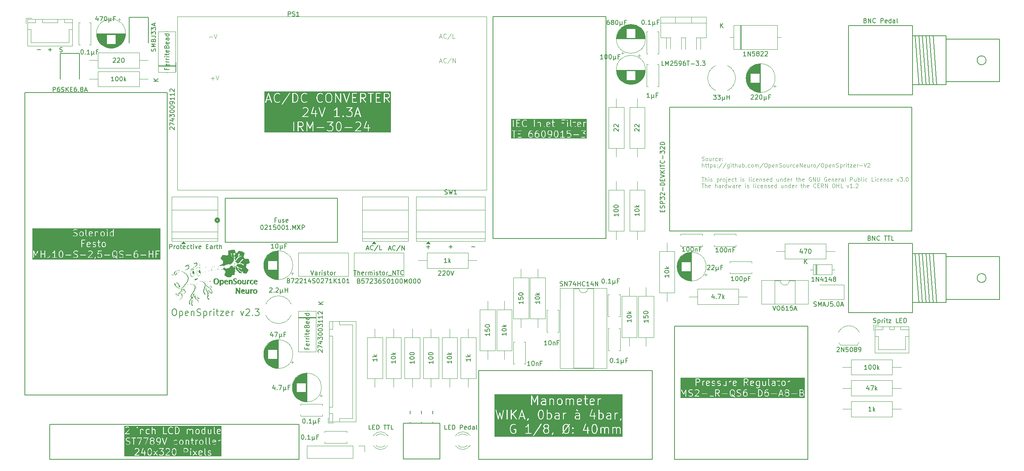
<source format=gbr>
%TF.GenerationSoftware,KiCad,Pcbnew,9.0.4*%
%TF.CreationDate,2025-10-02T22:54:08+02:00*%
%TF.ProjectId,OpenSpritzer2,4f70656e-5370-4726-9974-7a6572322e6b,rev?*%
%TF.SameCoordinates,Original*%
%TF.FileFunction,Legend,Top*%
%TF.FilePolarity,Positive*%
%FSLAX46Y46*%
G04 Gerber Fmt 4.6, Leading zero omitted, Abs format (unit mm)*
G04 Created by KiCad (PCBNEW 9.0.4) date 2025-10-02 22:54:08*
%MOMM*%
%LPD*%
G01*
G04 APERTURE LIST*
%ADD10C,0.150000*%
%ADD11C,0.200000*%
%ADD12C,0.100000*%
%ADD13C,0.120000*%
%ADD14C,0.152400*%
%ADD15C,0.508000*%
%ADD16C,0.000000*%
%ADD17C,0.127000*%
G04 APERTURE END LIST*
D10*
X82916665Y-102424819D02*
X82916665Y-101424819D01*
X82916665Y-101424819D02*
X83297617Y-101424819D01*
X83297617Y-101424819D02*
X83392855Y-101472438D01*
X83392855Y-101472438D02*
X83440474Y-101520057D01*
X83440474Y-101520057D02*
X83488093Y-101615295D01*
X83488093Y-101615295D02*
X83488093Y-101758152D01*
X83488093Y-101758152D02*
X83440474Y-101853390D01*
X83440474Y-101853390D02*
X83392855Y-101901009D01*
X83392855Y-101901009D02*
X83297617Y-101948628D01*
X83297617Y-101948628D02*
X82916665Y-101948628D01*
X83916665Y-102424819D02*
X83916665Y-101758152D01*
X83916665Y-101948628D02*
X83964284Y-101853390D01*
X83964284Y-101853390D02*
X84011903Y-101805771D01*
X84011903Y-101805771D02*
X84107141Y-101758152D01*
X84107141Y-101758152D02*
X84202379Y-101758152D01*
X84678570Y-102424819D02*
X84583332Y-102377200D01*
X84583332Y-102377200D02*
X84535713Y-102329580D01*
X84535713Y-102329580D02*
X84488094Y-102234342D01*
X84488094Y-102234342D02*
X84488094Y-101948628D01*
X84488094Y-101948628D02*
X84535713Y-101853390D01*
X84535713Y-101853390D02*
X84583332Y-101805771D01*
X84583332Y-101805771D02*
X84678570Y-101758152D01*
X84678570Y-101758152D02*
X84821427Y-101758152D01*
X84821427Y-101758152D02*
X84916665Y-101805771D01*
X84916665Y-101805771D02*
X84964284Y-101853390D01*
X84964284Y-101853390D02*
X85011903Y-101948628D01*
X85011903Y-101948628D02*
X85011903Y-102234342D01*
X85011903Y-102234342D02*
X84964284Y-102329580D01*
X84964284Y-102329580D02*
X84916665Y-102377200D01*
X84916665Y-102377200D02*
X84821427Y-102424819D01*
X84821427Y-102424819D02*
X84678570Y-102424819D01*
X85297618Y-101758152D02*
X85678570Y-101758152D01*
X85440475Y-101424819D02*
X85440475Y-102281961D01*
X85440475Y-102281961D02*
X85488094Y-102377200D01*
X85488094Y-102377200D02*
X85583332Y-102424819D01*
X85583332Y-102424819D02*
X85678570Y-102424819D01*
X86392856Y-102377200D02*
X86297618Y-102424819D01*
X86297618Y-102424819D02*
X86107142Y-102424819D01*
X86107142Y-102424819D02*
X86011904Y-102377200D01*
X86011904Y-102377200D02*
X85964285Y-102281961D01*
X85964285Y-102281961D02*
X85964285Y-101901009D01*
X85964285Y-101901009D02*
X86011904Y-101805771D01*
X86011904Y-101805771D02*
X86107142Y-101758152D01*
X86107142Y-101758152D02*
X86297618Y-101758152D01*
X86297618Y-101758152D02*
X86392856Y-101805771D01*
X86392856Y-101805771D02*
X86440475Y-101901009D01*
X86440475Y-101901009D02*
X86440475Y-101996247D01*
X86440475Y-101996247D02*
X85964285Y-102091485D01*
X87297618Y-102377200D02*
X87202380Y-102424819D01*
X87202380Y-102424819D02*
X87011904Y-102424819D01*
X87011904Y-102424819D02*
X86916666Y-102377200D01*
X86916666Y-102377200D02*
X86869047Y-102329580D01*
X86869047Y-102329580D02*
X86821428Y-102234342D01*
X86821428Y-102234342D02*
X86821428Y-101948628D01*
X86821428Y-101948628D02*
X86869047Y-101853390D01*
X86869047Y-101853390D02*
X86916666Y-101805771D01*
X86916666Y-101805771D02*
X87011904Y-101758152D01*
X87011904Y-101758152D02*
X87202380Y-101758152D01*
X87202380Y-101758152D02*
X87297618Y-101805771D01*
X87583333Y-101758152D02*
X87964285Y-101758152D01*
X87726190Y-101424819D02*
X87726190Y-102281961D01*
X87726190Y-102281961D02*
X87773809Y-102377200D01*
X87773809Y-102377200D02*
X87869047Y-102424819D01*
X87869047Y-102424819D02*
X87964285Y-102424819D01*
X88297619Y-102424819D02*
X88297619Y-101758152D01*
X88297619Y-101424819D02*
X88250000Y-101472438D01*
X88250000Y-101472438D02*
X88297619Y-101520057D01*
X88297619Y-101520057D02*
X88345238Y-101472438D01*
X88345238Y-101472438D02*
X88297619Y-101424819D01*
X88297619Y-101424819D02*
X88297619Y-101520057D01*
X88678571Y-101758152D02*
X88916666Y-102424819D01*
X88916666Y-102424819D02*
X89154761Y-101758152D01*
X89916666Y-102377200D02*
X89821428Y-102424819D01*
X89821428Y-102424819D02*
X89630952Y-102424819D01*
X89630952Y-102424819D02*
X89535714Y-102377200D01*
X89535714Y-102377200D02*
X89488095Y-102281961D01*
X89488095Y-102281961D02*
X89488095Y-101901009D01*
X89488095Y-101901009D02*
X89535714Y-101805771D01*
X89535714Y-101805771D02*
X89630952Y-101758152D01*
X89630952Y-101758152D02*
X89821428Y-101758152D01*
X89821428Y-101758152D02*
X89916666Y-101805771D01*
X89916666Y-101805771D02*
X89964285Y-101901009D01*
X89964285Y-101901009D02*
X89964285Y-101996247D01*
X89964285Y-101996247D02*
X89488095Y-102091485D01*
X91154762Y-101901009D02*
X91488095Y-101901009D01*
X91630952Y-102424819D02*
X91154762Y-102424819D01*
X91154762Y-102424819D02*
X91154762Y-101424819D01*
X91154762Y-101424819D02*
X91630952Y-101424819D01*
X92488095Y-102424819D02*
X92488095Y-101901009D01*
X92488095Y-101901009D02*
X92440476Y-101805771D01*
X92440476Y-101805771D02*
X92345238Y-101758152D01*
X92345238Y-101758152D02*
X92154762Y-101758152D01*
X92154762Y-101758152D02*
X92059524Y-101805771D01*
X92488095Y-102377200D02*
X92392857Y-102424819D01*
X92392857Y-102424819D02*
X92154762Y-102424819D01*
X92154762Y-102424819D02*
X92059524Y-102377200D01*
X92059524Y-102377200D02*
X92011905Y-102281961D01*
X92011905Y-102281961D02*
X92011905Y-102186723D01*
X92011905Y-102186723D02*
X92059524Y-102091485D01*
X92059524Y-102091485D02*
X92154762Y-102043866D01*
X92154762Y-102043866D02*
X92392857Y-102043866D01*
X92392857Y-102043866D02*
X92488095Y-101996247D01*
X92964286Y-102424819D02*
X92964286Y-101758152D01*
X92964286Y-101948628D02*
X93011905Y-101853390D01*
X93011905Y-101853390D02*
X93059524Y-101805771D01*
X93059524Y-101805771D02*
X93154762Y-101758152D01*
X93154762Y-101758152D02*
X93250000Y-101758152D01*
X93440477Y-101758152D02*
X93821429Y-101758152D01*
X93583334Y-101424819D02*
X93583334Y-102281961D01*
X93583334Y-102281961D02*
X93630953Y-102377200D01*
X93630953Y-102377200D02*
X93726191Y-102424819D01*
X93726191Y-102424819D02*
X93821429Y-102424819D01*
X94154763Y-102424819D02*
X94154763Y-101424819D01*
X94583334Y-102424819D02*
X94583334Y-101901009D01*
X94583334Y-101901009D02*
X94535715Y-101805771D01*
X94535715Y-101805771D02*
X94440477Y-101758152D01*
X94440477Y-101758152D02*
X94297620Y-101758152D01*
X94297620Y-101758152D02*
X94202382Y-101805771D01*
X94202382Y-101805771D02*
X94154763Y-101853390D01*
X58214286Y-58067200D02*
X58357143Y-58114819D01*
X58357143Y-58114819D02*
X58595238Y-58114819D01*
X58595238Y-58114819D02*
X58690476Y-58067200D01*
X58690476Y-58067200D02*
X58738095Y-58019580D01*
X58738095Y-58019580D02*
X58785714Y-57924342D01*
X58785714Y-57924342D02*
X58785714Y-57829104D01*
X58785714Y-57829104D02*
X58738095Y-57733866D01*
X58738095Y-57733866D02*
X58690476Y-57686247D01*
X58690476Y-57686247D02*
X58595238Y-57638628D01*
X58595238Y-57638628D02*
X58404762Y-57591009D01*
X58404762Y-57591009D02*
X58309524Y-57543390D01*
X58309524Y-57543390D02*
X58261905Y-57495771D01*
X58261905Y-57495771D02*
X58214286Y-57400533D01*
X58214286Y-57400533D02*
X58214286Y-57305295D01*
X58214286Y-57305295D02*
X58261905Y-57210057D01*
X58261905Y-57210057D02*
X58309524Y-57162438D01*
X58309524Y-57162438D02*
X58404762Y-57114819D01*
X58404762Y-57114819D02*
X58642857Y-57114819D01*
X58642857Y-57114819D02*
X58785714Y-57162438D01*
X55619048Y-57583866D02*
X56380953Y-57583866D01*
X56000000Y-57964819D02*
X56000000Y-57202914D01*
X53119048Y-57583866D02*
X53880953Y-57583866D01*
X83050057Y-75571428D02*
X83002438Y-75523809D01*
X83002438Y-75523809D02*
X82954819Y-75428571D01*
X82954819Y-75428571D02*
X82954819Y-75190476D01*
X82954819Y-75190476D02*
X83002438Y-75095238D01*
X83002438Y-75095238D02*
X83050057Y-75047619D01*
X83050057Y-75047619D02*
X83145295Y-75000000D01*
X83145295Y-75000000D02*
X83240533Y-75000000D01*
X83240533Y-75000000D02*
X83383390Y-75047619D01*
X83383390Y-75047619D02*
X83954819Y-75619047D01*
X83954819Y-75619047D02*
X83954819Y-75000000D01*
X82954819Y-74666666D02*
X82954819Y-74000000D01*
X82954819Y-74000000D02*
X83954819Y-74428571D01*
X83288152Y-73190476D02*
X83954819Y-73190476D01*
X82907200Y-73428571D02*
X83621485Y-73666666D01*
X83621485Y-73666666D02*
X83621485Y-73047619D01*
X82954819Y-72761904D02*
X82954819Y-72142857D01*
X82954819Y-72142857D02*
X83335771Y-72476190D01*
X83335771Y-72476190D02*
X83335771Y-72333333D01*
X83335771Y-72333333D02*
X83383390Y-72238095D01*
X83383390Y-72238095D02*
X83431009Y-72190476D01*
X83431009Y-72190476D02*
X83526247Y-72142857D01*
X83526247Y-72142857D02*
X83764342Y-72142857D01*
X83764342Y-72142857D02*
X83859580Y-72190476D01*
X83859580Y-72190476D02*
X83907200Y-72238095D01*
X83907200Y-72238095D02*
X83954819Y-72333333D01*
X83954819Y-72333333D02*
X83954819Y-72619047D01*
X83954819Y-72619047D02*
X83907200Y-72714285D01*
X83907200Y-72714285D02*
X83859580Y-72761904D01*
X82954819Y-71523809D02*
X82954819Y-71428571D01*
X82954819Y-71428571D02*
X83002438Y-71333333D01*
X83002438Y-71333333D02*
X83050057Y-71285714D01*
X83050057Y-71285714D02*
X83145295Y-71238095D01*
X83145295Y-71238095D02*
X83335771Y-71190476D01*
X83335771Y-71190476D02*
X83573866Y-71190476D01*
X83573866Y-71190476D02*
X83764342Y-71238095D01*
X83764342Y-71238095D02*
X83859580Y-71285714D01*
X83859580Y-71285714D02*
X83907200Y-71333333D01*
X83907200Y-71333333D02*
X83954819Y-71428571D01*
X83954819Y-71428571D02*
X83954819Y-71523809D01*
X83954819Y-71523809D02*
X83907200Y-71619047D01*
X83907200Y-71619047D02*
X83859580Y-71666666D01*
X83859580Y-71666666D02*
X83764342Y-71714285D01*
X83764342Y-71714285D02*
X83573866Y-71761904D01*
X83573866Y-71761904D02*
X83335771Y-71761904D01*
X83335771Y-71761904D02*
X83145295Y-71714285D01*
X83145295Y-71714285D02*
X83050057Y-71666666D01*
X83050057Y-71666666D02*
X83002438Y-71619047D01*
X83002438Y-71619047D02*
X82954819Y-71523809D01*
X82954819Y-70571428D02*
X82954819Y-70476190D01*
X82954819Y-70476190D02*
X83002438Y-70380952D01*
X83002438Y-70380952D02*
X83050057Y-70333333D01*
X83050057Y-70333333D02*
X83145295Y-70285714D01*
X83145295Y-70285714D02*
X83335771Y-70238095D01*
X83335771Y-70238095D02*
X83573866Y-70238095D01*
X83573866Y-70238095D02*
X83764342Y-70285714D01*
X83764342Y-70285714D02*
X83859580Y-70333333D01*
X83859580Y-70333333D02*
X83907200Y-70380952D01*
X83907200Y-70380952D02*
X83954819Y-70476190D01*
X83954819Y-70476190D02*
X83954819Y-70571428D01*
X83954819Y-70571428D02*
X83907200Y-70666666D01*
X83907200Y-70666666D02*
X83859580Y-70714285D01*
X83859580Y-70714285D02*
X83764342Y-70761904D01*
X83764342Y-70761904D02*
X83573866Y-70809523D01*
X83573866Y-70809523D02*
X83335771Y-70809523D01*
X83335771Y-70809523D02*
X83145295Y-70761904D01*
X83145295Y-70761904D02*
X83050057Y-70714285D01*
X83050057Y-70714285D02*
X83002438Y-70666666D01*
X83002438Y-70666666D02*
X82954819Y-70571428D01*
X83954819Y-69761904D02*
X83954819Y-69571428D01*
X83954819Y-69571428D02*
X83907200Y-69476190D01*
X83907200Y-69476190D02*
X83859580Y-69428571D01*
X83859580Y-69428571D02*
X83716723Y-69333333D01*
X83716723Y-69333333D02*
X83526247Y-69285714D01*
X83526247Y-69285714D02*
X83145295Y-69285714D01*
X83145295Y-69285714D02*
X83050057Y-69333333D01*
X83050057Y-69333333D02*
X83002438Y-69380952D01*
X83002438Y-69380952D02*
X82954819Y-69476190D01*
X82954819Y-69476190D02*
X82954819Y-69666666D01*
X82954819Y-69666666D02*
X83002438Y-69761904D01*
X83002438Y-69761904D02*
X83050057Y-69809523D01*
X83050057Y-69809523D02*
X83145295Y-69857142D01*
X83145295Y-69857142D02*
X83383390Y-69857142D01*
X83383390Y-69857142D02*
X83478628Y-69809523D01*
X83478628Y-69809523D02*
X83526247Y-69761904D01*
X83526247Y-69761904D02*
X83573866Y-69666666D01*
X83573866Y-69666666D02*
X83573866Y-69476190D01*
X83573866Y-69476190D02*
X83526247Y-69380952D01*
X83526247Y-69380952D02*
X83478628Y-69333333D01*
X83478628Y-69333333D02*
X83383390Y-69285714D01*
X83954819Y-68333333D02*
X83954819Y-68904761D01*
X83954819Y-68619047D02*
X82954819Y-68619047D01*
X82954819Y-68619047D02*
X83097676Y-68714285D01*
X83097676Y-68714285D02*
X83192914Y-68809523D01*
X83192914Y-68809523D02*
X83240533Y-68904761D01*
X83954819Y-67380952D02*
X83954819Y-67952380D01*
X83954819Y-67666666D02*
X82954819Y-67666666D01*
X82954819Y-67666666D02*
X83097676Y-67761904D01*
X83097676Y-67761904D02*
X83192914Y-67857142D01*
X83192914Y-67857142D02*
X83240533Y-67952380D01*
X83050057Y-66999999D02*
X83002438Y-66952380D01*
X83002438Y-66952380D02*
X82954819Y-66857142D01*
X82954819Y-66857142D02*
X82954819Y-66619047D01*
X82954819Y-66619047D02*
X83002438Y-66523809D01*
X83002438Y-66523809D02*
X83050057Y-66476190D01*
X83050057Y-66476190D02*
X83145295Y-66428571D01*
X83145295Y-66428571D02*
X83240533Y-66428571D01*
X83240533Y-66428571D02*
X83383390Y-66476190D01*
X83383390Y-66476190D02*
X83954819Y-67047618D01*
X83954819Y-67047618D02*
X83954819Y-66428571D01*
X116370057Y-125691428D02*
X116322438Y-125643809D01*
X116322438Y-125643809D02*
X116274819Y-125548571D01*
X116274819Y-125548571D02*
X116274819Y-125310476D01*
X116274819Y-125310476D02*
X116322438Y-125215238D01*
X116322438Y-125215238D02*
X116370057Y-125167619D01*
X116370057Y-125167619D02*
X116465295Y-125120000D01*
X116465295Y-125120000D02*
X116560533Y-125120000D01*
X116560533Y-125120000D02*
X116703390Y-125167619D01*
X116703390Y-125167619D02*
X117274819Y-125739047D01*
X117274819Y-125739047D02*
X117274819Y-125120000D01*
X116274819Y-124786666D02*
X116274819Y-124120000D01*
X116274819Y-124120000D02*
X117274819Y-124548571D01*
X116608152Y-123310476D02*
X117274819Y-123310476D01*
X116227200Y-123548571D02*
X116941485Y-123786666D01*
X116941485Y-123786666D02*
X116941485Y-123167619D01*
X116274819Y-122881904D02*
X116274819Y-122262857D01*
X116274819Y-122262857D02*
X116655771Y-122596190D01*
X116655771Y-122596190D02*
X116655771Y-122453333D01*
X116655771Y-122453333D02*
X116703390Y-122358095D01*
X116703390Y-122358095D02*
X116751009Y-122310476D01*
X116751009Y-122310476D02*
X116846247Y-122262857D01*
X116846247Y-122262857D02*
X117084342Y-122262857D01*
X117084342Y-122262857D02*
X117179580Y-122310476D01*
X117179580Y-122310476D02*
X117227200Y-122358095D01*
X117227200Y-122358095D02*
X117274819Y-122453333D01*
X117274819Y-122453333D02*
X117274819Y-122739047D01*
X117274819Y-122739047D02*
X117227200Y-122834285D01*
X117227200Y-122834285D02*
X117179580Y-122881904D01*
X116274819Y-121643809D02*
X116274819Y-121548571D01*
X116274819Y-121548571D02*
X116322438Y-121453333D01*
X116322438Y-121453333D02*
X116370057Y-121405714D01*
X116370057Y-121405714D02*
X116465295Y-121358095D01*
X116465295Y-121358095D02*
X116655771Y-121310476D01*
X116655771Y-121310476D02*
X116893866Y-121310476D01*
X116893866Y-121310476D02*
X117084342Y-121358095D01*
X117084342Y-121358095D02*
X117179580Y-121405714D01*
X117179580Y-121405714D02*
X117227200Y-121453333D01*
X117227200Y-121453333D02*
X117274819Y-121548571D01*
X117274819Y-121548571D02*
X117274819Y-121643809D01*
X117274819Y-121643809D02*
X117227200Y-121739047D01*
X117227200Y-121739047D02*
X117179580Y-121786666D01*
X117179580Y-121786666D02*
X117084342Y-121834285D01*
X117084342Y-121834285D02*
X116893866Y-121881904D01*
X116893866Y-121881904D02*
X116655771Y-121881904D01*
X116655771Y-121881904D02*
X116465295Y-121834285D01*
X116465295Y-121834285D02*
X116370057Y-121786666D01*
X116370057Y-121786666D02*
X116322438Y-121739047D01*
X116322438Y-121739047D02*
X116274819Y-121643809D01*
X116274819Y-120691428D02*
X116274819Y-120596190D01*
X116274819Y-120596190D02*
X116322438Y-120500952D01*
X116322438Y-120500952D02*
X116370057Y-120453333D01*
X116370057Y-120453333D02*
X116465295Y-120405714D01*
X116465295Y-120405714D02*
X116655771Y-120358095D01*
X116655771Y-120358095D02*
X116893866Y-120358095D01*
X116893866Y-120358095D02*
X117084342Y-120405714D01*
X117084342Y-120405714D02*
X117179580Y-120453333D01*
X117179580Y-120453333D02*
X117227200Y-120500952D01*
X117227200Y-120500952D02*
X117274819Y-120596190D01*
X117274819Y-120596190D02*
X117274819Y-120691428D01*
X117274819Y-120691428D02*
X117227200Y-120786666D01*
X117227200Y-120786666D02*
X117179580Y-120834285D01*
X117179580Y-120834285D02*
X117084342Y-120881904D01*
X117084342Y-120881904D02*
X116893866Y-120929523D01*
X116893866Y-120929523D02*
X116655771Y-120929523D01*
X116655771Y-120929523D02*
X116465295Y-120881904D01*
X116465295Y-120881904D02*
X116370057Y-120834285D01*
X116370057Y-120834285D02*
X116322438Y-120786666D01*
X116322438Y-120786666D02*
X116274819Y-120691428D01*
X116274819Y-120024761D02*
X116274819Y-119405714D01*
X116274819Y-119405714D02*
X116655771Y-119739047D01*
X116655771Y-119739047D02*
X116655771Y-119596190D01*
X116655771Y-119596190D02*
X116703390Y-119500952D01*
X116703390Y-119500952D02*
X116751009Y-119453333D01*
X116751009Y-119453333D02*
X116846247Y-119405714D01*
X116846247Y-119405714D02*
X117084342Y-119405714D01*
X117084342Y-119405714D02*
X117179580Y-119453333D01*
X117179580Y-119453333D02*
X117227200Y-119500952D01*
X117227200Y-119500952D02*
X117274819Y-119596190D01*
X117274819Y-119596190D02*
X117274819Y-119881904D01*
X117274819Y-119881904D02*
X117227200Y-119977142D01*
X117227200Y-119977142D02*
X117179580Y-120024761D01*
X117274819Y-118453333D02*
X117274819Y-119024761D01*
X117274819Y-118739047D02*
X116274819Y-118739047D01*
X116274819Y-118739047D02*
X116417676Y-118834285D01*
X116417676Y-118834285D02*
X116512914Y-118929523D01*
X116512914Y-118929523D02*
X116560533Y-119024761D01*
X117274819Y-117500952D02*
X117274819Y-118072380D01*
X117274819Y-117786666D02*
X116274819Y-117786666D01*
X116274819Y-117786666D02*
X116417676Y-117881904D01*
X116417676Y-117881904D02*
X116512914Y-117977142D01*
X116512914Y-117977142D02*
X116560533Y-118072380D01*
X116370057Y-117119999D02*
X116322438Y-117072380D01*
X116322438Y-117072380D02*
X116274819Y-116977142D01*
X116274819Y-116977142D02*
X116274819Y-116739047D01*
X116274819Y-116739047D02*
X116322438Y-116643809D01*
X116322438Y-116643809D02*
X116370057Y-116596190D01*
X116370057Y-116596190D02*
X116465295Y-116548571D01*
X116465295Y-116548571D02*
X116560533Y-116548571D01*
X116560533Y-116548571D02*
X116703390Y-116596190D01*
X116703390Y-116596190D02*
X117274819Y-117167618D01*
X117274819Y-117167618D02*
X117274819Y-116548571D01*
X150809048Y-101973866D02*
X151570953Y-101973866D01*
X145729048Y-101953866D02*
X146490953Y-101953866D01*
X146110000Y-102334819D02*
X146110000Y-101572914D01*
X140649048Y-102003866D02*
X141410953Y-102003866D01*
X141030000Y-102384819D02*
X141030000Y-101622914D01*
X143353333Y-107470057D02*
X143400952Y-107422438D01*
X143400952Y-107422438D02*
X143496190Y-107374819D01*
X143496190Y-107374819D02*
X143734285Y-107374819D01*
X143734285Y-107374819D02*
X143829523Y-107422438D01*
X143829523Y-107422438D02*
X143877142Y-107470057D01*
X143877142Y-107470057D02*
X143924761Y-107565295D01*
X143924761Y-107565295D02*
X143924761Y-107660533D01*
X143924761Y-107660533D02*
X143877142Y-107803390D01*
X143877142Y-107803390D02*
X143305714Y-108374819D01*
X143305714Y-108374819D02*
X143924761Y-108374819D01*
X144305714Y-107470057D02*
X144353333Y-107422438D01*
X144353333Y-107422438D02*
X144448571Y-107374819D01*
X144448571Y-107374819D02*
X144686666Y-107374819D01*
X144686666Y-107374819D02*
X144781904Y-107422438D01*
X144781904Y-107422438D02*
X144829523Y-107470057D01*
X144829523Y-107470057D02*
X144877142Y-107565295D01*
X144877142Y-107565295D02*
X144877142Y-107660533D01*
X144877142Y-107660533D02*
X144829523Y-107803390D01*
X144829523Y-107803390D02*
X144258095Y-108374819D01*
X144258095Y-108374819D02*
X144877142Y-108374819D01*
X145496190Y-107374819D02*
X145591428Y-107374819D01*
X145591428Y-107374819D02*
X145686666Y-107422438D01*
X145686666Y-107422438D02*
X145734285Y-107470057D01*
X145734285Y-107470057D02*
X145781904Y-107565295D01*
X145781904Y-107565295D02*
X145829523Y-107755771D01*
X145829523Y-107755771D02*
X145829523Y-107993866D01*
X145829523Y-107993866D02*
X145781904Y-108184342D01*
X145781904Y-108184342D02*
X145734285Y-108279580D01*
X145734285Y-108279580D02*
X145686666Y-108327200D01*
X145686666Y-108327200D02*
X145591428Y-108374819D01*
X145591428Y-108374819D02*
X145496190Y-108374819D01*
X145496190Y-108374819D02*
X145400952Y-108327200D01*
X145400952Y-108327200D02*
X145353333Y-108279580D01*
X145353333Y-108279580D02*
X145305714Y-108184342D01*
X145305714Y-108184342D02*
X145258095Y-107993866D01*
X145258095Y-107993866D02*
X145258095Y-107755771D01*
X145258095Y-107755771D02*
X145305714Y-107565295D01*
X145305714Y-107565295D02*
X145353333Y-107470057D01*
X145353333Y-107470057D02*
X145400952Y-107422438D01*
X145400952Y-107422438D02*
X145496190Y-107374819D01*
X146115238Y-107374819D02*
X146448571Y-108374819D01*
X146448571Y-108374819D02*
X146781904Y-107374819D01*
X125479523Y-109651009D02*
X125622380Y-109698628D01*
X125622380Y-109698628D02*
X125669999Y-109746247D01*
X125669999Y-109746247D02*
X125717618Y-109841485D01*
X125717618Y-109841485D02*
X125717618Y-109984342D01*
X125717618Y-109984342D02*
X125669999Y-110079580D01*
X125669999Y-110079580D02*
X125622380Y-110127200D01*
X125622380Y-110127200D02*
X125527142Y-110174819D01*
X125527142Y-110174819D02*
X125146190Y-110174819D01*
X125146190Y-110174819D02*
X125146190Y-109174819D01*
X125146190Y-109174819D02*
X125479523Y-109174819D01*
X125479523Y-109174819D02*
X125574761Y-109222438D01*
X125574761Y-109222438D02*
X125622380Y-109270057D01*
X125622380Y-109270057D02*
X125669999Y-109365295D01*
X125669999Y-109365295D02*
X125669999Y-109460533D01*
X125669999Y-109460533D02*
X125622380Y-109555771D01*
X125622380Y-109555771D02*
X125574761Y-109603390D01*
X125574761Y-109603390D02*
X125479523Y-109651009D01*
X125479523Y-109651009D02*
X125146190Y-109651009D01*
X126622380Y-109174819D02*
X126146190Y-109174819D01*
X126146190Y-109174819D02*
X126098571Y-109651009D01*
X126098571Y-109651009D02*
X126146190Y-109603390D01*
X126146190Y-109603390D02*
X126241428Y-109555771D01*
X126241428Y-109555771D02*
X126479523Y-109555771D01*
X126479523Y-109555771D02*
X126574761Y-109603390D01*
X126574761Y-109603390D02*
X126622380Y-109651009D01*
X126622380Y-109651009D02*
X126669999Y-109746247D01*
X126669999Y-109746247D02*
X126669999Y-109984342D01*
X126669999Y-109984342D02*
X126622380Y-110079580D01*
X126622380Y-110079580D02*
X126574761Y-110127200D01*
X126574761Y-110127200D02*
X126479523Y-110174819D01*
X126479523Y-110174819D02*
X126241428Y-110174819D01*
X126241428Y-110174819D02*
X126146190Y-110127200D01*
X126146190Y-110127200D02*
X126098571Y-110079580D01*
X127003333Y-109174819D02*
X127669999Y-109174819D01*
X127669999Y-109174819D02*
X127241428Y-110174819D01*
X128003333Y-109270057D02*
X128050952Y-109222438D01*
X128050952Y-109222438D02*
X128146190Y-109174819D01*
X128146190Y-109174819D02*
X128384285Y-109174819D01*
X128384285Y-109174819D02*
X128479523Y-109222438D01*
X128479523Y-109222438D02*
X128527142Y-109270057D01*
X128527142Y-109270057D02*
X128574761Y-109365295D01*
X128574761Y-109365295D02*
X128574761Y-109460533D01*
X128574761Y-109460533D02*
X128527142Y-109603390D01*
X128527142Y-109603390D02*
X127955714Y-110174819D01*
X127955714Y-110174819D02*
X128574761Y-110174819D01*
X128908095Y-109174819D02*
X129527142Y-109174819D01*
X129527142Y-109174819D02*
X129193809Y-109555771D01*
X129193809Y-109555771D02*
X129336666Y-109555771D01*
X129336666Y-109555771D02*
X129431904Y-109603390D01*
X129431904Y-109603390D02*
X129479523Y-109651009D01*
X129479523Y-109651009D02*
X129527142Y-109746247D01*
X129527142Y-109746247D02*
X129527142Y-109984342D01*
X129527142Y-109984342D02*
X129479523Y-110079580D01*
X129479523Y-110079580D02*
X129431904Y-110127200D01*
X129431904Y-110127200D02*
X129336666Y-110174819D01*
X129336666Y-110174819D02*
X129050952Y-110174819D01*
X129050952Y-110174819D02*
X128955714Y-110127200D01*
X128955714Y-110127200D02*
X128908095Y-110079580D01*
X130384285Y-109174819D02*
X130193809Y-109174819D01*
X130193809Y-109174819D02*
X130098571Y-109222438D01*
X130098571Y-109222438D02*
X130050952Y-109270057D01*
X130050952Y-109270057D02*
X129955714Y-109412914D01*
X129955714Y-109412914D02*
X129908095Y-109603390D01*
X129908095Y-109603390D02*
X129908095Y-109984342D01*
X129908095Y-109984342D02*
X129955714Y-110079580D01*
X129955714Y-110079580D02*
X130003333Y-110127200D01*
X130003333Y-110127200D02*
X130098571Y-110174819D01*
X130098571Y-110174819D02*
X130289047Y-110174819D01*
X130289047Y-110174819D02*
X130384285Y-110127200D01*
X130384285Y-110127200D02*
X130431904Y-110079580D01*
X130431904Y-110079580D02*
X130479523Y-109984342D01*
X130479523Y-109984342D02*
X130479523Y-109746247D01*
X130479523Y-109746247D02*
X130431904Y-109651009D01*
X130431904Y-109651009D02*
X130384285Y-109603390D01*
X130384285Y-109603390D02*
X130289047Y-109555771D01*
X130289047Y-109555771D02*
X130098571Y-109555771D01*
X130098571Y-109555771D02*
X130003333Y-109603390D01*
X130003333Y-109603390D02*
X129955714Y-109651009D01*
X129955714Y-109651009D02*
X129908095Y-109746247D01*
X130860476Y-110127200D02*
X131003333Y-110174819D01*
X131003333Y-110174819D02*
X131241428Y-110174819D01*
X131241428Y-110174819D02*
X131336666Y-110127200D01*
X131336666Y-110127200D02*
X131384285Y-110079580D01*
X131384285Y-110079580D02*
X131431904Y-109984342D01*
X131431904Y-109984342D02*
X131431904Y-109889104D01*
X131431904Y-109889104D02*
X131384285Y-109793866D01*
X131384285Y-109793866D02*
X131336666Y-109746247D01*
X131336666Y-109746247D02*
X131241428Y-109698628D01*
X131241428Y-109698628D02*
X131050952Y-109651009D01*
X131050952Y-109651009D02*
X130955714Y-109603390D01*
X130955714Y-109603390D02*
X130908095Y-109555771D01*
X130908095Y-109555771D02*
X130860476Y-109460533D01*
X130860476Y-109460533D02*
X130860476Y-109365295D01*
X130860476Y-109365295D02*
X130908095Y-109270057D01*
X130908095Y-109270057D02*
X130955714Y-109222438D01*
X130955714Y-109222438D02*
X131050952Y-109174819D01*
X131050952Y-109174819D02*
X131289047Y-109174819D01*
X131289047Y-109174819D02*
X131431904Y-109222438D01*
X132050952Y-109174819D02*
X132146190Y-109174819D01*
X132146190Y-109174819D02*
X132241428Y-109222438D01*
X132241428Y-109222438D02*
X132289047Y-109270057D01*
X132289047Y-109270057D02*
X132336666Y-109365295D01*
X132336666Y-109365295D02*
X132384285Y-109555771D01*
X132384285Y-109555771D02*
X132384285Y-109793866D01*
X132384285Y-109793866D02*
X132336666Y-109984342D01*
X132336666Y-109984342D02*
X132289047Y-110079580D01*
X132289047Y-110079580D02*
X132241428Y-110127200D01*
X132241428Y-110127200D02*
X132146190Y-110174819D01*
X132146190Y-110174819D02*
X132050952Y-110174819D01*
X132050952Y-110174819D02*
X131955714Y-110127200D01*
X131955714Y-110127200D02*
X131908095Y-110079580D01*
X131908095Y-110079580D02*
X131860476Y-109984342D01*
X131860476Y-109984342D02*
X131812857Y-109793866D01*
X131812857Y-109793866D02*
X131812857Y-109555771D01*
X131812857Y-109555771D02*
X131860476Y-109365295D01*
X131860476Y-109365295D02*
X131908095Y-109270057D01*
X131908095Y-109270057D02*
X131955714Y-109222438D01*
X131955714Y-109222438D02*
X132050952Y-109174819D01*
X133336666Y-110174819D02*
X132765238Y-110174819D01*
X133050952Y-110174819D02*
X133050952Y-109174819D01*
X133050952Y-109174819D02*
X132955714Y-109317676D01*
X132955714Y-109317676D02*
X132860476Y-109412914D01*
X132860476Y-109412914D02*
X132765238Y-109460533D01*
X133955714Y-109174819D02*
X134050952Y-109174819D01*
X134050952Y-109174819D02*
X134146190Y-109222438D01*
X134146190Y-109222438D02*
X134193809Y-109270057D01*
X134193809Y-109270057D02*
X134241428Y-109365295D01*
X134241428Y-109365295D02*
X134289047Y-109555771D01*
X134289047Y-109555771D02*
X134289047Y-109793866D01*
X134289047Y-109793866D02*
X134241428Y-109984342D01*
X134241428Y-109984342D02*
X134193809Y-110079580D01*
X134193809Y-110079580D02*
X134146190Y-110127200D01*
X134146190Y-110127200D02*
X134050952Y-110174819D01*
X134050952Y-110174819D02*
X133955714Y-110174819D01*
X133955714Y-110174819D02*
X133860476Y-110127200D01*
X133860476Y-110127200D02*
X133812857Y-110079580D01*
X133812857Y-110079580D02*
X133765238Y-109984342D01*
X133765238Y-109984342D02*
X133717619Y-109793866D01*
X133717619Y-109793866D02*
X133717619Y-109555771D01*
X133717619Y-109555771D02*
X133765238Y-109365295D01*
X133765238Y-109365295D02*
X133812857Y-109270057D01*
X133812857Y-109270057D02*
X133860476Y-109222438D01*
X133860476Y-109222438D02*
X133955714Y-109174819D01*
X134908095Y-109174819D02*
X135003333Y-109174819D01*
X135003333Y-109174819D02*
X135098571Y-109222438D01*
X135098571Y-109222438D02*
X135146190Y-109270057D01*
X135146190Y-109270057D02*
X135193809Y-109365295D01*
X135193809Y-109365295D02*
X135241428Y-109555771D01*
X135241428Y-109555771D02*
X135241428Y-109793866D01*
X135241428Y-109793866D02*
X135193809Y-109984342D01*
X135193809Y-109984342D02*
X135146190Y-110079580D01*
X135146190Y-110079580D02*
X135098571Y-110127200D01*
X135098571Y-110127200D02*
X135003333Y-110174819D01*
X135003333Y-110174819D02*
X134908095Y-110174819D01*
X134908095Y-110174819D02*
X134812857Y-110127200D01*
X134812857Y-110127200D02*
X134765238Y-110079580D01*
X134765238Y-110079580D02*
X134717619Y-109984342D01*
X134717619Y-109984342D02*
X134670000Y-109793866D01*
X134670000Y-109793866D02*
X134670000Y-109555771D01*
X134670000Y-109555771D02*
X134717619Y-109365295D01*
X134717619Y-109365295D02*
X134765238Y-109270057D01*
X134765238Y-109270057D02*
X134812857Y-109222438D01*
X134812857Y-109222438D02*
X134908095Y-109174819D01*
X135670000Y-110174819D02*
X135670000Y-109174819D01*
X135670000Y-109174819D02*
X136003333Y-109889104D01*
X136003333Y-109889104D02*
X136336666Y-109174819D01*
X136336666Y-109174819D02*
X136336666Y-110174819D01*
X137003333Y-109174819D02*
X137098571Y-109174819D01*
X137098571Y-109174819D02*
X137193809Y-109222438D01*
X137193809Y-109222438D02*
X137241428Y-109270057D01*
X137241428Y-109270057D02*
X137289047Y-109365295D01*
X137289047Y-109365295D02*
X137336666Y-109555771D01*
X137336666Y-109555771D02*
X137336666Y-109793866D01*
X137336666Y-109793866D02*
X137289047Y-109984342D01*
X137289047Y-109984342D02*
X137241428Y-110079580D01*
X137241428Y-110079580D02*
X137193809Y-110127200D01*
X137193809Y-110127200D02*
X137098571Y-110174819D01*
X137098571Y-110174819D02*
X137003333Y-110174819D01*
X137003333Y-110174819D02*
X136908095Y-110127200D01*
X136908095Y-110127200D02*
X136860476Y-110079580D01*
X136860476Y-110079580D02*
X136812857Y-109984342D01*
X136812857Y-109984342D02*
X136765238Y-109793866D01*
X136765238Y-109793866D02*
X136765238Y-109555771D01*
X136765238Y-109555771D02*
X136812857Y-109365295D01*
X136812857Y-109365295D02*
X136860476Y-109270057D01*
X136860476Y-109270057D02*
X136908095Y-109222438D01*
X136908095Y-109222438D02*
X137003333Y-109174819D01*
X137955714Y-109174819D02*
X138050952Y-109174819D01*
X138050952Y-109174819D02*
X138146190Y-109222438D01*
X138146190Y-109222438D02*
X138193809Y-109270057D01*
X138193809Y-109270057D02*
X138241428Y-109365295D01*
X138241428Y-109365295D02*
X138289047Y-109555771D01*
X138289047Y-109555771D02*
X138289047Y-109793866D01*
X138289047Y-109793866D02*
X138241428Y-109984342D01*
X138241428Y-109984342D02*
X138193809Y-110079580D01*
X138193809Y-110079580D02*
X138146190Y-110127200D01*
X138146190Y-110127200D02*
X138050952Y-110174819D01*
X138050952Y-110174819D02*
X137955714Y-110174819D01*
X137955714Y-110174819D02*
X137860476Y-110127200D01*
X137860476Y-110127200D02*
X137812857Y-110079580D01*
X137812857Y-110079580D02*
X137765238Y-109984342D01*
X137765238Y-109984342D02*
X137717619Y-109793866D01*
X137717619Y-109793866D02*
X137717619Y-109555771D01*
X137717619Y-109555771D02*
X137765238Y-109365295D01*
X137765238Y-109365295D02*
X137812857Y-109270057D01*
X137812857Y-109270057D02*
X137860476Y-109222438D01*
X137860476Y-109222438D02*
X137955714Y-109174819D01*
X138908095Y-109174819D02*
X139003333Y-109174819D01*
X139003333Y-109174819D02*
X139098571Y-109222438D01*
X139098571Y-109222438D02*
X139146190Y-109270057D01*
X139146190Y-109270057D02*
X139193809Y-109365295D01*
X139193809Y-109365295D02*
X139241428Y-109555771D01*
X139241428Y-109555771D02*
X139241428Y-109793866D01*
X139241428Y-109793866D02*
X139193809Y-109984342D01*
X139193809Y-109984342D02*
X139146190Y-110079580D01*
X139146190Y-110079580D02*
X139098571Y-110127200D01*
X139098571Y-110127200D02*
X139003333Y-110174819D01*
X139003333Y-110174819D02*
X138908095Y-110174819D01*
X138908095Y-110174819D02*
X138812857Y-110127200D01*
X138812857Y-110127200D02*
X138765238Y-110079580D01*
X138765238Y-110079580D02*
X138717619Y-109984342D01*
X138717619Y-109984342D02*
X138670000Y-109793866D01*
X138670000Y-109793866D02*
X138670000Y-109555771D01*
X138670000Y-109555771D02*
X138717619Y-109365295D01*
X138717619Y-109365295D02*
X138765238Y-109270057D01*
X138765238Y-109270057D02*
X138812857Y-109222438D01*
X138812857Y-109222438D02*
X138908095Y-109174819D01*
X109670952Y-109601009D02*
X109813809Y-109648628D01*
X109813809Y-109648628D02*
X109861428Y-109696247D01*
X109861428Y-109696247D02*
X109909047Y-109791485D01*
X109909047Y-109791485D02*
X109909047Y-109934342D01*
X109909047Y-109934342D02*
X109861428Y-110029580D01*
X109861428Y-110029580D02*
X109813809Y-110077200D01*
X109813809Y-110077200D02*
X109718571Y-110124819D01*
X109718571Y-110124819D02*
X109337619Y-110124819D01*
X109337619Y-110124819D02*
X109337619Y-109124819D01*
X109337619Y-109124819D02*
X109670952Y-109124819D01*
X109670952Y-109124819D02*
X109766190Y-109172438D01*
X109766190Y-109172438D02*
X109813809Y-109220057D01*
X109813809Y-109220057D02*
X109861428Y-109315295D01*
X109861428Y-109315295D02*
X109861428Y-109410533D01*
X109861428Y-109410533D02*
X109813809Y-109505771D01*
X109813809Y-109505771D02*
X109766190Y-109553390D01*
X109766190Y-109553390D02*
X109670952Y-109601009D01*
X109670952Y-109601009D02*
X109337619Y-109601009D01*
X110242381Y-109124819D02*
X110909047Y-109124819D01*
X110909047Y-109124819D02*
X110480476Y-110124819D01*
X111242381Y-109220057D02*
X111290000Y-109172438D01*
X111290000Y-109172438D02*
X111385238Y-109124819D01*
X111385238Y-109124819D02*
X111623333Y-109124819D01*
X111623333Y-109124819D02*
X111718571Y-109172438D01*
X111718571Y-109172438D02*
X111766190Y-109220057D01*
X111766190Y-109220057D02*
X111813809Y-109315295D01*
X111813809Y-109315295D02*
X111813809Y-109410533D01*
X111813809Y-109410533D02*
X111766190Y-109553390D01*
X111766190Y-109553390D02*
X111194762Y-110124819D01*
X111194762Y-110124819D02*
X111813809Y-110124819D01*
X112194762Y-109220057D02*
X112242381Y-109172438D01*
X112242381Y-109172438D02*
X112337619Y-109124819D01*
X112337619Y-109124819D02*
X112575714Y-109124819D01*
X112575714Y-109124819D02*
X112670952Y-109172438D01*
X112670952Y-109172438D02*
X112718571Y-109220057D01*
X112718571Y-109220057D02*
X112766190Y-109315295D01*
X112766190Y-109315295D02*
X112766190Y-109410533D01*
X112766190Y-109410533D02*
X112718571Y-109553390D01*
X112718571Y-109553390D02*
X112147143Y-110124819D01*
X112147143Y-110124819D02*
X112766190Y-110124819D01*
X113718571Y-110124819D02*
X113147143Y-110124819D01*
X113432857Y-110124819D02*
X113432857Y-109124819D01*
X113432857Y-109124819D02*
X113337619Y-109267676D01*
X113337619Y-109267676D02*
X113242381Y-109362914D01*
X113242381Y-109362914D02*
X113147143Y-109410533D01*
X114575714Y-109458152D02*
X114575714Y-110124819D01*
X114337619Y-109077200D02*
X114099524Y-109791485D01*
X114099524Y-109791485D02*
X114718571Y-109791485D01*
X115051905Y-110077200D02*
X115194762Y-110124819D01*
X115194762Y-110124819D02*
X115432857Y-110124819D01*
X115432857Y-110124819D02*
X115528095Y-110077200D01*
X115528095Y-110077200D02*
X115575714Y-110029580D01*
X115575714Y-110029580D02*
X115623333Y-109934342D01*
X115623333Y-109934342D02*
X115623333Y-109839104D01*
X115623333Y-109839104D02*
X115575714Y-109743866D01*
X115575714Y-109743866D02*
X115528095Y-109696247D01*
X115528095Y-109696247D02*
X115432857Y-109648628D01*
X115432857Y-109648628D02*
X115242381Y-109601009D01*
X115242381Y-109601009D02*
X115147143Y-109553390D01*
X115147143Y-109553390D02*
X115099524Y-109505771D01*
X115099524Y-109505771D02*
X115051905Y-109410533D01*
X115051905Y-109410533D02*
X115051905Y-109315295D01*
X115051905Y-109315295D02*
X115099524Y-109220057D01*
X115099524Y-109220057D02*
X115147143Y-109172438D01*
X115147143Y-109172438D02*
X115242381Y-109124819D01*
X115242381Y-109124819D02*
X115480476Y-109124819D01*
X115480476Y-109124819D02*
X115623333Y-109172438D01*
X116242381Y-109124819D02*
X116337619Y-109124819D01*
X116337619Y-109124819D02*
X116432857Y-109172438D01*
X116432857Y-109172438D02*
X116480476Y-109220057D01*
X116480476Y-109220057D02*
X116528095Y-109315295D01*
X116528095Y-109315295D02*
X116575714Y-109505771D01*
X116575714Y-109505771D02*
X116575714Y-109743866D01*
X116575714Y-109743866D02*
X116528095Y-109934342D01*
X116528095Y-109934342D02*
X116480476Y-110029580D01*
X116480476Y-110029580D02*
X116432857Y-110077200D01*
X116432857Y-110077200D02*
X116337619Y-110124819D01*
X116337619Y-110124819D02*
X116242381Y-110124819D01*
X116242381Y-110124819D02*
X116147143Y-110077200D01*
X116147143Y-110077200D02*
X116099524Y-110029580D01*
X116099524Y-110029580D02*
X116051905Y-109934342D01*
X116051905Y-109934342D02*
X116004286Y-109743866D01*
X116004286Y-109743866D02*
X116004286Y-109505771D01*
X116004286Y-109505771D02*
X116051905Y-109315295D01*
X116051905Y-109315295D02*
X116099524Y-109220057D01*
X116099524Y-109220057D02*
X116147143Y-109172438D01*
X116147143Y-109172438D02*
X116242381Y-109124819D01*
X116956667Y-109220057D02*
X117004286Y-109172438D01*
X117004286Y-109172438D02*
X117099524Y-109124819D01*
X117099524Y-109124819D02*
X117337619Y-109124819D01*
X117337619Y-109124819D02*
X117432857Y-109172438D01*
X117432857Y-109172438D02*
X117480476Y-109220057D01*
X117480476Y-109220057D02*
X117528095Y-109315295D01*
X117528095Y-109315295D02*
X117528095Y-109410533D01*
X117528095Y-109410533D02*
X117480476Y-109553390D01*
X117480476Y-109553390D02*
X116909048Y-110124819D01*
X116909048Y-110124819D02*
X117528095Y-110124819D01*
X117861429Y-109124819D02*
X118528095Y-109124819D01*
X118528095Y-109124819D02*
X118099524Y-110124819D01*
X119432857Y-110124819D02*
X118861429Y-110124819D01*
X119147143Y-110124819D02*
X119147143Y-109124819D01*
X119147143Y-109124819D02*
X119051905Y-109267676D01*
X119051905Y-109267676D02*
X118956667Y-109362914D01*
X118956667Y-109362914D02*
X118861429Y-109410533D01*
X119861429Y-110124819D02*
X119861429Y-109124819D01*
X120432857Y-110124819D02*
X120004286Y-109553390D01*
X120432857Y-109124819D02*
X119861429Y-109696247D01*
X121385238Y-110124819D02*
X120813810Y-110124819D01*
X121099524Y-110124819D02*
X121099524Y-109124819D01*
X121099524Y-109124819D02*
X121004286Y-109267676D01*
X121004286Y-109267676D02*
X120909048Y-109362914D01*
X120909048Y-109362914D02*
X120813810Y-109410533D01*
X122004286Y-109124819D02*
X122099524Y-109124819D01*
X122099524Y-109124819D02*
X122194762Y-109172438D01*
X122194762Y-109172438D02*
X122242381Y-109220057D01*
X122242381Y-109220057D02*
X122290000Y-109315295D01*
X122290000Y-109315295D02*
X122337619Y-109505771D01*
X122337619Y-109505771D02*
X122337619Y-109743866D01*
X122337619Y-109743866D02*
X122290000Y-109934342D01*
X122290000Y-109934342D02*
X122242381Y-110029580D01*
X122242381Y-110029580D02*
X122194762Y-110077200D01*
X122194762Y-110077200D02*
X122099524Y-110124819D01*
X122099524Y-110124819D02*
X122004286Y-110124819D01*
X122004286Y-110124819D02*
X121909048Y-110077200D01*
X121909048Y-110077200D02*
X121861429Y-110029580D01*
X121861429Y-110029580D02*
X121813810Y-109934342D01*
X121813810Y-109934342D02*
X121766191Y-109743866D01*
X121766191Y-109743866D02*
X121766191Y-109505771D01*
X121766191Y-109505771D02*
X121813810Y-109315295D01*
X121813810Y-109315295D02*
X121861429Y-109220057D01*
X121861429Y-109220057D02*
X121909048Y-109172438D01*
X121909048Y-109172438D02*
X122004286Y-109124819D01*
X123290000Y-110124819D02*
X122718572Y-110124819D01*
X123004286Y-110124819D02*
X123004286Y-109124819D01*
X123004286Y-109124819D02*
X122909048Y-109267676D01*
X122909048Y-109267676D02*
X122813810Y-109362914D01*
X122813810Y-109362914D02*
X122718572Y-109410533D01*
X132144286Y-102419104D02*
X132620476Y-102419104D01*
X132049048Y-102704819D02*
X132382381Y-101704819D01*
X132382381Y-101704819D02*
X132715714Y-102704819D01*
X133620476Y-102609580D02*
X133572857Y-102657200D01*
X133572857Y-102657200D02*
X133430000Y-102704819D01*
X133430000Y-102704819D02*
X133334762Y-102704819D01*
X133334762Y-102704819D02*
X133191905Y-102657200D01*
X133191905Y-102657200D02*
X133096667Y-102561961D01*
X133096667Y-102561961D02*
X133049048Y-102466723D01*
X133049048Y-102466723D02*
X133001429Y-102276247D01*
X133001429Y-102276247D02*
X133001429Y-102133390D01*
X133001429Y-102133390D02*
X133049048Y-101942914D01*
X133049048Y-101942914D02*
X133096667Y-101847676D01*
X133096667Y-101847676D02*
X133191905Y-101752438D01*
X133191905Y-101752438D02*
X133334762Y-101704819D01*
X133334762Y-101704819D02*
X133430000Y-101704819D01*
X133430000Y-101704819D02*
X133572857Y-101752438D01*
X133572857Y-101752438D02*
X133620476Y-101800057D01*
X134763333Y-101657200D02*
X133906191Y-102942914D01*
X135096667Y-102704819D02*
X135096667Y-101704819D01*
X135096667Y-101704819D02*
X135668095Y-102704819D01*
X135668095Y-102704819D02*
X135668095Y-101704819D01*
X127183333Y-102389104D02*
X127659523Y-102389104D01*
X127088095Y-102674819D02*
X127421428Y-101674819D01*
X127421428Y-101674819D02*
X127754761Y-102674819D01*
X128659523Y-102579580D02*
X128611904Y-102627200D01*
X128611904Y-102627200D02*
X128469047Y-102674819D01*
X128469047Y-102674819D02*
X128373809Y-102674819D01*
X128373809Y-102674819D02*
X128230952Y-102627200D01*
X128230952Y-102627200D02*
X128135714Y-102531961D01*
X128135714Y-102531961D02*
X128088095Y-102436723D01*
X128088095Y-102436723D02*
X128040476Y-102246247D01*
X128040476Y-102246247D02*
X128040476Y-102103390D01*
X128040476Y-102103390D02*
X128088095Y-101912914D01*
X128088095Y-101912914D02*
X128135714Y-101817676D01*
X128135714Y-101817676D02*
X128230952Y-101722438D01*
X128230952Y-101722438D02*
X128373809Y-101674819D01*
X128373809Y-101674819D02*
X128469047Y-101674819D01*
X128469047Y-101674819D02*
X128611904Y-101722438D01*
X128611904Y-101722438D02*
X128659523Y-101770057D01*
X129802380Y-101627200D02*
X128945238Y-102912914D01*
X130611904Y-102674819D02*
X130135714Y-102674819D01*
X130135714Y-102674819D02*
X130135714Y-101674819D01*
X103617255Y-97089819D02*
X103712493Y-97089819D01*
X103712493Y-97089819D02*
X103807731Y-97137438D01*
X103807731Y-97137438D02*
X103855350Y-97185057D01*
X103855350Y-97185057D02*
X103902969Y-97280295D01*
X103902969Y-97280295D02*
X103950588Y-97470771D01*
X103950588Y-97470771D02*
X103950588Y-97708866D01*
X103950588Y-97708866D02*
X103902969Y-97899342D01*
X103902969Y-97899342D02*
X103855350Y-97994580D01*
X103855350Y-97994580D02*
X103807731Y-98042200D01*
X103807731Y-98042200D02*
X103712493Y-98089819D01*
X103712493Y-98089819D02*
X103617255Y-98089819D01*
X103617255Y-98089819D02*
X103522017Y-98042200D01*
X103522017Y-98042200D02*
X103474398Y-97994580D01*
X103474398Y-97994580D02*
X103426779Y-97899342D01*
X103426779Y-97899342D02*
X103379160Y-97708866D01*
X103379160Y-97708866D02*
X103379160Y-97470771D01*
X103379160Y-97470771D02*
X103426779Y-97280295D01*
X103426779Y-97280295D02*
X103474398Y-97185057D01*
X103474398Y-97185057D02*
X103522017Y-97137438D01*
X103522017Y-97137438D02*
X103617255Y-97089819D01*
X104331541Y-97185057D02*
X104379160Y-97137438D01*
X104379160Y-97137438D02*
X104474398Y-97089819D01*
X104474398Y-97089819D02*
X104712493Y-97089819D01*
X104712493Y-97089819D02*
X104807731Y-97137438D01*
X104807731Y-97137438D02*
X104855350Y-97185057D01*
X104855350Y-97185057D02*
X104902969Y-97280295D01*
X104902969Y-97280295D02*
X104902969Y-97375533D01*
X104902969Y-97375533D02*
X104855350Y-97518390D01*
X104855350Y-97518390D02*
X104283922Y-98089819D01*
X104283922Y-98089819D02*
X104902969Y-98089819D01*
X105855350Y-98089819D02*
X105283922Y-98089819D01*
X105569636Y-98089819D02*
X105569636Y-97089819D01*
X105569636Y-97089819D02*
X105474398Y-97232676D01*
X105474398Y-97232676D02*
X105379160Y-97327914D01*
X105379160Y-97327914D02*
X105283922Y-97375533D01*
X106760112Y-97089819D02*
X106283922Y-97089819D01*
X106283922Y-97089819D02*
X106236303Y-97566009D01*
X106236303Y-97566009D02*
X106283922Y-97518390D01*
X106283922Y-97518390D02*
X106379160Y-97470771D01*
X106379160Y-97470771D02*
X106617255Y-97470771D01*
X106617255Y-97470771D02*
X106712493Y-97518390D01*
X106712493Y-97518390D02*
X106760112Y-97566009D01*
X106760112Y-97566009D02*
X106807731Y-97661247D01*
X106807731Y-97661247D02*
X106807731Y-97899342D01*
X106807731Y-97899342D02*
X106760112Y-97994580D01*
X106760112Y-97994580D02*
X106712493Y-98042200D01*
X106712493Y-98042200D02*
X106617255Y-98089819D01*
X106617255Y-98089819D02*
X106379160Y-98089819D01*
X106379160Y-98089819D02*
X106283922Y-98042200D01*
X106283922Y-98042200D02*
X106236303Y-97994580D01*
X107426779Y-97089819D02*
X107522017Y-97089819D01*
X107522017Y-97089819D02*
X107617255Y-97137438D01*
X107617255Y-97137438D02*
X107664874Y-97185057D01*
X107664874Y-97185057D02*
X107712493Y-97280295D01*
X107712493Y-97280295D02*
X107760112Y-97470771D01*
X107760112Y-97470771D02*
X107760112Y-97708866D01*
X107760112Y-97708866D02*
X107712493Y-97899342D01*
X107712493Y-97899342D02*
X107664874Y-97994580D01*
X107664874Y-97994580D02*
X107617255Y-98042200D01*
X107617255Y-98042200D02*
X107522017Y-98089819D01*
X107522017Y-98089819D02*
X107426779Y-98089819D01*
X107426779Y-98089819D02*
X107331541Y-98042200D01*
X107331541Y-98042200D02*
X107283922Y-97994580D01*
X107283922Y-97994580D02*
X107236303Y-97899342D01*
X107236303Y-97899342D02*
X107188684Y-97708866D01*
X107188684Y-97708866D02*
X107188684Y-97470771D01*
X107188684Y-97470771D02*
X107236303Y-97280295D01*
X107236303Y-97280295D02*
X107283922Y-97185057D01*
X107283922Y-97185057D02*
X107331541Y-97137438D01*
X107331541Y-97137438D02*
X107426779Y-97089819D01*
X108379160Y-97089819D02*
X108474398Y-97089819D01*
X108474398Y-97089819D02*
X108569636Y-97137438D01*
X108569636Y-97137438D02*
X108617255Y-97185057D01*
X108617255Y-97185057D02*
X108664874Y-97280295D01*
X108664874Y-97280295D02*
X108712493Y-97470771D01*
X108712493Y-97470771D02*
X108712493Y-97708866D01*
X108712493Y-97708866D02*
X108664874Y-97899342D01*
X108664874Y-97899342D02*
X108617255Y-97994580D01*
X108617255Y-97994580D02*
X108569636Y-98042200D01*
X108569636Y-98042200D02*
X108474398Y-98089819D01*
X108474398Y-98089819D02*
X108379160Y-98089819D01*
X108379160Y-98089819D02*
X108283922Y-98042200D01*
X108283922Y-98042200D02*
X108236303Y-97994580D01*
X108236303Y-97994580D02*
X108188684Y-97899342D01*
X108188684Y-97899342D02*
X108141065Y-97708866D01*
X108141065Y-97708866D02*
X108141065Y-97470771D01*
X108141065Y-97470771D02*
X108188684Y-97280295D01*
X108188684Y-97280295D02*
X108236303Y-97185057D01*
X108236303Y-97185057D02*
X108283922Y-97137438D01*
X108283922Y-97137438D02*
X108379160Y-97089819D01*
X109664874Y-98089819D02*
X109093446Y-98089819D01*
X109379160Y-98089819D02*
X109379160Y-97089819D01*
X109379160Y-97089819D02*
X109283922Y-97232676D01*
X109283922Y-97232676D02*
X109188684Y-97327914D01*
X109188684Y-97327914D02*
X109093446Y-97375533D01*
X110093446Y-97994580D02*
X110141065Y-98042200D01*
X110141065Y-98042200D02*
X110093446Y-98089819D01*
X110093446Y-98089819D02*
X110045827Y-98042200D01*
X110045827Y-98042200D02*
X110093446Y-97994580D01*
X110093446Y-97994580D02*
X110093446Y-98089819D01*
X110569636Y-98089819D02*
X110569636Y-97089819D01*
X110569636Y-97089819D02*
X110902969Y-97804104D01*
X110902969Y-97804104D02*
X111236302Y-97089819D01*
X111236302Y-97089819D02*
X111236302Y-98089819D01*
X111617255Y-97089819D02*
X112283921Y-98089819D01*
X112283921Y-97089819D02*
X111617255Y-98089819D01*
X112664874Y-98089819D02*
X112664874Y-97089819D01*
X112664874Y-97089819D02*
X113045826Y-97089819D01*
X113045826Y-97089819D02*
X113141064Y-97137438D01*
X113141064Y-97137438D02*
X113188683Y-97185057D01*
X113188683Y-97185057D02*
X113236302Y-97280295D01*
X113236302Y-97280295D02*
X113236302Y-97423152D01*
X113236302Y-97423152D02*
X113188683Y-97518390D01*
X113188683Y-97518390D02*
X113141064Y-97566009D01*
X113141064Y-97566009D02*
X113045826Y-97613628D01*
X113045826Y-97613628D02*
X112664874Y-97613628D01*
D11*
G36*
X167898380Y-142979291D02*
G01*
X167970670Y-143051581D01*
X168048094Y-143206428D01*
X168048094Y-143540165D01*
X167970670Y-143695012D01*
X167898382Y-143767302D01*
X167743535Y-143844726D01*
X167409797Y-143844726D01*
X167254948Y-143767302D01*
X167182661Y-143695014D01*
X167105237Y-143540166D01*
X167105237Y-143206428D01*
X167182660Y-143051582D01*
X167254949Y-142979292D01*
X167409797Y-142901868D01*
X167743534Y-142901868D01*
X167898380Y-142979291D01*
G37*
G36*
X167898381Y-142122149D02*
G01*
X167970670Y-142194438D01*
X168048094Y-142349285D01*
X168048094Y-142397308D01*
X167970670Y-142552155D01*
X167898381Y-142624445D01*
X167743535Y-142701868D01*
X167409797Y-142701868D01*
X167254949Y-142624444D01*
X167182660Y-142552155D01*
X167105237Y-142397309D01*
X167105237Y-142349285D01*
X167182660Y-142194439D01*
X167254949Y-142122149D01*
X167409797Y-142044726D01*
X167743535Y-142044726D01*
X167898381Y-142122149D01*
G37*
G36*
X172619523Y-142623701D02*
G01*
X172619523Y-143265749D01*
X172533988Y-143607886D01*
X172374573Y-143767302D01*
X172219726Y-143844726D01*
X171885988Y-143844726D01*
X171731140Y-143767302D01*
X171629380Y-143665542D01*
X172571010Y-142429652D01*
X172619523Y-142623701D01*
G37*
G36*
X172374572Y-142122149D02*
G01*
X172476332Y-142223908D01*
X171534702Y-143459798D01*
X171486190Y-143265749D01*
X171486190Y-142623702D01*
X171571724Y-142281565D01*
X171731139Y-142122150D01*
X171885988Y-142044726D01*
X172219726Y-142044726D01*
X172374572Y-142122149D01*
G37*
G36*
X178660287Y-142122149D02*
G01*
X178732576Y-142194438D01*
X178815648Y-142360583D01*
X178905238Y-142718939D01*
X178905238Y-143170511D01*
X178815648Y-143528867D01*
X178732576Y-143695012D01*
X178660288Y-143767302D01*
X178505441Y-143844726D01*
X178362179Y-143844726D01*
X178207330Y-143767302D01*
X178135043Y-143695014D01*
X178051970Y-143528869D01*
X177962381Y-143170511D01*
X177962381Y-142718940D01*
X178051970Y-142360582D01*
X178135042Y-142194439D01*
X178207331Y-142122149D01*
X178362179Y-142044726D01*
X178505441Y-142044726D01*
X178660287Y-142122149D01*
G37*
G36*
X166612667Y-138902261D02*
G01*
X166684956Y-138974550D01*
X166768028Y-139140695D01*
X166857618Y-139499051D01*
X166857618Y-139950623D01*
X166768028Y-140308979D01*
X166684956Y-140475124D01*
X166612668Y-140547414D01*
X166457821Y-140624838D01*
X166314559Y-140624838D01*
X166159710Y-140547414D01*
X166087423Y-140475126D01*
X166004350Y-140308981D01*
X165914761Y-139950623D01*
X165914761Y-139499052D01*
X166004350Y-139140694D01*
X166087422Y-138974551D01*
X166159711Y-138902261D01*
X166314559Y-138824838D01*
X166457821Y-138824838D01*
X166612667Y-138902261D01*
G37*
G36*
X168517429Y-139568927D02*
G01*
X168589718Y-139641216D01*
X168667142Y-139796064D01*
X168667142Y-140320277D01*
X168589718Y-140475124D01*
X168517430Y-140547414D01*
X168362583Y-140624838D01*
X168028845Y-140624838D01*
X167914761Y-140567796D01*
X167914761Y-139548545D01*
X168028845Y-139491504D01*
X168362583Y-139491504D01*
X168517429Y-139568927D01*
G37*
G36*
X170381428Y-140567796D02*
G01*
X170267345Y-140624838D01*
X169838369Y-140624838D01*
X169698820Y-140555064D01*
X169629047Y-140415516D01*
X169629047Y-140272254D01*
X169698820Y-140132706D01*
X169838369Y-140062933D01*
X170290952Y-140062933D01*
X170310461Y-140061012D01*
X170313781Y-140059636D01*
X170317365Y-140059382D01*
X170335673Y-140052376D01*
X170381428Y-140029498D01*
X170381428Y-140567796D01*
G37*
G36*
X174952857Y-140567796D02*
G01*
X174838774Y-140624838D01*
X174409798Y-140624838D01*
X174270249Y-140555064D01*
X174200476Y-140415516D01*
X174200476Y-140272254D01*
X174270249Y-140132706D01*
X174409798Y-140062933D01*
X174862381Y-140062933D01*
X174881890Y-140061012D01*
X174885210Y-140059636D01*
X174888794Y-140059382D01*
X174907102Y-140052376D01*
X174952857Y-140029498D01*
X174952857Y-140567796D01*
G37*
G36*
X180136478Y-139568927D02*
G01*
X180208767Y-139641216D01*
X180286191Y-139796064D01*
X180286191Y-140320277D01*
X180208767Y-140475124D01*
X180136479Y-140547414D01*
X179981632Y-140624838D01*
X179647894Y-140624838D01*
X179533810Y-140567796D01*
X179533810Y-139548545D01*
X179647894Y-139491504D01*
X179981632Y-139491504D01*
X180136478Y-139568927D01*
G37*
G36*
X182000477Y-140567796D02*
G01*
X181886394Y-140624838D01*
X181457418Y-140624838D01*
X181317869Y-140555064D01*
X181248096Y-140415516D01*
X181248096Y-140272254D01*
X181317869Y-140132706D01*
X181457418Y-140062933D01*
X181910001Y-140062933D01*
X181929510Y-140061012D01*
X181932830Y-140059636D01*
X181936414Y-140059382D01*
X181954722Y-140052376D01*
X182000477Y-140029498D01*
X182000477Y-140567796D01*
G37*
G36*
X162437922Y-140053409D02*
G01*
X161763026Y-140053409D01*
X162100474Y-139041065D01*
X162437922Y-140053409D01*
G37*
G36*
X167333809Y-137347908D02*
G01*
X167219726Y-137404950D01*
X166790750Y-137404950D01*
X166651201Y-137335176D01*
X166581428Y-137195628D01*
X166581428Y-137052366D01*
X166651201Y-136912818D01*
X166790750Y-136843045D01*
X167243333Y-136843045D01*
X167262842Y-136841124D01*
X167266162Y-136839748D01*
X167269746Y-136839494D01*
X167288054Y-136832488D01*
X167333809Y-136809610D01*
X167333809Y-137347908D01*
G37*
G36*
X170898382Y-136349039D02*
G01*
X170970671Y-136421328D01*
X171048095Y-136576176D01*
X171048095Y-137100389D01*
X170970671Y-137255236D01*
X170898383Y-137327526D01*
X170743536Y-137404950D01*
X170505036Y-137404950D01*
X170350187Y-137327526D01*
X170277900Y-137255238D01*
X170200476Y-137100390D01*
X170200476Y-136576175D01*
X170277899Y-136421328D01*
X170350188Y-136349039D01*
X170505036Y-136271616D01*
X170743536Y-136271616D01*
X170898382Y-136349039D01*
G37*
G36*
X175359274Y-136341389D02*
G01*
X175429048Y-136480938D01*
X175429048Y-136565826D01*
X174676667Y-136716302D01*
X174676667Y-136480937D01*
X174746440Y-136341389D01*
X174885989Y-136271616D01*
X175219727Y-136271616D01*
X175359274Y-136341389D01*
G37*
G36*
X178216417Y-136341389D02*
G01*
X178286191Y-136480938D01*
X178286191Y-136565826D01*
X177533810Y-136716302D01*
X177533810Y-136480937D01*
X177603583Y-136341389D01*
X177743132Y-136271616D01*
X178076870Y-136271616D01*
X178216417Y-136341389D01*
G37*
G36*
X184708413Y-144743138D02*
G01*
X155968798Y-144743138D01*
X155968798Y-144421021D01*
X164619523Y-144421021D01*
X164627175Y-144459281D01*
X164648886Y-144491701D01*
X164681351Y-144513344D01*
X164719628Y-144520916D01*
X164757888Y-144513264D01*
X164790308Y-144491553D01*
X164802728Y-144476386D01*
X164979698Y-144210931D01*
X168811920Y-144210931D01*
X168811920Y-144249949D01*
X168826852Y-144285997D01*
X168854442Y-144313587D01*
X168890490Y-144328519D01*
X168929508Y-144328519D01*
X168965556Y-144313587D01*
X168980710Y-144301151D01*
X169075948Y-144205913D01*
X169082239Y-144198246D01*
X169084237Y-144196514D01*
X169086132Y-144193502D01*
X169088384Y-144190759D01*
X169089393Y-144188321D01*
X169094680Y-144179923D01*
X169189918Y-143989447D01*
X169196924Y-143971139D01*
X169197178Y-143967555D01*
X169198554Y-143964235D01*
X169200475Y-143944726D01*
X169200475Y-143938527D01*
X171191144Y-143938527D01*
X171196370Y-143977194D01*
X171215994Y-144010918D01*
X171247030Y-144034564D01*
X171284753Y-144044534D01*
X171323420Y-144039308D01*
X171357144Y-144019684D01*
X171370495Y-144005330D01*
X171507070Y-143826074D01*
X171601193Y-143920198D01*
X171608859Y-143926490D01*
X171610592Y-143928488D01*
X171613600Y-143930381D01*
X171616346Y-143932635D01*
X171618786Y-143933645D01*
X171627183Y-143938931D01*
X171817659Y-144034169D01*
X171835967Y-144041175D01*
X171839550Y-144041429D01*
X171842871Y-144042805D01*
X171862380Y-144044726D01*
X172243333Y-144044726D01*
X172262842Y-144042805D01*
X172266162Y-144041429D01*
X172269746Y-144041175D01*
X172288054Y-144034169D01*
X172478531Y-143938931D01*
X172486928Y-143933645D01*
X172489367Y-143932635D01*
X172492111Y-143930382D01*
X172495121Y-143928488D01*
X172496853Y-143926490D01*
X172504520Y-143920198D01*
X172594739Y-143829979D01*
X173383349Y-143829979D01*
X173383349Y-143868997D01*
X173385428Y-143874015D01*
X173398281Y-143905046D01*
X173398285Y-143905050D01*
X173410717Y-143920199D01*
X173505955Y-144015437D01*
X173521109Y-144027873D01*
X173557157Y-144042805D01*
X173596175Y-144042805D01*
X173632223Y-144027873D01*
X173647377Y-144015437D01*
X173742615Y-143920199D01*
X173755046Y-143905050D01*
X173755051Y-143905046D01*
X173769983Y-143868998D01*
X173769983Y-143829980D01*
X173767903Y-143824959D01*
X173761627Y-143809806D01*
X173755052Y-143793931D01*
X173742615Y-143778778D01*
X173647377Y-143683539D01*
X173632224Y-143671102D01*
X173632223Y-143671101D01*
X173596175Y-143656170D01*
X173557157Y-143656170D01*
X173521109Y-143671101D01*
X173521108Y-143671102D01*
X173505955Y-143683538D01*
X173410717Y-143778778D01*
X173398280Y-143793931D01*
X173391705Y-143809806D01*
X173383349Y-143829979D01*
X172594739Y-143829979D01*
X172694996Y-143729722D01*
X172707432Y-143714568D01*
X172710276Y-143707700D01*
X172714704Y-143701725D01*
X172721299Y-143683265D01*
X172816537Y-143302313D01*
X172817037Y-143298931D01*
X172817602Y-143297568D01*
X172818325Y-143290217D01*
X172819405Y-143282920D01*
X172819187Y-143281461D01*
X172819523Y-143278059D01*
X172819523Y-143265552D01*
X175858404Y-143265552D01*
X175859540Y-143281536D01*
X175859540Y-143297568D01*
X175860915Y-143300888D01*
X175861170Y-143304472D01*
X175868337Y-143318807D01*
X175874472Y-143333616D01*
X175877012Y-143336156D01*
X175878620Y-143339371D01*
X175890731Y-143349875D01*
X175902062Y-143361206D01*
X175905380Y-143362580D01*
X175908096Y-143364936D01*
X175923305Y-143370005D01*
X175938110Y-143376138D01*
X175943210Y-143376640D01*
X175945112Y-143377274D01*
X175947745Y-143377086D01*
X175957619Y-143378059D01*
X176810000Y-143378059D01*
X176810000Y-143944726D01*
X176811921Y-143964235D01*
X176826853Y-144000283D01*
X176854443Y-144027873D01*
X176890491Y-144042805D01*
X176929509Y-144042805D01*
X176965557Y-144027873D01*
X176993147Y-144000283D01*
X177008079Y-143964235D01*
X177010000Y-143944726D01*
X177010000Y-143378059D01*
X177195714Y-143378059D01*
X177215223Y-143376138D01*
X177251271Y-143361206D01*
X177278861Y-143333616D01*
X177293793Y-143297568D01*
X177293793Y-143258550D01*
X177278861Y-143222502D01*
X177251271Y-143194912D01*
X177215223Y-143179980D01*
X177195714Y-143178059D01*
X177010000Y-143178059D01*
X177010000Y-142706630D01*
X177762381Y-142706630D01*
X177762381Y-143182821D01*
X177762716Y-143186223D01*
X177762499Y-143187682D01*
X177763578Y-143194979D01*
X177764302Y-143202330D01*
X177764866Y-143203693D01*
X177765367Y-143207075D01*
X177860605Y-143588026D01*
X177861118Y-143589463D01*
X177861170Y-143590186D01*
X177864278Y-143598310D01*
X177867200Y-143606487D01*
X177867630Y-143607067D01*
X177868176Y-143608494D01*
X177963414Y-143798971D01*
X177968698Y-143807365D01*
X177969709Y-143809806D01*
X177971963Y-143812552D01*
X177973857Y-143815561D01*
X177975853Y-143817292D01*
X177982146Y-143824959D01*
X178077384Y-143920199D01*
X178085052Y-143926492D01*
X178086783Y-143928488D01*
X178089790Y-143930381D01*
X178092537Y-143932635D01*
X178094977Y-143933645D01*
X178103374Y-143938931D01*
X178293850Y-144034169D01*
X178312158Y-144041175D01*
X178315741Y-144041429D01*
X178319062Y-144042805D01*
X178338571Y-144044726D01*
X178529048Y-144044726D01*
X178548557Y-144042805D01*
X178551877Y-144041429D01*
X178555461Y-144041175D01*
X178573769Y-144034169D01*
X178764246Y-143938931D01*
X178772643Y-143933645D01*
X178775082Y-143932635D01*
X178777826Y-143930382D01*
X178780836Y-143928488D01*
X178782568Y-143926490D01*
X178790235Y-143920198D01*
X178885473Y-143824959D01*
X178891765Y-143817292D01*
X178893762Y-143815561D01*
X178895655Y-143812553D01*
X178897910Y-143809806D01*
X178898921Y-143807364D01*
X178904205Y-143798970D01*
X178999443Y-143608494D01*
X178999988Y-143607067D01*
X179000419Y-143606487D01*
X179003342Y-143598304D01*
X179006449Y-143590186D01*
X179006500Y-143589465D01*
X179007014Y-143588027D01*
X179102252Y-143207075D01*
X179102752Y-143203693D01*
X179103317Y-143202330D01*
X179104040Y-143194979D01*
X179105120Y-143187682D01*
X179104902Y-143186223D01*
X179105238Y-143182821D01*
X179105238Y-142706630D01*
X179104902Y-142703227D01*
X179105120Y-142701769D01*
X179104040Y-142694471D01*
X179103317Y-142687121D01*
X179102752Y-142685757D01*
X179102252Y-142682376D01*
X179084506Y-142611392D01*
X179762381Y-142611392D01*
X179762381Y-143944726D01*
X179764302Y-143964235D01*
X179779234Y-144000283D01*
X179806824Y-144027873D01*
X179842872Y-144042805D01*
X179881890Y-144042805D01*
X179917938Y-144027873D01*
X179945528Y-144000283D01*
X179960460Y-143964235D01*
X179962381Y-143944726D01*
X179962381Y-142843290D01*
X180016855Y-142788815D01*
X180171703Y-142711392D01*
X180410203Y-142711392D01*
X180549750Y-142781165D01*
X180619524Y-142920714D01*
X180619524Y-143944726D01*
X180621445Y-143964235D01*
X180636377Y-144000283D01*
X180663967Y-144027873D01*
X180700015Y-144042805D01*
X180739033Y-144042805D01*
X180775081Y-144027873D01*
X180802671Y-144000283D01*
X180817603Y-143964235D01*
X180819524Y-143944726D01*
X180819524Y-142920713D01*
X180889297Y-142781165D01*
X181028846Y-142711392D01*
X181267345Y-142711392D01*
X181406893Y-142781165D01*
X181476667Y-142920714D01*
X181476667Y-143944726D01*
X181478588Y-143964235D01*
X181493520Y-144000283D01*
X181521110Y-144027873D01*
X181557158Y-144042805D01*
X181596176Y-144042805D01*
X181632224Y-144027873D01*
X181659814Y-144000283D01*
X181674746Y-143964235D01*
X181676667Y-143944726D01*
X181676667Y-142897107D01*
X181674746Y-142877598D01*
X181673370Y-142874277D01*
X181673116Y-142870695D01*
X181666110Y-142852386D01*
X181570872Y-142661909D01*
X181568818Y-142658645D01*
X181568305Y-142657107D01*
X181566642Y-142655190D01*
X181560429Y-142645319D01*
X181550958Y-142637105D01*
X181542741Y-142627630D01*
X181532865Y-142621413D01*
X181530952Y-142619754D01*
X181529415Y-142619241D01*
X181526151Y-142617187D01*
X181514561Y-142611392D01*
X182429048Y-142611392D01*
X182429048Y-143944726D01*
X182430969Y-143964235D01*
X182445901Y-144000283D01*
X182473491Y-144027873D01*
X182509539Y-144042805D01*
X182548557Y-144042805D01*
X182584605Y-144027873D01*
X182612195Y-144000283D01*
X182627127Y-143964235D01*
X182629048Y-143944726D01*
X182629048Y-142843290D01*
X182683522Y-142788815D01*
X182838370Y-142711392D01*
X183076870Y-142711392D01*
X183216417Y-142781165D01*
X183286191Y-142920714D01*
X183286191Y-143944726D01*
X183288112Y-143964235D01*
X183303044Y-144000283D01*
X183330634Y-144027873D01*
X183366682Y-144042805D01*
X183405700Y-144042805D01*
X183441748Y-144027873D01*
X183469338Y-144000283D01*
X183484270Y-143964235D01*
X183486191Y-143944726D01*
X183486191Y-142920713D01*
X183555964Y-142781165D01*
X183695513Y-142711392D01*
X183934012Y-142711392D01*
X184073560Y-142781165D01*
X184143334Y-142920714D01*
X184143334Y-143944726D01*
X184145255Y-143964235D01*
X184160187Y-144000283D01*
X184187777Y-144027873D01*
X184223825Y-144042805D01*
X184262843Y-144042805D01*
X184298891Y-144027873D01*
X184326481Y-144000283D01*
X184341413Y-143964235D01*
X184343334Y-143944726D01*
X184343334Y-142897107D01*
X184341413Y-142877598D01*
X184340037Y-142874277D01*
X184339783Y-142870695D01*
X184332777Y-142852386D01*
X184237539Y-142661909D01*
X184235485Y-142658645D01*
X184234972Y-142657107D01*
X184233309Y-142655190D01*
X184227096Y-142645319D01*
X184217625Y-142637105D01*
X184209408Y-142627630D01*
X184199532Y-142621413D01*
X184197619Y-142619754D01*
X184196082Y-142619241D01*
X184192818Y-142617187D01*
X184002340Y-142521949D01*
X183984032Y-142514943D01*
X183980448Y-142514688D01*
X183977128Y-142513313D01*
X183957619Y-142511392D01*
X183671905Y-142511392D01*
X183652396Y-142513313D01*
X183649075Y-142514688D01*
X183645492Y-142514943D01*
X183627184Y-142521949D01*
X183436708Y-142617187D01*
X183433444Y-142619241D01*
X183431906Y-142619754D01*
X183429990Y-142621415D01*
X183420117Y-142627630D01*
X183411901Y-142637102D01*
X183402429Y-142645318D01*
X183396212Y-142655192D01*
X183394553Y-142657107D01*
X183394040Y-142658643D01*
X183391986Y-142661908D01*
X183386190Y-142673498D01*
X183380396Y-142661909D01*
X183378342Y-142658645D01*
X183377829Y-142657107D01*
X183376166Y-142655190D01*
X183369953Y-142645319D01*
X183360482Y-142637105D01*
X183352265Y-142627630D01*
X183342389Y-142621413D01*
X183340476Y-142619754D01*
X183338939Y-142619241D01*
X183335675Y-142617187D01*
X183145198Y-142521949D01*
X183126890Y-142514943D01*
X183123306Y-142514688D01*
X183119986Y-142513313D01*
X183100477Y-142511392D01*
X182814762Y-142511392D01*
X182795253Y-142513313D01*
X182791932Y-142514688D01*
X182788349Y-142514943D01*
X182770041Y-142521949D01*
X182627269Y-142593334D01*
X182627127Y-142591883D01*
X182612195Y-142555835D01*
X182584605Y-142528245D01*
X182548557Y-142513313D01*
X182509539Y-142513313D01*
X182473491Y-142528245D01*
X182445901Y-142555835D01*
X182430969Y-142591883D01*
X182429048Y-142611392D01*
X181514561Y-142611392D01*
X181335673Y-142521949D01*
X181317365Y-142514943D01*
X181313781Y-142514688D01*
X181310461Y-142513313D01*
X181290952Y-142511392D01*
X181005238Y-142511392D01*
X180985729Y-142513313D01*
X180982408Y-142514688D01*
X180978825Y-142514943D01*
X180960517Y-142521949D01*
X180770041Y-142617187D01*
X180766777Y-142619241D01*
X180765239Y-142619754D01*
X180763323Y-142621415D01*
X180753450Y-142627630D01*
X180745234Y-142637102D01*
X180735762Y-142645318D01*
X180729545Y-142655192D01*
X180727886Y-142657107D01*
X180727373Y-142658643D01*
X180725319Y-142661908D01*
X180719523Y-142673498D01*
X180713729Y-142661909D01*
X180711675Y-142658645D01*
X180711162Y-142657107D01*
X180709499Y-142655190D01*
X180703286Y-142645319D01*
X180693815Y-142637105D01*
X180685598Y-142627630D01*
X180675722Y-142621413D01*
X180673809Y-142619754D01*
X180672272Y-142619241D01*
X180669008Y-142617187D01*
X180478531Y-142521949D01*
X180460223Y-142514943D01*
X180456639Y-142514688D01*
X180453319Y-142513313D01*
X180433810Y-142511392D01*
X180148095Y-142511392D01*
X180128586Y-142513313D01*
X180125265Y-142514688D01*
X180121682Y-142514943D01*
X180103374Y-142521949D01*
X179960602Y-142593334D01*
X179960460Y-142591883D01*
X179945528Y-142555835D01*
X179917938Y-142528245D01*
X179881890Y-142513313D01*
X179842872Y-142513313D01*
X179806824Y-142528245D01*
X179779234Y-142555835D01*
X179764302Y-142591883D01*
X179762381Y-142611392D01*
X179084506Y-142611392D01*
X179007014Y-142301424D01*
X179006500Y-142299985D01*
X179006449Y-142299265D01*
X179003342Y-142291146D01*
X179000419Y-142282964D01*
X178999988Y-142282383D01*
X178999443Y-142280957D01*
X178904205Y-142090481D01*
X178898918Y-142082082D01*
X178897909Y-142079645D01*
X178895657Y-142076901D01*
X178893762Y-142073890D01*
X178891764Y-142072157D01*
X178885473Y-142064491D01*
X178790235Y-141969253D01*
X178782568Y-141962961D01*
X178780836Y-141960964D01*
X178777824Y-141959068D01*
X178775081Y-141956817D01*
X178772644Y-141955807D01*
X178764246Y-141950521D01*
X178573769Y-141855283D01*
X178555461Y-141848277D01*
X178551877Y-141848022D01*
X178548557Y-141846647D01*
X178529048Y-141844726D01*
X178338571Y-141844726D01*
X178319062Y-141846647D01*
X178315741Y-141848022D01*
X178312158Y-141848277D01*
X178293850Y-141855283D01*
X178103374Y-141950521D01*
X178094975Y-141955807D01*
X178092538Y-141956817D01*
X178089794Y-141959068D01*
X178086783Y-141960964D01*
X178085050Y-141962961D01*
X178077384Y-141969253D01*
X177982146Y-142064491D01*
X177975854Y-142072157D01*
X177973857Y-142073890D01*
X177971961Y-142076901D01*
X177969710Y-142079645D01*
X177968700Y-142082081D01*
X177963414Y-142090480D01*
X177868176Y-142280957D01*
X177867630Y-142282383D01*
X177867200Y-142282964D01*
X177864278Y-142291140D01*
X177861170Y-142299265D01*
X177861118Y-142299987D01*
X177860605Y-142301425D01*
X177765367Y-142682376D01*
X177764866Y-142685757D01*
X177764302Y-142687121D01*
X177763578Y-142694471D01*
X177762499Y-142701769D01*
X177762716Y-142703227D01*
X177762381Y-142706630D01*
X177010000Y-142706630D01*
X177010000Y-142611392D01*
X177008079Y-142591883D01*
X176993147Y-142555835D01*
X176965557Y-142528245D01*
X176929509Y-142513313D01*
X176890491Y-142513313D01*
X176854443Y-142528245D01*
X176826853Y-142555835D01*
X176811921Y-142591883D01*
X176810000Y-142611392D01*
X176810000Y-143178059D01*
X176096361Y-143178059D01*
X176528677Y-141881111D01*
X176533024Y-141861995D01*
X176530258Y-141823075D01*
X176512808Y-141788176D01*
X176483332Y-141762611D01*
X176446316Y-141750273D01*
X176407396Y-141753039D01*
X176372497Y-141770489D01*
X176346932Y-141799965D01*
X176338941Y-141817865D01*
X175862751Y-143246436D01*
X175860551Y-143256107D01*
X175859540Y-143258550D01*
X175859540Y-143260556D01*
X175858404Y-143265552D01*
X172819523Y-143265552D01*
X172819523Y-142782359D01*
X173383349Y-142782359D01*
X173383349Y-142801868D01*
X173383349Y-142821377D01*
X173398280Y-142857425D01*
X173410717Y-142872578D01*
X173505955Y-142967818D01*
X173521108Y-142980254D01*
X173521109Y-142980255D01*
X173557157Y-142995186D01*
X173596175Y-142995186D01*
X173632223Y-142980255D01*
X173632224Y-142980254D01*
X173647377Y-142967817D01*
X173742615Y-142872578D01*
X173755052Y-142857425D01*
X173767123Y-142828281D01*
X173769983Y-142821377D01*
X173769983Y-142782359D01*
X173769294Y-142780694D01*
X173755051Y-142746310D01*
X173755046Y-142746305D01*
X173742615Y-142731157D01*
X173647377Y-142635919D01*
X173632223Y-142623483D01*
X173596175Y-142608551D01*
X173557157Y-142608551D01*
X173521109Y-142623483D01*
X173505955Y-142635919D01*
X173410717Y-142731157D01*
X173398285Y-142746305D01*
X173398281Y-142746310D01*
X173394204Y-142756153D01*
X173383349Y-142782359D01*
X172819523Y-142782359D01*
X172819523Y-142611392D01*
X172819187Y-142607989D01*
X172819405Y-142606531D01*
X172818325Y-142599233D01*
X172817602Y-142591883D01*
X172817037Y-142590519D01*
X172816537Y-142587138D01*
X172726233Y-142225922D01*
X172894304Y-142005330D01*
X172904600Y-141988648D01*
X172914569Y-141950924D01*
X172909344Y-141912258D01*
X172889719Y-141878534D01*
X172858683Y-141854887D01*
X172820960Y-141844918D01*
X172782293Y-141850143D01*
X172748569Y-141869767D01*
X172735218Y-141884121D01*
X172598642Y-142063376D01*
X172504520Y-141969253D01*
X172496853Y-141962961D01*
X172495121Y-141960964D01*
X172492109Y-141959068D01*
X172489366Y-141956817D01*
X172486929Y-141955807D01*
X172478531Y-141950521D01*
X172288054Y-141855283D01*
X172269746Y-141848277D01*
X172266162Y-141848022D01*
X172262842Y-141846647D01*
X172243333Y-141844726D01*
X171862380Y-141844726D01*
X171842871Y-141846647D01*
X171839550Y-141848022D01*
X171835967Y-141848277D01*
X171817659Y-141855283D01*
X171627183Y-141950521D01*
X171618784Y-141955807D01*
X171616347Y-141956817D01*
X171613604Y-141959068D01*
X171610592Y-141960964D01*
X171608858Y-141962962D01*
X171601194Y-141969253D01*
X171410717Y-142159729D01*
X171398281Y-142174883D01*
X171395435Y-142181751D01*
X171391009Y-142187726D01*
X171384414Y-142206187D01*
X171289176Y-142587138D01*
X171288675Y-142590519D01*
X171288111Y-142591883D01*
X171287387Y-142599233D01*
X171286308Y-142606531D01*
X171286525Y-142607989D01*
X171286190Y-142611392D01*
X171286190Y-143278059D01*
X171286525Y-143281461D01*
X171286308Y-143282920D01*
X171287387Y-143290217D01*
X171288111Y-143297568D01*
X171288675Y-143298931D01*
X171289176Y-143302313D01*
X171379480Y-143663528D01*
X171211409Y-143884122D01*
X171201114Y-143900804D01*
X171191144Y-143938527D01*
X169200475Y-143938527D01*
X169200475Y-143849488D01*
X169198554Y-143829979D01*
X169183622Y-143793931D01*
X169156032Y-143766341D01*
X169119984Y-143751409D01*
X169080966Y-143751409D01*
X169044918Y-143766341D01*
X169017328Y-143793931D01*
X169002396Y-143829979D01*
X169000475Y-143849488D01*
X169000475Y-143921118D01*
X168923051Y-144075965D01*
X168839288Y-144159729D01*
X168826852Y-144174883D01*
X168811920Y-144210931D01*
X164979698Y-144210931D01*
X166236533Y-142325678D01*
X166905237Y-142325678D01*
X166905237Y-142420916D01*
X166907158Y-142440425D01*
X166908533Y-142443745D01*
X166908788Y-142447329D01*
X166915794Y-142465637D01*
X167011032Y-142656114D01*
X167016318Y-142664512D01*
X167017328Y-142666949D01*
X167019579Y-142669692D01*
X167021475Y-142672704D01*
X167023472Y-142674436D01*
X167029764Y-142682103D01*
X167125002Y-142777341D01*
X167132668Y-142783632D01*
X167134401Y-142785630D01*
X167137412Y-142787525D01*
X167140156Y-142789777D01*
X167142593Y-142790786D01*
X167150992Y-142796073D01*
X167162582Y-142801868D01*
X167150991Y-142807664D01*
X167142592Y-142812950D01*
X167140156Y-142813960D01*
X167137412Y-142816211D01*
X167134401Y-142818107D01*
X167132668Y-142820104D01*
X167125002Y-142826396D01*
X167029764Y-142921634D01*
X167023472Y-142929300D01*
X167021475Y-142931033D01*
X167019579Y-142934044D01*
X167017328Y-142936788D01*
X167016318Y-142939224D01*
X167011032Y-142947623D01*
X166915794Y-143138100D01*
X166908788Y-143156408D01*
X166908533Y-143159991D01*
X166907158Y-143163312D01*
X166905237Y-143182821D01*
X166905237Y-143563773D01*
X166907158Y-143583282D01*
X166908533Y-143586602D01*
X166908788Y-143590186D01*
X166915794Y-143608494D01*
X167011032Y-143798971D01*
X167016316Y-143807365D01*
X167017327Y-143809806D01*
X167019581Y-143812552D01*
X167021475Y-143815561D01*
X167023471Y-143817292D01*
X167029764Y-143824959D01*
X167125002Y-143920199D01*
X167132670Y-143926492D01*
X167134401Y-143928488D01*
X167137408Y-143930381D01*
X167140155Y-143932635D01*
X167142595Y-143933645D01*
X167150992Y-143938931D01*
X167341468Y-144034169D01*
X167359776Y-144041175D01*
X167363359Y-144041429D01*
X167366680Y-144042805D01*
X167386189Y-144044726D01*
X167767142Y-144044726D01*
X167786651Y-144042805D01*
X167789971Y-144041429D01*
X167793555Y-144041175D01*
X167811863Y-144034169D01*
X168002340Y-143938931D01*
X168010737Y-143933645D01*
X168013176Y-143932635D01*
X168015920Y-143930382D01*
X168018930Y-143928488D01*
X168020662Y-143926490D01*
X168028329Y-143920198D01*
X168123567Y-143824959D01*
X168129859Y-143817292D01*
X168131856Y-143815561D01*
X168133749Y-143812553D01*
X168136004Y-143809806D01*
X168137015Y-143807364D01*
X168142299Y-143798970D01*
X168237537Y-143608494D01*
X168244543Y-143590186D01*
X168244797Y-143586602D01*
X168246173Y-143583282D01*
X168248094Y-143563773D01*
X168248094Y-143182821D01*
X168246173Y-143163312D01*
X168244797Y-143159991D01*
X168244543Y-143156408D01*
X168237537Y-143138100D01*
X168142299Y-142947624D01*
X168137012Y-142939225D01*
X168136003Y-142936788D01*
X168133751Y-142934044D01*
X168131856Y-142931033D01*
X168129858Y-142929300D01*
X168123567Y-142921634D01*
X168028329Y-142826396D01*
X168020662Y-142820104D01*
X168018930Y-142818107D01*
X168015918Y-142816211D01*
X168013175Y-142813960D01*
X168010738Y-142812950D01*
X168002340Y-142807664D01*
X167990749Y-142801868D01*
X168002340Y-142796073D01*
X168010738Y-142790786D01*
X168013175Y-142789777D01*
X168015918Y-142787525D01*
X168018930Y-142785630D01*
X168020662Y-142783632D01*
X168028329Y-142777341D01*
X168123567Y-142682103D01*
X168129858Y-142674436D01*
X168131856Y-142672704D01*
X168133751Y-142669692D01*
X168136003Y-142666949D01*
X168137012Y-142664511D01*
X168142299Y-142656113D01*
X168237537Y-142465637D01*
X168244543Y-142447329D01*
X168244797Y-142443745D01*
X168246173Y-142440425D01*
X168248094Y-142420916D01*
X168248094Y-142325678D01*
X168246173Y-142306169D01*
X168244797Y-142302848D01*
X168244543Y-142299265D01*
X168237537Y-142280957D01*
X168142299Y-142090481D01*
X168137012Y-142082082D01*
X168136003Y-142079645D01*
X168133751Y-142076901D01*
X168131856Y-142073890D01*
X168129858Y-142072157D01*
X168123567Y-142064491D01*
X168028329Y-141969253D01*
X168020662Y-141962961D01*
X168018930Y-141960964D01*
X168015918Y-141959068D01*
X168013175Y-141956817D01*
X168010738Y-141955807D01*
X168002340Y-141950521D01*
X167811863Y-141855283D01*
X167793555Y-141848277D01*
X167789971Y-141848022D01*
X167786651Y-141846647D01*
X167767142Y-141844726D01*
X167386189Y-141844726D01*
X167366680Y-141846647D01*
X167363359Y-141848022D01*
X167359776Y-141848277D01*
X167341468Y-141855283D01*
X167150992Y-141950521D01*
X167142593Y-141955807D01*
X167140156Y-141956817D01*
X167137412Y-141959068D01*
X167134401Y-141960964D01*
X167132668Y-141962961D01*
X167125002Y-141969253D01*
X167029764Y-142064491D01*
X167023472Y-142072157D01*
X167021475Y-142073890D01*
X167019579Y-142076901D01*
X167017328Y-142079645D01*
X167016318Y-142082081D01*
X167011032Y-142090480D01*
X166915794Y-142280957D01*
X166908788Y-142299265D01*
X166908533Y-142302848D01*
X166907158Y-142306169D01*
X166905237Y-142325678D01*
X166236533Y-142325678D01*
X166517013Y-141904958D01*
X166526237Y-141887660D01*
X166533808Y-141849383D01*
X166526156Y-141811123D01*
X166504445Y-141778703D01*
X166471980Y-141757059D01*
X166433704Y-141749488D01*
X166395443Y-141757140D01*
X166363023Y-141778851D01*
X166350603Y-141794018D01*
X164636318Y-144365446D01*
X164627095Y-144382744D01*
X164619523Y-144421021D01*
X155968798Y-144421021D01*
X155968798Y-142801868D01*
X159381427Y-142801868D01*
X159381427Y-143087583D01*
X159381762Y-143090985D01*
X159381545Y-143092444D01*
X159382624Y-143099741D01*
X159383348Y-143107092D01*
X159383912Y-143108455D01*
X159384413Y-143111837D01*
X159479651Y-143492788D01*
X159480164Y-143494225D01*
X159480216Y-143494948D01*
X159483324Y-143503072D01*
X159486246Y-143511249D01*
X159486676Y-143511829D01*
X159487222Y-143513256D01*
X159582460Y-143703733D01*
X159587746Y-143712131D01*
X159588756Y-143714568D01*
X159591006Y-143717310D01*
X159592903Y-143720323D01*
X159594901Y-143722056D01*
X159601192Y-143729721D01*
X159791668Y-143920198D01*
X159806821Y-143932635D01*
X159810140Y-143934010D01*
X159812856Y-143936365D01*
X159830756Y-143944356D01*
X160116471Y-144039594D01*
X160126142Y-144041793D01*
X160128585Y-144042805D01*
X160132123Y-144043153D01*
X160135587Y-144043941D01*
X160138220Y-144043753D01*
X160148094Y-144044726D01*
X160338570Y-144044726D01*
X160348443Y-144043753D01*
X160351077Y-144043941D01*
X160354540Y-144043153D01*
X160358079Y-144042805D01*
X160360521Y-144041793D01*
X160370193Y-144039594D01*
X160655907Y-143944356D01*
X160673807Y-143936365D01*
X160676522Y-143934010D01*
X160679842Y-143932635D01*
X160694995Y-143920198D01*
X160790233Y-143824959D01*
X160802670Y-143809806D01*
X160813227Y-143784315D01*
X160817601Y-143773758D01*
X160819522Y-143754249D01*
X160819522Y-143087583D01*
X160817601Y-143068074D01*
X160802669Y-143032026D01*
X160775079Y-143004436D01*
X160739031Y-142989504D01*
X160719522Y-142987583D01*
X160338570Y-142987583D01*
X160319061Y-142989504D01*
X160283013Y-143004436D01*
X160255423Y-143032026D01*
X160240491Y-143068074D01*
X160240491Y-143107092D01*
X160255423Y-143143140D01*
X160283013Y-143170730D01*
X160319061Y-143185662D01*
X160338570Y-143187583D01*
X160619522Y-143187583D01*
X160619522Y-143712827D01*
X160570265Y-143762085D01*
X160322343Y-143844726D01*
X160164321Y-143844726D01*
X159916398Y-143762085D01*
X159754089Y-143599776D01*
X159671016Y-143433631D01*
X159581427Y-143075273D01*
X159581427Y-142814178D01*
X159659059Y-142503647D01*
X162906022Y-142503647D01*
X162908788Y-142542567D01*
X162926237Y-142577466D01*
X162955714Y-142603030D01*
X162992730Y-142615369D01*
X163031650Y-142612603D01*
X163049958Y-142605597D01*
X163240435Y-142510359D01*
X163248833Y-142505072D01*
X163251270Y-142504063D01*
X163254013Y-142501811D01*
X163257025Y-142499916D01*
X163258757Y-142497918D01*
X163266424Y-142491627D01*
X163456900Y-142301150D01*
X163456942Y-142301097D01*
X163456974Y-142301077D01*
X163463339Y-142293303D01*
X163469336Y-142285997D01*
X163469349Y-142285964D01*
X163469394Y-142285910D01*
X163476665Y-142275003D01*
X163476665Y-143844726D01*
X163005237Y-143844726D01*
X162985728Y-143846647D01*
X162949680Y-143861579D01*
X162922090Y-143889169D01*
X162907158Y-143925217D01*
X162907158Y-143964235D01*
X162922090Y-144000283D01*
X162949680Y-144027873D01*
X162985728Y-144042805D01*
X163005237Y-144044726D01*
X164148094Y-144044726D01*
X164167603Y-144042805D01*
X164203651Y-144027873D01*
X164231241Y-144000283D01*
X164246173Y-143964235D01*
X164246173Y-143925217D01*
X164231241Y-143889169D01*
X164203651Y-143861579D01*
X164167603Y-143846647D01*
X164148094Y-143844726D01*
X163676665Y-143844726D01*
X163676665Y-141944726D01*
X163676658Y-141944656D01*
X163676665Y-141944622D01*
X163676644Y-141944521D01*
X163674744Y-141925217D01*
X163670954Y-141916068D01*
X163669013Y-141906361D01*
X163663561Y-141898220D01*
X163659812Y-141889169D01*
X163652812Y-141882169D01*
X163647302Y-141873941D01*
X163639148Y-141868505D01*
X163632222Y-141861579D01*
X163623075Y-141857790D01*
X163614837Y-141852298D01*
X163605226Y-141850396D01*
X163596174Y-141846647D01*
X163586271Y-141846647D01*
X163576560Y-141844726D01*
X163566956Y-141846647D01*
X163557156Y-141846647D01*
X163548004Y-141850437D01*
X163538300Y-141852379D01*
X163530161Y-141857828D01*
X163521108Y-141861579D01*
X163514107Y-141868579D01*
X163505880Y-141874089D01*
X163493591Y-141889095D01*
X163493518Y-141889169D01*
X163493504Y-141889201D01*
X163493460Y-141889256D01*
X163308476Y-142166731D01*
X163136476Y-142338730D01*
X162960516Y-142426711D01*
X162943925Y-142437154D01*
X162918361Y-142466631D01*
X162906022Y-142503647D01*
X159659059Y-142503647D01*
X159671016Y-142455820D01*
X159754088Y-142289676D01*
X159916397Y-142127366D01*
X160164321Y-142044726D01*
X160410201Y-142044726D01*
X160579563Y-142129407D01*
X160597871Y-142136413D01*
X160636792Y-142139179D01*
X160673807Y-142126840D01*
X160703284Y-142101276D01*
X160720734Y-142066377D01*
X160723499Y-142027457D01*
X160711160Y-141990441D01*
X160685596Y-141960964D01*
X160669006Y-141950521D01*
X160478529Y-141855283D01*
X160460221Y-141848277D01*
X160456637Y-141848022D01*
X160453317Y-141846647D01*
X160433808Y-141844726D01*
X160148094Y-141844726D01*
X160138220Y-141845698D01*
X160135587Y-141845511D01*
X160132123Y-141846298D01*
X160128585Y-141846647D01*
X160126142Y-141847658D01*
X160116471Y-141849858D01*
X159830756Y-141945096D01*
X159812856Y-141953087D01*
X159810140Y-141955442D01*
X159806822Y-141956817D01*
X159791669Y-141969253D01*
X159601192Y-142159729D01*
X159594900Y-142167395D01*
X159592903Y-142169128D01*
X159591007Y-142172139D01*
X159588756Y-142174883D01*
X159587746Y-142177319D01*
X159582460Y-142185718D01*
X159487222Y-142376195D01*
X159486676Y-142377621D01*
X159486246Y-142378202D01*
X159483324Y-142386378D01*
X159480216Y-142394503D01*
X159480164Y-142395225D01*
X159479651Y-142396663D01*
X159384413Y-142777614D01*
X159383912Y-142780995D01*
X159383348Y-142782359D01*
X159382624Y-142789709D01*
X159381545Y-142797007D01*
X159381762Y-142798465D01*
X159381427Y-142801868D01*
X155968798Y-142801868D01*
X155968798Y-140991043D01*
X163240491Y-140991043D01*
X163240491Y-141030061D01*
X163255423Y-141066109D01*
X163283013Y-141093699D01*
X163319061Y-141108631D01*
X163358079Y-141108631D01*
X163394127Y-141093699D01*
X163409281Y-141081263D01*
X163499501Y-140991043D01*
X184097636Y-140991043D01*
X184097636Y-141030061D01*
X184112568Y-141066109D01*
X184140158Y-141093699D01*
X184176206Y-141108631D01*
X184215224Y-141108631D01*
X184251272Y-141093699D01*
X184266426Y-141081263D01*
X184361664Y-140986025D01*
X184367955Y-140978358D01*
X184369953Y-140976626D01*
X184371848Y-140973614D01*
X184374100Y-140970871D01*
X184375109Y-140968433D01*
X184380396Y-140960035D01*
X184475634Y-140769559D01*
X184482640Y-140751251D01*
X184482894Y-140747667D01*
X184484270Y-140744347D01*
X184486191Y-140724838D01*
X184486191Y-140629600D01*
X184484270Y-140610091D01*
X184469338Y-140574043D01*
X184441748Y-140546453D01*
X184405700Y-140531521D01*
X184366682Y-140531521D01*
X184330634Y-140546453D01*
X184303044Y-140574043D01*
X184288112Y-140610091D01*
X184286191Y-140629600D01*
X184286191Y-140701230D01*
X184208767Y-140856077D01*
X184125004Y-140939841D01*
X184112568Y-140954995D01*
X184097636Y-140991043D01*
X163499501Y-140991043D01*
X163504519Y-140986025D01*
X163510810Y-140978358D01*
X163512808Y-140976626D01*
X163514703Y-140973614D01*
X163516955Y-140970871D01*
X163517964Y-140968433D01*
X163523251Y-140960035D01*
X163618489Y-140769559D01*
X163625495Y-140751251D01*
X163625749Y-140747667D01*
X163627125Y-140744347D01*
X163629046Y-140724838D01*
X163629046Y-140629600D01*
X163627125Y-140610091D01*
X163612193Y-140574043D01*
X163584603Y-140546453D01*
X163548555Y-140531521D01*
X163509537Y-140531521D01*
X163473489Y-140546453D01*
X163445899Y-140574043D01*
X163430967Y-140610091D01*
X163429046Y-140629600D01*
X163429046Y-140701230D01*
X163351622Y-140856077D01*
X163267859Y-140939841D01*
X163255423Y-140954995D01*
X163240491Y-140991043D01*
X155968798Y-140991043D01*
X155968798Y-138728577D01*
X156191020Y-138728577D01*
X156193670Y-138748000D01*
X156669860Y-140748000D01*
X156672166Y-140754693D01*
X156672486Y-140757095D01*
X156673743Y-140759266D01*
X156676248Y-140766534D01*
X156684761Y-140778298D01*
X156692036Y-140790863D01*
X156696113Y-140793983D01*
X156699123Y-140798143D01*
X156711485Y-140805750D01*
X156723019Y-140814579D01*
X156727982Y-140815902D01*
X156732353Y-140818592D01*
X156746687Y-140820890D01*
X156760720Y-140824632D01*
X156765808Y-140823955D01*
X156770880Y-140824769D01*
X156785008Y-140821404D01*
X156799398Y-140819493D01*
X156803841Y-140816920D01*
X156808837Y-140815731D01*
X156820601Y-140807217D01*
X156833166Y-140799943D01*
X156836286Y-140795865D01*
X156840446Y-140792856D01*
X156848053Y-140780493D01*
X156856882Y-140768960D01*
X156859580Y-140761761D01*
X156860895Y-140759626D01*
X156861278Y-140757232D01*
X156863764Y-140750604D01*
X157148093Y-139684371D01*
X157432422Y-140750604D01*
X157434908Y-140757235D01*
X157435292Y-140759626D01*
X157436605Y-140761760D01*
X157439305Y-140768959D01*
X157448131Y-140780490D01*
X157455741Y-140792856D01*
X157459900Y-140795866D01*
X157463021Y-140799943D01*
X157475583Y-140807215D01*
X157487350Y-140815731D01*
X157492348Y-140816921D01*
X157496789Y-140819492D01*
X157511172Y-140821403D01*
X157525307Y-140824769D01*
X157530378Y-140823955D01*
X157535467Y-140824632D01*
X157549494Y-140820890D01*
X157563834Y-140818592D01*
X157568207Y-140815900D01*
X157573167Y-140814578D01*
X157584691Y-140805756D01*
X157597064Y-140798143D01*
X157600075Y-140793981D01*
X157604151Y-140790862D01*
X157611421Y-140778303D01*
X157619939Y-140766534D01*
X157622445Y-140759262D01*
X157623700Y-140757095D01*
X157624018Y-140754697D01*
X157626327Y-140748000D01*
X158102518Y-138748000D01*
X158105168Y-138728577D01*
X158104569Y-138724838D01*
X158667141Y-138724838D01*
X158667141Y-140724838D01*
X158669062Y-140744347D01*
X158683994Y-140780395D01*
X158711584Y-140807985D01*
X158747632Y-140822917D01*
X158786650Y-140822917D01*
X158822698Y-140807985D01*
X158850288Y-140780395D01*
X158865220Y-140744347D01*
X158867141Y-140724838D01*
X158867141Y-138724838D01*
X159619522Y-138724838D01*
X159619522Y-140724838D01*
X159621443Y-140744347D01*
X159636375Y-140780395D01*
X159663965Y-140807985D01*
X159700013Y-140822917D01*
X159739031Y-140822917D01*
X159775079Y-140807985D01*
X159802669Y-140780395D01*
X159817601Y-140744347D01*
X159819522Y-140724838D01*
X159819522Y-139909117D01*
X159994417Y-139734221D01*
X160782379Y-140784838D01*
X160795621Y-140799292D01*
X160829195Y-140819172D01*
X160867821Y-140824690D01*
X160905619Y-140815006D01*
X160936833Y-140791596D01*
X160956713Y-140758021D01*
X160962231Y-140719395D01*
X160960421Y-140712331D01*
X161334593Y-140712331D01*
X161337359Y-140751251D01*
X161354809Y-140786150D01*
X161384285Y-140811715D01*
X161421301Y-140824053D01*
X161460221Y-140821287D01*
X161495120Y-140803837D01*
X161520685Y-140774361D01*
X161528676Y-140756461D01*
X161696360Y-140253409D01*
X162504589Y-140253409D01*
X162672273Y-140756461D01*
X162680264Y-140774361D01*
X162705829Y-140803837D01*
X162740728Y-140821287D01*
X162779648Y-140824053D01*
X162816664Y-140811714D01*
X162846140Y-140786149D01*
X162863590Y-140751250D01*
X162866356Y-140712330D01*
X162862009Y-140693215D01*
X162459851Y-139486742D01*
X165714761Y-139486742D01*
X165714761Y-139962933D01*
X165715096Y-139966335D01*
X165714879Y-139967794D01*
X165715958Y-139975091D01*
X165716682Y-139982442D01*
X165717246Y-139983805D01*
X165717747Y-139987187D01*
X165812985Y-140368138D01*
X165813498Y-140369575D01*
X165813550Y-140370298D01*
X165816658Y-140378422D01*
X165819580Y-140386599D01*
X165820010Y-140387179D01*
X165820556Y-140388606D01*
X165915794Y-140579083D01*
X165921078Y-140587477D01*
X165922089Y-140589918D01*
X165924343Y-140592664D01*
X165926237Y-140595673D01*
X165928233Y-140597404D01*
X165934526Y-140605071D01*
X166029764Y-140700311D01*
X166037432Y-140706604D01*
X166039163Y-140708600D01*
X166042170Y-140710493D01*
X166044917Y-140712747D01*
X166047357Y-140713757D01*
X166055754Y-140719043D01*
X166246230Y-140814281D01*
X166264538Y-140821287D01*
X166268121Y-140821541D01*
X166271442Y-140822917D01*
X166290951Y-140824838D01*
X166481428Y-140824838D01*
X166500937Y-140822917D01*
X166504257Y-140821541D01*
X166507841Y-140821287D01*
X166526149Y-140814281D01*
X166716626Y-140719043D01*
X166725023Y-140713757D01*
X166727462Y-140712747D01*
X166730206Y-140710494D01*
X166733216Y-140708600D01*
X166734948Y-140706602D01*
X166742615Y-140700310D01*
X166837853Y-140605071D01*
X166844145Y-140597404D01*
X166846142Y-140595673D01*
X166848035Y-140592665D01*
X166850290Y-140589918D01*
X166851301Y-140587476D01*
X166856585Y-140579082D01*
X166951823Y-140388606D01*
X166952368Y-140387179D01*
X166952799Y-140386599D01*
X166955722Y-140378416D01*
X166958829Y-140370298D01*
X166958880Y-140369577D01*
X166959394Y-140368139D01*
X167054632Y-139987187D01*
X167055132Y-139983805D01*
X167055697Y-139982442D01*
X167056420Y-139975091D01*
X167057500Y-139967794D01*
X167057282Y-139966335D01*
X167057618Y-139962933D01*
X167057618Y-139486742D01*
X167057282Y-139483339D01*
X167057500Y-139481881D01*
X167056420Y-139474583D01*
X167055697Y-139467233D01*
X167055132Y-139465869D01*
X167054632Y-139462488D01*
X166959394Y-139081536D01*
X166958880Y-139080097D01*
X166958829Y-139079377D01*
X166955722Y-139071258D01*
X166952799Y-139063076D01*
X166952368Y-139062495D01*
X166951823Y-139061069D01*
X166856585Y-138870593D01*
X166851298Y-138862194D01*
X166850289Y-138859757D01*
X166848037Y-138857013D01*
X166846142Y-138854002D01*
X166844144Y-138852269D01*
X166837853Y-138844603D01*
X166742615Y-138749365D01*
X166734948Y-138743073D01*
X166733216Y-138741076D01*
X166730204Y-138739180D01*
X166727461Y-138736929D01*
X166725024Y-138735919D01*
X166716626Y-138730633D01*
X166705036Y-138724838D01*
X167714761Y-138724838D01*
X167714761Y-140724838D01*
X167716682Y-140744347D01*
X167731614Y-140780395D01*
X167759204Y-140807985D01*
X167795252Y-140822917D01*
X167834270Y-140822917D01*
X167870318Y-140807985D01*
X167896186Y-140782116D01*
X167960516Y-140814281D01*
X167978824Y-140821287D01*
X167982407Y-140821541D01*
X167985728Y-140822917D01*
X168005237Y-140824838D01*
X168386190Y-140824838D01*
X168405699Y-140822917D01*
X168409019Y-140821541D01*
X168412603Y-140821287D01*
X168430911Y-140814281D01*
X168621388Y-140719043D01*
X168629785Y-140713757D01*
X168632224Y-140712747D01*
X168634968Y-140710494D01*
X168637978Y-140708600D01*
X168639710Y-140706602D01*
X168647377Y-140700310D01*
X168742615Y-140605071D01*
X168748907Y-140597404D01*
X168750904Y-140595673D01*
X168752797Y-140592665D01*
X168755052Y-140589918D01*
X168756063Y-140587476D01*
X168761347Y-140579082D01*
X168856585Y-140388606D01*
X168863591Y-140370298D01*
X168863845Y-140366714D01*
X168865221Y-140363394D01*
X168867142Y-140343885D01*
X168867142Y-140248647D01*
X169429047Y-140248647D01*
X169429047Y-140439123D01*
X169430968Y-140458632D01*
X169432343Y-140461952D01*
X169432598Y-140465536D01*
X169439604Y-140483844D01*
X169534842Y-140674322D01*
X169536896Y-140677586D01*
X169537409Y-140679123D01*
X169539068Y-140681037D01*
X169545285Y-140690912D01*
X169554757Y-140699127D01*
X169562973Y-140708600D01*
X169572846Y-140714814D01*
X169574762Y-140716476D01*
X169576300Y-140716988D01*
X169579564Y-140719043D01*
X169770040Y-140814281D01*
X169788348Y-140821287D01*
X169791931Y-140821541D01*
X169795252Y-140822917D01*
X169814761Y-140824838D01*
X170290952Y-140824838D01*
X170310461Y-140822917D01*
X170313781Y-140821541D01*
X170317365Y-140821287D01*
X170335673Y-140814281D01*
X170400002Y-140782116D01*
X170425871Y-140807985D01*
X170461919Y-140822917D01*
X170500937Y-140822917D01*
X170536985Y-140807985D01*
X170564575Y-140780395D01*
X170579507Y-140744347D01*
X170581428Y-140724838D01*
X170581428Y-139677219D01*
X170579507Y-139657710D01*
X170578131Y-139654389D01*
X170577877Y-139650807D01*
X170570871Y-139632498D01*
X170475633Y-139442021D01*
X170473579Y-139438757D01*
X170473066Y-139437219D01*
X170471403Y-139435302D01*
X170465190Y-139425431D01*
X170455719Y-139417217D01*
X170447502Y-139407742D01*
X170437626Y-139401525D01*
X170435713Y-139399866D01*
X170434176Y-139399353D01*
X170430912Y-139397299D01*
X170419322Y-139391504D01*
X171333809Y-139391504D01*
X171333809Y-140724838D01*
X171335730Y-140744347D01*
X171350662Y-140780395D01*
X171378252Y-140807985D01*
X171414300Y-140822917D01*
X171453318Y-140822917D01*
X171489366Y-140807985D01*
X171516956Y-140780395D01*
X171531888Y-140744347D01*
X171533809Y-140724838D01*
X171533809Y-140248647D01*
X174000476Y-140248647D01*
X174000476Y-140439123D01*
X174002397Y-140458632D01*
X174003772Y-140461952D01*
X174004027Y-140465536D01*
X174011033Y-140483844D01*
X174106271Y-140674322D01*
X174108325Y-140677586D01*
X174108838Y-140679123D01*
X174110497Y-140681037D01*
X174116714Y-140690912D01*
X174126186Y-140699127D01*
X174134402Y-140708600D01*
X174144275Y-140714814D01*
X174146191Y-140716476D01*
X174147729Y-140716988D01*
X174150993Y-140719043D01*
X174341469Y-140814281D01*
X174359777Y-140821287D01*
X174363360Y-140821541D01*
X174366681Y-140822917D01*
X174386190Y-140824838D01*
X174862381Y-140824838D01*
X174881890Y-140822917D01*
X174885210Y-140821541D01*
X174888794Y-140821287D01*
X174907102Y-140814281D01*
X174971431Y-140782116D01*
X174997300Y-140807985D01*
X175033348Y-140822917D01*
X175072366Y-140822917D01*
X175108414Y-140807985D01*
X175136004Y-140780395D01*
X175150936Y-140744347D01*
X175152857Y-140724838D01*
X175152857Y-140045664D01*
X177334595Y-140045664D01*
X177335731Y-140061648D01*
X177335731Y-140077680D01*
X177337106Y-140081000D01*
X177337361Y-140084584D01*
X177344528Y-140098919D01*
X177350663Y-140113728D01*
X177353203Y-140116268D01*
X177354811Y-140119483D01*
X177366922Y-140129987D01*
X177378253Y-140141318D01*
X177381571Y-140142692D01*
X177384287Y-140145048D01*
X177399496Y-140150117D01*
X177414301Y-140156250D01*
X177419401Y-140156752D01*
X177421303Y-140157386D01*
X177423936Y-140157198D01*
X177433810Y-140158171D01*
X178286191Y-140158171D01*
X178286191Y-140724838D01*
X178288112Y-140744347D01*
X178303044Y-140780395D01*
X178330634Y-140807985D01*
X178366682Y-140822917D01*
X178405700Y-140822917D01*
X178441748Y-140807985D01*
X178469338Y-140780395D01*
X178484270Y-140744347D01*
X178486191Y-140724838D01*
X178486191Y-140158171D01*
X178671905Y-140158171D01*
X178691414Y-140156250D01*
X178727462Y-140141318D01*
X178755052Y-140113728D01*
X178769984Y-140077680D01*
X178769984Y-140038662D01*
X178755052Y-140002614D01*
X178727462Y-139975024D01*
X178691414Y-139960092D01*
X178671905Y-139958171D01*
X178486191Y-139958171D01*
X178486191Y-139391504D01*
X178484270Y-139371995D01*
X178469338Y-139335947D01*
X178441748Y-139308357D01*
X178405700Y-139293425D01*
X178366682Y-139293425D01*
X178330634Y-139308357D01*
X178303044Y-139335947D01*
X178288112Y-139371995D01*
X178286191Y-139391504D01*
X178286191Y-139958171D01*
X177572552Y-139958171D01*
X177983663Y-138724838D01*
X179333810Y-138724838D01*
X179333810Y-140724838D01*
X179335731Y-140744347D01*
X179350663Y-140780395D01*
X179378253Y-140807985D01*
X179414301Y-140822917D01*
X179453319Y-140822917D01*
X179489367Y-140807985D01*
X179515235Y-140782116D01*
X179579565Y-140814281D01*
X179597873Y-140821287D01*
X179601456Y-140821541D01*
X179604777Y-140822917D01*
X179624286Y-140824838D01*
X180005239Y-140824838D01*
X180024748Y-140822917D01*
X180028068Y-140821541D01*
X180031652Y-140821287D01*
X180049960Y-140814281D01*
X180240437Y-140719043D01*
X180248834Y-140713757D01*
X180251273Y-140712747D01*
X180254017Y-140710494D01*
X180257027Y-140708600D01*
X180258759Y-140706602D01*
X180266426Y-140700310D01*
X180361664Y-140605071D01*
X180367956Y-140597404D01*
X180369953Y-140595673D01*
X180371846Y-140592665D01*
X180374101Y-140589918D01*
X180375112Y-140587476D01*
X180380396Y-140579082D01*
X180475634Y-140388606D01*
X180482640Y-140370298D01*
X180482894Y-140366714D01*
X180484270Y-140363394D01*
X180486191Y-140343885D01*
X180486191Y-140248647D01*
X181048096Y-140248647D01*
X181048096Y-140439123D01*
X181050017Y-140458632D01*
X181051392Y-140461952D01*
X181051647Y-140465536D01*
X181058653Y-140483844D01*
X181153891Y-140674322D01*
X181155945Y-140677586D01*
X181156458Y-140679123D01*
X181158117Y-140681037D01*
X181164334Y-140690912D01*
X181173806Y-140699127D01*
X181182022Y-140708600D01*
X181191895Y-140714814D01*
X181193811Y-140716476D01*
X181195349Y-140716988D01*
X181198613Y-140719043D01*
X181389089Y-140814281D01*
X181407397Y-140821287D01*
X181410980Y-140821541D01*
X181414301Y-140822917D01*
X181433810Y-140824838D01*
X181910001Y-140824838D01*
X181929510Y-140822917D01*
X181932830Y-140821541D01*
X181936414Y-140821287D01*
X181954722Y-140814281D01*
X182019051Y-140782116D01*
X182044920Y-140807985D01*
X182080968Y-140822917D01*
X182119986Y-140822917D01*
X182156034Y-140807985D01*
X182183624Y-140780395D01*
X182198556Y-140744347D01*
X182200477Y-140724838D01*
X182200477Y-139677219D01*
X182198556Y-139657710D01*
X182197180Y-139654389D01*
X182196926Y-139650807D01*
X182189920Y-139632498D01*
X182094682Y-139442021D01*
X182092628Y-139438757D01*
X182092115Y-139437219D01*
X182090452Y-139435302D01*
X182084239Y-139425431D01*
X182074768Y-139417217D01*
X182066551Y-139407742D01*
X182056675Y-139401525D01*
X182054762Y-139399866D01*
X182053225Y-139399353D01*
X182049961Y-139397299D01*
X182038371Y-139391504D01*
X182952858Y-139391504D01*
X182952858Y-140724838D01*
X182954779Y-140744347D01*
X182969711Y-140780395D01*
X182997301Y-140807985D01*
X183033349Y-140822917D01*
X183072367Y-140822917D01*
X183108415Y-140807985D01*
X183136005Y-140780395D01*
X183150937Y-140744347D01*
X183152858Y-140724838D01*
X183152858Y-139796063D01*
X183230281Y-139641216D01*
X183302570Y-139568927D01*
X183457418Y-139491504D01*
X183624287Y-139491504D01*
X183643796Y-139489583D01*
X183679844Y-139474651D01*
X183707434Y-139447061D01*
X183722366Y-139411013D01*
X183722366Y-139371995D01*
X183707434Y-139335947D01*
X183679844Y-139308357D01*
X183643796Y-139293425D01*
X183624287Y-139291504D01*
X183433810Y-139291504D01*
X183414301Y-139293425D01*
X183410980Y-139294800D01*
X183407397Y-139295055D01*
X183389089Y-139302061D01*
X183198613Y-139397299D01*
X183190214Y-139402585D01*
X183187777Y-139403595D01*
X183185033Y-139405846D01*
X183182022Y-139407742D01*
X183180289Y-139409739D01*
X183172623Y-139416031D01*
X183152858Y-139435796D01*
X183152858Y-139391504D01*
X183150937Y-139371995D01*
X183136005Y-139335947D01*
X183108415Y-139308357D01*
X183072367Y-139293425D01*
X183033349Y-139293425D01*
X182997301Y-139308357D01*
X182969711Y-139335947D01*
X182954779Y-139371995D01*
X182952858Y-139391504D01*
X182038371Y-139391504D01*
X181859484Y-139302061D01*
X181841176Y-139295055D01*
X181837592Y-139294800D01*
X181834272Y-139293425D01*
X181814763Y-139291504D01*
X181433810Y-139291504D01*
X181414301Y-139293425D01*
X181410980Y-139294800D01*
X181407397Y-139295055D01*
X181389089Y-139302061D01*
X181198613Y-139397299D01*
X181182022Y-139407742D01*
X181156458Y-139437219D01*
X181144119Y-139474235D01*
X181146885Y-139513155D01*
X181164334Y-139548054D01*
X181193811Y-139573618D01*
X181230827Y-139585957D01*
X181269747Y-139583191D01*
X181288055Y-139576185D01*
X181457418Y-139491504D01*
X181791156Y-139491504D01*
X181930703Y-139561277D01*
X182000477Y-139700826D01*
X182000477Y-139805891D01*
X181886394Y-139862933D01*
X181433810Y-139862933D01*
X181414301Y-139864854D01*
X181410980Y-139866229D01*
X181407397Y-139866484D01*
X181389089Y-139873490D01*
X181198613Y-139968728D01*
X181195349Y-139970782D01*
X181193811Y-139971295D01*
X181191895Y-139972956D01*
X181182022Y-139979171D01*
X181173806Y-139988643D01*
X181164334Y-139996859D01*
X181158117Y-140006733D01*
X181156458Y-140008648D01*
X181155945Y-140010184D01*
X181153891Y-140013449D01*
X181058653Y-140203926D01*
X181051647Y-140222234D01*
X181051392Y-140225817D01*
X181050017Y-140229138D01*
X181048096Y-140248647D01*
X180486191Y-140248647D01*
X180486191Y-139772457D01*
X180484270Y-139752948D01*
X180482894Y-139749627D01*
X180482640Y-139746045D01*
X180475634Y-139727736D01*
X180380396Y-139537259D01*
X180375110Y-139528862D01*
X180374100Y-139526423D01*
X180371846Y-139523676D01*
X180369953Y-139520669D01*
X180367958Y-139518939D01*
X180361664Y-139511269D01*
X180266426Y-139416031D01*
X180258759Y-139409739D01*
X180257027Y-139407742D01*
X180254015Y-139405846D01*
X180251272Y-139403595D01*
X180248835Y-139402585D01*
X180240437Y-139397299D01*
X180049960Y-139302061D01*
X180031652Y-139295055D01*
X180028068Y-139294800D01*
X180024748Y-139293425D01*
X180005239Y-139291504D01*
X179624286Y-139291504D01*
X179604777Y-139293425D01*
X179601456Y-139294800D01*
X179597873Y-139295055D01*
X179579565Y-139302061D01*
X179533810Y-139324938D01*
X179533810Y-138724838D01*
X179531889Y-138705329D01*
X179516957Y-138669281D01*
X179489367Y-138641691D01*
X179453319Y-138626759D01*
X179414301Y-138626759D01*
X179378253Y-138641691D01*
X179350663Y-138669281D01*
X179335731Y-138705329D01*
X179333810Y-138724838D01*
X177983663Y-138724838D01*
X178004868Y-138661223D01*
X178009215Y-138642107D01*
X178006449Y-138603187D01*
X177988999Y-138568288D01*
X177959523Y-138542723D01*
X177922507Y-138530385D01*
X177883587Y-138533151D01*
X177848688Y-138550601D01*
X177823123Y-138580077D01*
X177815132Y-138597977D01*
X177338942Y-140026548D01*
X177336742Y-140036219D01*
X177335731Y-140038662D01*
X177335731Y-140040668D01*
X177334595Y-140045664D01*
X175152857Y-140045664D01*
X175152857Y-139677219D01*
X175150936Y-139657710D01*
X175149560Y-139654389D01*
X175149306Y-139650807D01*
X175142300Y-139632498D01*
X175047062Y-139442021D01*
X175045008Y-139438757D01*
X175044495Y-139437219D01*
X175042832Y-139435302D01*
X175036619Y-139425431D01*
X175027148Y-139417217D01*
X175018931Y-139407742D01*
X175009055Y-139401525D01*
X175007142Y-139399866D01*
X175005605Y-139399353D01*
X175002341Y-139397299D01*
X174811864Y-139302061D01*
X174793556Y-139295055D01*
X174789972Y-139294800D01*
X174786652Y-139293425D01*
X174767143Y-139291504D01*
X174386190Y-139291504D01*
X174366681Y-139293425D01*
X174363360Y-139294800D01*
X174359777Y-139295055D01*
X174341469Y-139302061D01*
X174150993Y-139397299D01*
X174134402Y-139407742D01*
X174108838Y-139437219D01*
X174096499Y-139474235D01*
X174099265Y-139513155D01*
X174116714Y-139548054D01*
X174146191Y-139573618D01*
X174183207Y-139585957D01*
X174222127Y-139583191D01*
X174240435Y-139576185D01*
X174409798Y-139491504D01*
X174743536Y-139491504D01*
X174883083Y-139561277D01*
X174952857Y-139700826D01*
X174952857Y-139805891D01*
X174838774Y-139862933D01*
X174386190Y-139862933D01*
X174366681Y-139864854D01*
X174363360Y-139866229D01*
X174359777Y-139866484D01*
X174341469Y-139873490D01*
X174150993Y-139968728D01*
X174147729Y-139970782D01*
X174146191Y-139971295D01*
X174144275Y-139972956D01*
X174134402Y-139979171D01*
X174126186Y-139988643D01*
X174116714Y-139996859D01*
X174110497Y-140006733D01*
X174108838Y-140008648D01*
X174108325Y-140010184D01*
X174106271Y-140013449D01*
X174011033Y-140203926D01*
X174004027Y-140222234D01*
X174003772Y-140225817D01*
X174002397Y-140229138D01*
X174000476Y-140248647D01*
X171533809Y-140248647D01*
X171533809Y-139796063D01*
X171611232Y-139641216D01*
X171683521Y-139568927D01*
X171838369Y-139491504D01*
X172005238Y-139491504D01*
X172024747Y-139489583D01*
X172060795Y-139474651D01*
X172088385Y-139447061D01*
X172103317Y-139411013D01*
X172103317Y-139371995D01*
X172088385Y-139335947D01*
X172060795Y-139308357D01*
X172024747Y-139293425D01*
X172005238Y-139291504D01*
X171814761Y-139291504D01*
X171795252Y-139293425D01*
X171791931Y-139294800D01*
X171788348Y-139295055D01*
X171770040Y-139302061D01*
X171579564Y-139397299D01*
X171571165Y-139402585D01*
X171568728Y-139403595D01*
X171565984Y-139405846D01*
X171562973Y-139407742D01*
X171561240Y-139409739D01*
X171553574Y-139416031D01*
X171533809Y-139435796D01*
X171533809Y-139391504D01*
X171531888Y-139371995D01*
X171516956Y-139335947D01*
X171489366Y-139308357D01*
X171453318Y-139293425D01*
X171414300Y-139293425D01*
X171378252Y-139308357D01*
X171350662Y-139335947D01*
X171335730Y-139371995D01*
X171333809Y-139391504D01*
X170419322Y-139391504D01*
X170240435Y-139302061D01*
X170222127Y-139295055D01*
X170218543Y-139294800D01*
X170215223Y-139293425D01*
X170195714Y-139291504D01*
X169814761Y-139291504D01*
X169795252Y-139293425D01*
X169791931Y-139294800D01*
X169788348Y-139295055D01*
X169770040Y-139302061D01*
X169579564Y-139397299D01*
X169562973Y-139407742D01*
X169537409Y-139437219D01*
X169525070Y-139474235D01*
X169527836Y-139513155D01*
X169545285Y-139548054D01*
X169574762Y-139573618D01*
X169611778Y-139585957D01*
X169650698Y-139583191D01*
X169669006Y-139576185D01*
X169838369Y-139491504D01*
X170172107Y-139491504D01*
X170311654Y-139561277D01*
X170381428Y-139700826D01*
X170381428Y-139805891D01*
X170267345Y-139862933D01*
X169814761Y-139862933D01*
X169795252Y-139864854D01*
X169791931Y-139866229D01*
X169788348Y-139866484D01*
X169770040Y-139873490D01*
X169579564Y-139968728D01*
X169576300Y-139970782D01*
X169574762Y-139971295D01*
X169572846Y-139972956D01*
X169562973Y-139979171D01*
X169554757Y-139988643D01*
X169545285Y-139996859D01*
X169539068Y-140006733D01*
X169537409Y-140008648D01*
X169536896Y-140010184D01*
X169534842Y-140013449D01*
X169439604Y-140203926D01*
X169432598Y-140222234D01*
X169432343Y-140225817D01*
X169430968Y-140229138D01*
X169429047Y-140248647D01*
X168867142Y-140248647D01*
X168867142Y-139772457D01*
X168865221Y-139752948D01*
X168863845Y-139749627D01*
X168863591Y-139746045D01*
X168856585Y-139727736D01*
X168761347Y-139537259D01*
X168756061Y-139528862D01*
X168755051Y-139526423D01*
X168752797Y-139523676D01*
X168750904Y-139520669D01*
X168748909Y-139518939D01*
X168742615Y-139511269D01*
X168647377Y-139416031D01*
X168639710Y-139409739D01*
X168637978Y-139407742D01*
X168634966Y-139405846D01*
X168632223Y-139403595D01*
X168629786Y-139402585D01*
X168621388Y-139397299D01*
X168430911Y-139302061D01*
X168412603Y-139295055D01*
X168409019Y-139294800D01*
X168405699Y-139293425D01*
X168386190Y-139291504D01*
X168005237Y-139291504D01*
X167985728Y-139293425D01*
X167982407Y-139294800D01*
X167978824Y-139295055D01*
X167960516Y-139302061D01*
X167914761Y-139324938D01*
X167914761Y-138724838D01*
X167912840Y-138705329D01*
X167897908Y-138669281D01*
X167870318Y-138641691D01*
X167834270Y-138626759D01*
X167795252Y-138626759D01*
X167759204Y-138641691D01*
X167731614Y-138669281D01*
X167716682Y-138705329D01*
X167714761Y-138724838D01*
X166705036Y-138724838D01*
X166526149Y-138635395D01*
X166507841Y-138628389D01*
X166504257Y-138628134D01*
X166500937Y-138626759D01*
X166481428Y-138624838D01*
X166290951Y-138624838D01*
X166271442Y-138626759D01*
X166268121Y-138628134D01*
X166264538Y-138628389D01*
X166246230Y-138635395D01*
X166055754Y-138730633D01*
X166047355Y-138735919D01*
X166044918Y-138736929D01*
X166042174Y-138739180D01*
X166039163Y-138741076D01*
X166037430Y-138743073D01*
X166029764Y-138749365D01*
X165934526Y-138844603D01*
X165928234Y-138852269D01*
X165926237Y-138854002D01*
X165924341Y-138857013D01*
X165922090Y-138859757D01*
X165921080Y-138862193D01*
X165915794Y-138870592D01*
X165820556Y-139061069D01*
X165820010Y-139062495D01*
X165819580Y-139063076D01*
X165816658Y-139071252D01*
X165813550Y-139079377D01*
X165813498Y-139080099D01*
X165812985Y-139081537D01*
X165717747Y-139462488D01*
X165717246Y-139465869D01*
X165716682Y-139467233D01*
X165715958Y-139474583D01*
X165714879Y-139481881D01*
X165715096Y-139483339D01*
X165714761Y-139486742D01*
X162459851Y-139486742D01*
X162195342Y-138693215D01*
X162187351Y-138675315D01*
X162182667Y-138669915D01*
X162179473Y-138663526D01*
X162169998Y-138655308D01*
X162161785Y-138645839D01*
X162155397Y-138642645D01*
X162149997Y-138637961D01*
X162138098Y-138633995D01*
X162126887Y-138628389D01*
X162119759Y-138627882D01*
X162112981Y-138625623D01*
X162100474Y-138626511D01*
X162087967Y-138625623D01*
X162081188Y-138627882D01*
X162074061Y-138628389D01*
X162062849Y-138633995D01*
X162050951Y-138637961D01*
X162045550Y-138642644D01*
X162039163Y-138645839D01*
X162030947Y-138655311D01*
X162021475Y-138663527D01*
X162018280Y-138669914D01*
X162013597Y-138675315D01*
X162005606Y-138693215D01*
X161338940Y-140693215D01*
X161334593Y-140712331D01*
X160960421Y-140712331D01*
X160952547Y-140681598D01*
X160942379Y-140664838D01*
X160137274Y-139591364D01*
X160933090Y-138795549D01*
X160945526Y-138780395D01*
X160960458Y-138744347D01*
X160960458Y-138705329D01*
X160945526Y-138669281D01*
X160917936Y-138641691D01*
X160881888Y-138626759D01*
X160842870Y-138626759D01*
X160806822Y-138641691D01*
X160791668Y-138654127D01*
X159819522Y-139626273D01*
X159819522Y-138724838D01*
X159817601Y-138705329D01*
X159802669Y-138669281D01*
X159775079Y-138641691D01*
X159739031Y-138626759D01*
X159700013Y-138626759D01*
X159663965Y-138641691D01*
X159636375Y-138669281D01*
X159621443Y-138705329D01*
X159619522Y-138724838D01*
X158867141Y-138724838D01*
X158865220Y-138705329D01*
X158850288Y-138669281D01*
X158822698Y-138641691D01*
X158786650Y-138626759D01*
X158747632Y-138626759D01*
X158711584Y-138641691D01*
X158683994Y-138669281D01*
X158669062Y-138705329D01*
X158667141Y-138724838D01*
X158104569Y-138724838D01*
X158098991Y-138690050D01*
X158078542Y-138656820D01*
X158046933Y-138633945D01*
X158008976Y-138624907D01*
X157970449Y-138631084D01*
X157937219Y-138651533D01*
X157914344Y-138683142D01*
X157907956Y-138701676D01*
X157523557Y-140316149D01*
X157244718Y-139270500D01*
X157243004Y-139265929D01*
X157242749Y-139264008D01*
X157241428Y-139261726D01*
X157237835Y-139252144D01*
X157229810Y-139241661D01*
X157223199Y-139230241D01*
X157218055Y-139226304D01*
X157214119Y-139221161D01*
X157202701Y-139214551D01*
X157192216Y-139206525D01*
X157185951Y-139204854D01*
X157180351Y-139201612D01*
X157167278Y-139199874D01*
X157154515Y-139196471D01*
X157148090Y-139197324D01*
X157141673Y-139196472D01*
X157128921Y-139199872D01*
X157115837Y-139201611D01*
X157110233Y-139204855D01*
X157103972Y-139206525D01*
X157093486Y-139214551D01*
X157082070Y-139221161D01*
X157078134Y-139226302D01*
X157072989Y-139230241D01*
X157066376Y-139241663D01*
X157058354Y-139252144D01*
X157054759Y-139261730D01*
X157053440Y-139264009D01*
X157053184Y-139265928D01*
X157051471Y-139270499D01*
X156772630Y-140316150D01*
X156388232Y-138701676D01*
X156381844Y-138683142D01*
X156358969Y-138651533D01*
X156325739Y-138631084D01*
X156287212Y-138624907D01*
X156249255Y-138633945D01*
X156217646Y-138656820D01*
X156197197Y-138690050D01*
X156191020Y-138728577D01*
X155968798Y-138728577D01*
X155968798Y-138610091D01*
X174288111Y-138610091D01*
X174288111Y-138649109D01*
X174303043Y-138685157D01*
X174315479Y-138700311D01*
X174601194Y-138986025D01*
X174616347Y-138998462D01*
X174652395Y-139013393D01*
X174691413Y-139013393D01*
X174727462Y-138998462D01*
X174755052Y-138970872D01*
X174769983Y-138934823D01*
X174769983Y-138895805D01*
X174755052Y-138859757D01*
X174742615Y-138844604D01*
X174456901Y-138558889D01*
X174441747Y-138546453D01*
X174405699Y-138531521D01*
X174366681Y-138531521D01*
X174330633Y-138546453D01*
X174303043Y-138574043D01*
X174288111Y-138610091D01*
X155968798Y-138610091D01*
X155968798Y-135504950D01*
X164190952Y-135504950D01*
X164190952Y-137504950D01*
X164192873Y-137524459D01*
X164207805Y-137560507D01*
X164235395Y-137588097D01*
X164271443Y-137603029D01*
X164310461Y-137603029D01*
X164346509Y-137588097D01*
X164374099Y-137560507D01*
X164389031Y-137524459D01*
X164390952Y-137504950D01*
X164390952Y-135955705D01*
X164867001Y-136975810D01*
X164871233Y-136982955D01*
X164872113Y-136985373D01*
X164873678Y-136987082D01*
X164876992Y-136992676D01*
X164888202Y-137002942D01*
X164898464Y-137014148D01*
X164902489Y-137016026D01*
X164905767Y-137019028D01*
X164920049Y-137024221D01*
X164933822Y-137030649D01*
X164938261Y-137030844D01*
X164942436Y-137032362D01*
X164957619Y-137031694D01*
X164972802Y-137032362D01*
X164976975Y-137030844D01*
X164981417Y-137030649D01*
X164995201Y-137024216D01*
X165009471Y-137019027D01*
X165012744Y-137016029D01*
X165016774Y-137014149D01*
X165027043Y-137002934D01*
X165038246Y-136992676D01*
X165041557Y-136987085D01*
X165043126Y-136985373D01*
X165044006Y-136982951D01*
X165048237Y-136975810D01*
X165524285Y-135955706D01*
X165524285Y-137504950D01*
X165526206Y-137524459D01*
X165541138Y-137560507D01*
X165568728Y-137588097D01*
X165604776Y-137603029D01*
X165643794Y-137603029D01*
X165679842Y-137588097D01*
X165707432Y-137560507D01*
X165722364Y-137524459D01*
X165724285Y-137504950D01*
X165724285Y-137028759D01*
X166381428Y-137028759D01*
X166381428Y-137219235D01*
X166383349Y-137238744D01*
X166384724Y-137242064D01*
X166384979Y-137245648D01*
X166391985Y-137263956D01*
X166487223Y-137454434D01*
X166489277Y-137457698D01*
X166489790Y-137459235D01*
X166491449Y-137461149D01*
X166497666Y-137471024D01*
X166507138Y-137479239D01*
X166515354Y-137488712D01*
X166525227Y-137494926D01*
X166527143Y-137496588D01*
X166528681Y-137497100D01*
X166531945Y-137499155D01*
X166722421Y-137594393D01*
X166740729Y-137601399D01*
X166744312Y-137601653D01*
X166747633Y-137603029D01*
X166767142Y-137604950D01*
X167243333Y-137604950D01*
X167262842Y-137603029D01*
X167266162Y-137601653D01*
X167269746Y-137601399D01*
X167288054Y-137594393D01*
X167352383Y-137562228D01*
X167378252Y-137588097D01*
X167414300Y-137603029D01*
X167453318Y-137603029D01*
X167489366Y-137588097D01*
X167516956Y-137560507D01*
X167531888Y-137524459D01*
X167533809Y-137504950D01*
X167533809Y-136457331D01*
X167531888Y-136437822D01*
X167530512Y-136434501D01*
X167530258Y-136430919D01*
X167523252Y-136412610D01*
X167428014Y-136222133D01*
X167425960Y-136218869D01*
X167425447Y-136217331D01*
X167423784Y-136215414D01*
X167417571Y-136205543D01*
X167408100Y-136197329D01*
X167399883Y-136187854D01*
X167390007Y-136181637D01*
X167388094Y-136179978D01*
X167386557Y-136179465D01*
X167383293Y-136177411D01*
X167371703Y-136171616D01*
X168286190Y-136171616D01*
X168286190Y-137504950D01*
X168288111Y-137524459D01*
X168303043Y-137560507D01*
X168330633Y-137588097D01*
X168366681Y-137603029D01*
X168405699Y-137603029D01*
X168441747Y-137588097D01*
X168469337Y-137560507D01*
X168484269Y-137524459D01*
X168486190Y-137504950D01*
X168486190Y-136403514D01*
X168540664Y-136349039D01*
X168695512Y-136271616D01*
X168934012Y-136271616D01*
X169073559Y-136341389D01*
X169143333Y-136480938D01*
X169143333Y-137504950D01*
X169145254Y-137524459D01*
X169160186Y-137560507D01*
X169187776Y-137588097D01*
X169223824Y-137603029D01*
X169262842Y-137603029D01*
X169298890Y-137588097D01*
X169326480Y-137560507D01*
X169341412Y-137524459D01*
X169343333Y-137504950D01*
X169343333Y-136552569D01*
X170000476Y-136552569D01*
X170000476Y-137123997D01*
X170002397Y-137143506D01*
X170003772Y-137146826D01*
X170004027Y-137150410D01*
X170011033Y-137168718D01*
X170106271Y-137359195D01*
X170111555Y-137367589D01*
X170112566Y-137370030D01*
X170114820Y-137372776D01*
X170116714Y-137375785D01*
X170118710Y-137377516D01*
X170125003Y-137385183D01*
X170220241Y-137480423D01*
X170227909Y-137486716D01*
X170229640Y-137488712D01*
X170232647Y-137490605D01*
X170235394Y-137492859D01*
X170237834Y-137493869D01*
X170246231Y-137499155D01*
X170436707Y-137594393D01*
X170455015Y-137601399D01*
X170458598Y-137601653D01*
X170461919Y-137603029D01*
X170481428Y-137604950D01*
X170767143Y-137604950D01*
X170786652Y-137603029D01*
X170789972Y-137601653D01*
X170793556Y-137601399D01*
X170811864Y-137594393D01*
X171002341Y-137499155D01*
X171010738Y-137493869D01*
X171013177Y-137492859D01*
X171015921Y-137490606D01*
X171018931Y-137488712D01*
X171020663Y-137486714D01*
X171028330Y-137480422D01*
X171123568Y-137385183D01*
X171129860Y-137377516D01*
X171131857Y-137375785D01*
X171133750Y-137372777D01*
X171136005Y-137370030D01*
X171137016Y-137367588D01*
X171142300Y-137359194D01*
X171237538Y-137168718D01*
X171244544Y-137150410D01*
X171244798Y-137146826D01*
X171246174Y-137143506D01*
X171248095Y-137123997D01*
X171248095Y-136552569D01*
X171246174Y-136533060D01*
X171244798Y-136529739D01*
X171244544Y-136526157D01*
X171237538Y-136507848D01*
X171142300Y-136317371D01*
X171137014Y-136308974D01*
X171136004Y-136306535D01*
X171133750Y-136303788D01*
X171131857Y-136300781D01*
X171129862Y-136299051D01*
X171123568Y-136291381D01*
X171028330Y-136196143D01*
X171020663Y-136189851D01*
X171018931Y-136187854D01*
X171015919Y-136185958D01*
X171013176Y-136183707D01*
X171010739Y-136182697D01*
X171002341Y-136177411D01*
X170990751Y-136171616D01*
X171905238Y-136171616D01*
X171905238Y-137504950D01*
X171907159Y-137524459D01*
X171922091Y-137560507D01*
X171949681Y-137588097D01*
X171985729Y-137603029D01*
X172024747Y-137603029D01*
X172060795Y-137588097D01*
X172088385Y-137560507D01*
X172103317Y-137524459D01*
X172105238Y-137504950D01*
X172105238Y-136403514D01*
X172159712Y-136349039D01*
X172314560Y-136271616D01*
X172553060Y-136271616D01*
X172692607Y-136341389D01*
X172762381Y-136480938D01*
X172762381Y-137504950D01*
X172764302Y-137524459D01*
X172779234Y-137560507D01*
X172806824Y-137588097D01*
X172842872Y-137603029D01*
X172881890Y-137603029D01*
X172917938Y-137588097D01*
X172945528Y-137560507D01*
X172960460Y-137524459D01*
X172962381Y-137504950D01*
X172962381Y-136480937D01*
X173032154Y-136341389D01*
X173171703Y-136271616D01*
X173410202Y-136271616D01*
X173549750Y-136341389D01*
X173619524Y-136480938D01*
X173619524Y-137504950D01*
X173621445Y-137524459D01*
X173636377Y-137560507D01*
X173663967Y-137588097D01*
X173700015Y-137603029D01*
X173739033Y-137603029D01*
X173775081Y-137588097D01*
X173802671Y-137560507D01*
X173817603Y-137524459D01*
X173819524Y-137504950D01*
X173819524Y-136457331D01*
X174476667Y-136457331D01*
X174476667Y-137219235D01*
X174478588Y-137238744D01*
X174479963Y-137242064D01*
X174480218Y-137245648D01*
X174487224Y-137263956D01*
X174582462Y-137454434D01*
X174584516Y-137457698D01*
X174585029Y-137459235D01*
X174586688Y-137461149D01*
X174592905Y-137471024D01*
X174602377Y-137479239D01*
X174610593Y-137488712D01*
X174620466Y-137494926D01*
X174622382Y-137496588D01*
X174623920Y-137497100D01*
X174627184Y-137499155D01*
X174817660Y-137594393D01*
X174835968Y-137601399D01*
X174839551Y-137601653D01*
X174842872Y-137603029D01*
X174862381Y-137604950D01*
X175243334Y-137604950D01*
X175262843Y-137603029D01*
X175266163Y-137601653D01*
X175269747Y-137601399D01*
X175288055Y-137594393D01*
X175478532Y-137499155D01*
X175495122Y-137488712D01*
X175520686Y-137459235D01*
X175533025Y-137422219D01*
X175530260Y-137383299D01*
X175512810Y-137348400D01*
X175483333Y-137322836D01*
X175446318Y-137310497D01*
X175407397Y-137313263D01*
X175389089Y-137320269D01*
X175219727Y-137404950D01*
X174885989Y-137404950D01*
X174746440Y-137335176D01*
X174676667Y-137195628D01*
X174676667Y-136920263D01*
X175548555Y-136745886D01*
X175548557Y-136745886D01*
X175548558Y-136745885D01*
X175548660Y-136745865D01*
X175567413Y-136740155D01*
X175575553Y-136734703D01*
X175584605Y-136730954D01*
X175591604Y-136723954D01*
X175599833Y-136718444D01*
X175605268Y-136710290D01*
X175612195Y-136703364D01*
X175615983Y-136694217D01*
X175621476Y-136685979D01*
X175623377Y-136676367D01*
X175627127Y-136667316D01*
X175629048Y-136647807D01*
X175629048Y-136647707D01*
X175629049Y-136647702D01*
X175629048Y-136647697D01*
X175629048Y-136457331D01*
X175627127Y-136437822D01*
X175625751Y-136434501D01*
X175625497Y-136430919D01*
X175618491Y-136412610D01*
X175523253Y-136222133D01*
X175521199Y-136218869D01*
X175520686Y-136217331D01*
X175519023Y-136215414D01*
X175512810Y-136205543D01*
X175503339Y-136197329D01*
X175495122Y-136187854D01*
X175485246Y-136181637D01*
X175483333Y-136179978D01*
X175481796Y-136179465D01*
X175478532Y-136177411D01*
X175427924Y-136152107D01*
X176002398Y-136152107D01*
X176002398Y-136191125D01*
X176017330Y-136227173D01*
X176044920Y-136254763D01*
X176080968Y-136269695D01*
X176100477Y-136271616D01*
X176286191Y-136271616D01*
X176286191Y-137219235D01*
X176288112Y-137238744D01*
X176289487Y-137242064D01*
X176289742Y-137245648D01*
X176296748Y-137263956D01*
X176391986Y-137454434D01*
X176394040Y-137457698D01*
X176394553Y-137459235D01*
X176396212Y-137461149D01*
X176402429Y-137471024D01*
X176411901Y-137479239D01*
X176420117Y-137488712D01*
X176429990Y-137494926D01*
X176431906Y-137496588D01*
X176433444Y-137497100D01*
X176436708Y-137499155D01*
X176627184Y-137594393D01*
X176645492Y-137601399D01*
X176649075Y-137601653D01*
X176652396Y-137603029D01*
X176671905Y-137604950D01*
X176862381Y-137604950D01*
X176881890Y-137603029D01*
X176917938Y-137588097D01*
X176945528Y-137560507D01*
X176960460Y-137524459D01*
X176960460Y-137485441D01*
X176945528Y-137449393D01*
X176917938Y-137421803D01*
X176881890Y-137406871D01*
X176862381Y-137404950D01*
X176695513Y-137404950D01*
X176555964Y-137335176D01*
X176486191Y-137195628D01*
X176486191Y-136457331D01*
X177333810Y-136457331D01*
X177333810Y-137219235D01*
X177335731Y-137238744D01*
X177337106Y-137242064D01*
X177337361Y-137245648D01*
X177344367Y-137263956D01*
X177439605Y-137454434D01*
X177441659Y-137457698D01*
X177442172Y-137459235D01*
X177443831Y-137461149D01*
X177450048Y-137471024D01*
X177459520Y-137479239D01*
X177467736Y-137488712D01*
X177477609Y-137494926D01*
X177479525Y-137496588D01*
X177481063Y-137497100D01*
X177484327Y-137499155D01*
X177674803Y-137594393D01*
X177693111Y-137601399D01*
X177696694Y-137601653D01*
X177700015Y-137603029D01*
X177719524Y-137604950D01*
X178100477Y-137604950D01*
X178119986Y-137603029D01*
X178123306Y-137601653D01*
X178126890Y-137601399D01*
X178145198Y-137594393D01*
X178335675Y-137499155D01*
X178352265Y-137488712D01*
X178377829Y-137459235D01*
X178390168Y-137422219D01*
X178387403Y-137383299D01*
X178369953Y-137348400D01*
X178340476Y-137322836D01*
X178303461Y-137310497D01*
X178264540Y-137313263D01*
X178246232Y-137320269D01*
X178076870Y-137404950D01*
X177743132Y-137404950D01*
X177603583Y-137335176D01*
X177533810Y-137195628D01*
X177533810Y-136920263D01*
X178405698Y-136745886D01*
X178405700Y-136745886D01*
X178405701Y-136745885D01*
X178405803Y-136745865D01*
X178424556Y-136740155D01*
X178432696Y-136734703D01*
X178441748Y-136730954D01*
X178448747Y-136723954D01*
X178456976Y-136718444D01*
X178462411Y-136710290D01*
X178469338Y-136703364D01*
X178473126Y-136694217D01*
X178478619Y-136685979D01*
X178480520Y-136676367D01*
X178484270Y-136667316D01*
X178486191Y-136647807D01*
X178486191Y-136647707D01*
X178486192Y-136647702D01*
X178486191Y-136647697D01*
X178486191Y-136457331D01*
X178484270Y-136437822D01*
X178482894Y-136434501D01*
X178482640Y-136430919D01*
X178475634Y-136412610D01*
X178380396Y-136222133D01*
X178378342Y-136218869D01*
X178377829Y-136217331D01*
X178376166Y-136215414D01*
X178369953Y-136205543D01*
X178360482Y-136197329D01*
X178352265Y-136187854D01*
X178342389Y-136181637D01*
X178340476Y-136179978D01*
X178338939Y-136179465D01*
X178335675Y-136177411D01*
X178324085Y-136171616D01*
X179143334Y-136171616D01*
X179143334Y-137504950D01*
X179145255Y-137524459D01*
X179160187Y-137560507D01*
X179187777Y-137588097D01*
X179223825Y-137603029D01*
X179262843Y-137603029D01*
X179298891Y-137588097D01*
X179326481Y-137560507D01*
X179341413Y-137524459D01*
X179343334Y-137504950D01*
X179343334Y-136576175D01*
X179420757Y-136421328D01*
X179493046Y-136349039D01*
X179647894Y-136271616D01*
X179814763Y-136271616D01*
X179834272Y-136269695D01*
X179870320Y-136254763D01*
X179897910Y-136227173D01*
X179912842Y-136191125D01*
X179912842Y-136152107D01*
X179897910Y-136116059D01*
X179870320Y-136088469D01*
X179834272Y-136073537D01*
X179814763Y-136071616D01*
X179624286Y-136071616D01*
X179604777Y-136073537D01*
X179601456Y-136074912D01*
X179597873Y-136075167D01*
X179579565Y-136082173D01*
X179389089Y-136177411D01*
X179380690Y-136182697D01*
X179378253Y-136183707D01*
X179375509Y-136185958D01*
X179372498Y-136187854D01*
X179370765Y-136189851D01*
X179363099Y-136196143D01*
X179343334Y-136215908D01*
X179343334Y-136171616D01*
X179341413Y-136152107D01*
X179326481Y-136116059D01*
X179298891Y-136088469D01*
X179262843Y-136073537D01*
X179223825Y-136073537D01*
X179187777Y-136088469D01*
X179160187Y-136116059D01*
X179145255Y-136152107D01*
X179143334Y-136171616D01*
X178324085Y-136171616D01*
X178145198Y-136082173D01*
X178126890Y-136075167D01*
X178123306Y-136074912D01*
X178119986Y-136073537D01*
X178100477Y-136071616D01*
X177719524Y-136071616D01*
X177700015Y-136073537D01*
X177696694Y-136074912D01*
X177693111Y-136075167D01*
X177674803Y-136082173D01*
X177484327Y-136177411D01*
X177481063Y-136179465D01*
X177479525Y-136179978D01*
X177477609Y-136181639D01*
X177467736Y-136187854D01*
X177459520Y-136197326D01*
X177450048Y-136205542D01*
X177443831Y-136215416D01*
X177442172Y-136217331D01*
X177441659Y-136218867D01*
X177439605Y-136222132D01*
X177344367Y-136412610D01*
X177337361Y-136430918D01*
X177337106Y-136434501D01*
X177335731Y-136437822D01*
X177333810Y-136457331D01*
X176486191Y-136457331D01*
X176486191Y-136271616D01*
X176862381Y-136271616D01*
X176881890Y-136269695D01*
X176917938Y-136254763D01*
X176945528Y-136227173D01*
X176960460Y-136191125D01*
X176960460Y-136152107D01*
X176945528Y-136116059D01*
X176917938Y-136088469D01*
X176881890Y-136073537D01*
X176862381Y-136071616D01*
X176486191Y-136071616D01*
X176486191Y-135504950D01*
X176484270Y-135485441D01*
X176469338Y-135449393D01*
X176441748Y-135421803D01*
X176405700Y-135406871D01*
X176366682Y-135406871D01*
X176330634Y-135421803D01*
X176303044Y-135449393D01*
X176288112Y-135485441D01*
X176286191Y-135504950D01*
X176286191Y-136071616D01*
X176100477Y-136071616D01*
X176080968Y-136073537D01*
X176044920Y-136088469D01*
X176017330Y-136116059D01*
X176002398Y-136152107D01*
X175427924Y-136152107D01*
X175288055Y-136082173D01*
X175269747Y-136075167D01*
X175266163Y-136074912D01*
X175262843Y-136073537D01*
X175243334Y-136071616D01*
X174862381Y-136071616D01*
X174842872Y-136073537D01*
X174839551Y-136074912D01*
X174835968Y-136075167D01*
X174817660Y-136082173D01*
X174627184Y-136177411D01*
X174623920Y-136179465D01*
X174622382Y-136179978D01*
X174620466Y-136181639D01*
X174610593Y-136187854D01*
X174602377Y-136197326D01*
X174592905Y-136205542D01*
X174586688Y-136215416D01*
X174585029Y-136217331D01*
X174584516Y-136218867D01*
X174582462Y-136222132D01*
X174487224Y-136412610D01*
X174480218Y-136430918D01*
X174479963Y-136434501D01*
X174478588Y-136437822D01*
X174476667Y-136457331D01*
X173819524Y-136457331D01*
X173817603Y-136437822D01*
X173816227Y-136434501D01*
X173815973Y-136430919D01*
X173808967Y-136412610D01*
X173713729Y-136222133D01*
X173711675Y-136218869D01*
X173711162Y-136217331D01*
X173709499Y-136215414D01*
X173703286Y-136205543D01*
X173693815Y-136197329D01*
X173685598Y-136187854D01*
X173675722Y-136181637D01*
X173673809Y-136179978D01*
X173672272Y-136179465D01*
X173669008Y-136177411D01*
X173478530Y-136082173D01*
X173460222Y-136075167D01*
X173456638Y-136074912D01*
X173453318Y-136073537D01*
X173433809Y-136071616D01*
X173148095Y-136071616D01*
X173128586Y-136073537D01*
X173125265Y-136074912D01*
X173121682Y-136075167D01*
X173103374Y-136082173D01*
X172912898Y-136177411D01*
X172909634Y-136179465D01*
X172908096Y-136179978D01*
X172906180Y-136181639D01*
X172896307Y-136187854D01*
X172888091Y-136197326D01*
X172878619Y-136205542D01*
X172872402Y-136215416D01*
X172870743Y-136217331D01*
X172870230Y-136218867D01*
X172868176Y-136222132D01*
X172862380Y-136233722D01*
X172856586Y-136222133D01*
X172854532Y-136218869D01*
X172854019Y-136217331D01*
X172852356Y-136215414D01*
X172846143Y-136205543D01*
X172836672Y-136197329D01*
X172828455Y-136187854D01*
X172818579Y-136181637D01*
X172816666Y-136179978D01*
X172815129Y-136179465D01*
X172811865Y-136177411D01*
X172621388Y-136082173D01*
X172603080Y-136075167D01*
X172599496Y-136074912D01*
X172596176Y-136073537D01*
X172576667Y-136071616D01*
X172290952Y-136071616D01*
X172271443Y-136073537D01*
X172268122Y-136074912D01*
X172264539Y-136075167D01*
X172246231Y-136082173D01*
X172103459Y-136153558D01*
X172103317Y-136152107D01*
X172088385Y-136116059D01*
X172060795Y-136088469D01*
X172024747Y-136073537D01*
X171985729Y-136073537D01*
X171949681Y-136088469D01*
X171922091Y-136116059D01*
X171907159Y-136152107D01*
X171905238Y-136171616D01*
X170990751Y-136171616D01*
X170811864Y-136082173D01*
X170793556Y-136075167D01*
X170789972Y-136074912D01*
X170786652Y-136073537D01*
X170767143Y-136071616D01*
X170481428Y-136071616D01*
X170461919Y-136073537D01*
X170458598Y-136074912D01*
X170455015Y-136075167D01*
X170436707Y-136082173D01*
X170246231Y-136177411D01*
X170237832Y-136182697D01*
X170235395Y-136183707D01*
X170232651Y-136185958D01*
X170229640Y-136187854D01*
X170227907Y-136189851D01*
X170220241Y-136196143D01*
X170125003Y-136291381D01*
X170118711Y-136299047D01*
X170116714Y-136300780D01*
X170114818Y-136303791D01*
X170112567Y-136306535D01*
X170111557Y-136308971D01*
X170106271Y-136317370D01*
X170011033Y-136507848D01*
X170004027Y-136526156D01*
X170003772Y-136529739D01*
X170002397Y-136533060D01*
X170000476Y-136552569D01*
X169343333Y-136552569D01*
X169343333Y-136457331D01*
X169341412Y-136437822D01*
X169340036Y-136434501D01*
X169339782Y-136430919D01*
X169332776Y-136412610D01*
X169237538Y-136222133D01*
X169235484Y-136218869D01*
X169234971Y-136217331D01*
X169233308Y-136215414D01*
X169227095Y-136205543D01*
X169217624Y-136197329D01*
X169209407Y-136187854D01*
X169199531Y-136181637D01*
X169197618Y-136179978D01*
X169196081Y-136179465D01*
X169192817Y-136177411D01*
X169002340Y-136082173D01*
X168984032Y-136075167D01*
X168980448Y-136074912D01*
X168977128Y-136073537D01*
X168957619Y-136071616D01*
X168671904Y-136071616D01*
X168652395Y-136073537D01*
X168649074Y-136074912D01*
X168645491Y-136075167D01*
X168627183Y-136082173D01*
X168484411Y-136153558D01*
X168484269Y-136152107D01*
X168469337Y-136116059D01*
X168441747Y-136088469D01*
X168405699Y-136073537D01*
X168366681Y-136073537D01*
X168330633Y-136088469D01*
X168303043Y-136116059D01*
X168288111Y-136152107D01*
X168286190Y-136171616D01*
X167371703Y-136171616D01*
X167192816Y-136082173D01*
X167174508Y-136075167D01*
X167170924Y-136074912D01*
X167167604Y-136073537D01*
X167148095Y-136071616D01*
X166767142Y-136071616D01*
X166747633Y-136073537D01*
X166744312Y-136074912D01*
X166740729Y-136075167D01*
X166722421Y-136082173D01*
X166531945Y-136177411D01*
X166515354Y-136187854D01*
X166489790Y-136217331D01*
X166477451Y-136254347D01*
X166480217Y-136293267D01*
X166497666Y-136328166D01*
X166527143Y-136353730D01*
X166564159Y-136366069D01*
X166603079Y-136363303D01*
X166621387Y-136356297D01*
X166790750Y-136271616D01*
X167124488Y-136271616D01*
X167264035Y-136341389D01*
X167333809Y-136480938D01*
X167333809Y-136586003D01*
X167219726Y-136643045D01*
X166767142Y-136643045D01*
X166747633Y-136644966D01*
X166744312Y-136646341D01*
X166740729Y-136646596D01*
X166722421Y-136653602D01*
X166531945Y-136748840D01*
X166528681Y-136750894D01*
X166527143Y-136751407D01*
X166525227Y-136753068D01*
X166515354Y-136759283D01*
X166507138Y-136768755D01*
X166497666Y-136776971D01*
X166491449Y-136786845D01*
X166489790Y-136788760D01*
X166489277Y-136790296D01*
X166487223Y-136793561D01*
X166391985Y-136984038D01*
X166384979Y-137002346D01*
X166384724Y-137005929D01*
X166383349Y-137009250D01*
X166381428Y-137028759D01*
X165724285Y-137028759D01*
X165724285Y-135504950D01*
X165723022Y-135492126D01*
X165723126Y-135489767D01*
X165722665Y-135488499D01*
X165722364Y-135485441D01*
X165715719Y-135469399D01*
X165709791Y-135453098D01*
X165708285Y-135451454D01*
X165707432Y-135449393D01*
X165695158Y-135437119D01*
X165683440Y-135424323D01*
X165681418Y-135423379D01*
X165679842Y-135421803D01*
X165663802Y-135415158D01*
X165648082Y-135407823D01*
X165645856Y-135407725D01*
X165643794Y-135406871D01*
X165626419Y-135406871D01*
X165609102Y-135406110D01*
X165607009Y-135406871D01*
X165604776Y-135406871D01*
X165588725Y-135413519D01*
X165572433Y-135419444D01*
X165570789Y-135420949D01*
X165568728Y-135421803D01*
X165556460Y-135434070D01*
X165543657Y-135445795D01*
X165542089Y-135448441D01*
X165541138Y-135449393D01*
X165540235Y-135451571D01*
X165533667Y-135462662D01*
X164957618Y-136697051D01*
X164381570Y-135462661D01*
X164375002Y-135451574D01*
X164374099Y-135449393D01*
X164373145Y-135448439D01*
X164371579Y-135445795D01*
X164358782Y-135434076D01*
X164346509Y-135421803D01*
X164344447Y-135420949D01*
X164342804Y-135419444D01*
X164326502Y-135413515D01*
X164310461Y-135406871D01*
X164308230Y-135406871D01*
X164306135Y-135406109D01*
X164288795Y-135406871D01*
X164271443Y-135406871D01*
X164269383Y-135407724D01*
X164267155Y-135407822D01*
X164251424Y-135415163D01*
X164235395Y-135421803D01*
X164233818Y-135423379D01*
X164231797Y-135424323D01*
X164220078Y-135437119D01*
X164207805Y-135449393D01*
X164206951Y-135451454D01*
X164205446Y-135453098D01*
X164199517Y-135469399D01*
X164192873Y-135485441D01*
X164192571Y-135488499D01*
X164192111Y-135489767D01*
X164192214Y-135492126D01*
X164190952Y-135504950D01*
X155968798Y-135504950D01*
X155968798Y-135183887D01*
X184708413Y-135183887D01*
X184708413Y-144743138D01*
G37*
X152410000Y-129810000D02*
X191410000Y-129810000D01*
X191410000Y-149810000D01*
X152410000Y-149810000D01*
X152410000Y-129810000D01*
D10*
G36*
X209655572Y-134246653D02*
G01*
X209775134Y-134366215D01*
X209839286Y-134622820D01*
X209839286Y-135104351D01*
X209775134Y-135360956D01*
X209699999Y-135436091D01*
X209538747Y-135274839D01*
X209532997Y-135270120D01*
X209531698Y-135268622D01*
X209529438Y-135267200D01*
X209527382Y-135265512D01*
X209525554Y-135264754D01*
X209519255Y-135260790D01*
X209376398Y-135189361D01*
X209362667Y-135184106D01*
X209359977Y-135183914D01*
X209357489Y-135182884D01*
X209342857Y-135181443D01*
X209200000Y-135181443D01*
X209185368Y-135182884D01*
X209158332Y-135194083D01*
X209137640Y-135214775D01*
X209126441Y-135241811D01*
X209126441Y-135271075D01*
X209137640Y-135298111D01*
X209158332Y-135318803D01*
X209185368Y-135330002D01*
X209200000Y-135331443D01*
X209325152Y-135331443D01*
X209441286Y-135389510D01*
X209573387Y-135521611D01*
X209539438Y-135538586D01*
X209289134Y-135538586D01*
X209172998Y-135480518D01*
X209053436Y-135360956D01*
X208989286Y-135104352D01*
X208989286Y-134622819D01*
X209053436Y-134366215D01*
X209172998Y-134246653D01*
X209289134Y-134188586D01*
X209539438Y-134188586D01*
X209655572Y-134246653D01*
G37*
G36*
X212584143Y-134818081D02*
G01*
X212638360Y-134872298D01*
X212696429Y-134988434D01*
X212696429Y-135310166D01*
X212638360Y-135426302D01*
X212584143Y-135480519D01*
X212468009Y-135538586D01*
X212217705Y-135538586D01*
X212101569Y-135480518D01*
X212047353Y-135426302D01*
X211989286Y-135310167D01*
X211989286Y-134988433D01*
X212047353Y-134872298D01*
X212101569Y-134818082D01*
X212217705Y-134760015D01*
X212468009Y-134760015D01*
X212584143Y-134818081D01*
G37*
G36*
X215802343Y-134250567D02*
G01*
X215924075Y-134372299D01*
X215986378Y-134496905D01*
X216053571Y-134765676D01*
X216053571Y-134961495D01*
X215986378Y-135230266D01*
X215924075Y-135354873D01*
X215802342Y-135476605D01*
X215616401Y-135538586D01*
X215346428Y-135538586D01*
X215346428Y-134188586D01*
X215616401Y-134188586D01*
X215802343Y-134250567D01*
G37*
G36*
X217369857Y-134818081D02*
G01*
X217424074Y-134872298D01*
X217482143Y-134988434D01*
X217482143Y-135310166D01*
X217424074Y-135426302D01*
X217369857Y-135480519D01*
X217253723Y-135538586D01*
X217003419Y-135538586D01*
X216887283Y-135480518D01*
X216833067Y-135426302D01*
X216775000Y-135310167D01*
X216775000Y-134988433D01*
X216833067Y-134872298D01*
X216887283Y-134818082D01*
X217003419Y-134760015D01*
X217253723Y-134760015D01*
X217369857Y-134818081D01*
G37*
G36*
X221941287Y-134889511D02*
G01*
X221995503Y-134943727D01*
X222053571Y-135059863D01*
X222053571Y-135310166D01*
X221995502Y-135426302D01*
X221941285Y-135480519D01*
X221825151Y-135538586D01*
X221574847Y-135538586D01*
X221458711Y-135480518D01*
X221404495Y-135426302D01*
X221346428Y-135310167D01*
X221346428Y-135059862D01*
X221404494Y-134943728D01*
X221458711Y-134889511D01*
X221574847Y-134831443D01*
X221825151Y-134831443D01*
X221941287Y-134889511D01*
G37*
G36*
X221941287Y-134246654D02*
G01*
X221995503Y-134300870D01*
X222053571Y-134417005D01*
X222053571Y-134453023D01*
X221995502Y-134569159D01*
X221941285Y-134623376D01*
X221825151Y-134681443D01*
X221574847Y-134681443D01*
X221458711Y-134623375D01*
X221404495Y-134569159D01*
X221346428Y-134453024D01*
X221346428Y-134417004D01*
X221404494Y-134300870D01*
X221458711Y-134246654D01*
X221574847Y-134188586D01*
X221825151Y-134188586D01*
X221941287Y-134246654D01*
G37*
G36*
X225302342Y-134964852D02*
G01*
X225352645Y-135015155D01*
X225410713Y-135131290D01*
X225410713Y-135310167D01*
X225352645Y-135426302D01*
X225298429Y-135480518D01*
X225182294Y-135538586D01*
X224703570Y-135538586D01*
X224703570Y-134902872D01*
X225116400Y-134902872D01*
X225302342Y-134964852D01*
G37*
G36*
X225227001Y-134246654D02*
G01*
X225281217Y-134300870D01*
X225339285Y-134417005D01*
X225339285Y-134524452D01*
X225281217Y-134640587D01*
X225227001Y-134694804D01*
X225110865Y-134752872D01*
X224703570Y-134752872D01*
X224703570Y-134188586D01*
X225110865Y-134188586D01*
X225227001Y-134246654D01*
G37*
G36*
X206298430Y-134246654D02*
G01*
X206352647Y-134300870D01*
X206410714Y-134417004D01*
X206410714Y-134595881D01*
X206352646Y-134712016D01*
X206298430Y-134766232D01*
X206182295Y-134824300D01*
X205703571Y-134824300D01*
X205703571Y-134188586D01*
X206182295Y-134188586D01*
X206298430Y-134246654D01*
G37*
G36*
X220595943Y-135110015D02*
G01*
X220089771Y-135110015D01*
X220342857Y-134350756D01*
X220595943Y-135110015D01*
G37*
G36*
X215446428Y-132316451D02*
G01*
X215446428Y-133080889D01*
X215360865Y-133123670D01*
X215110561Y-133123670D01*
X214994425Y-133065602D01*
X214940209Y-133011386D01*
X214882142Y-132895251D01*
X214882142Y-132502088D01*
X214940208Y-132385954D01*
X214994425Y-132331738D01*
X215110561Y-132273670D01*
X215360865Y-132273670D01*
X215446428Y-132316451D01*
G37*
G36*
X204179812Y-132326000D02*
G01*
X204232143Y-132430661D01*
X204232143Y-132494327D01*
X203667857Y-132607184D01*
X203667857Y-132430660D01*
X203720186Y-132326000D01*
X203824848Y-132273670D01*
X204075152Y-132273670D01*
X204179812Y-132326000D01*
G37*
G36*
X210179812Y-132326000D02*
G01*
X210232143Y-132430661D01*
X210232143Y-132494327D01*
X209667857Y-132607184D01*
X209667857Y-132430660D01*
X209720186Y-132326000D01*
X209824848Y-132273670D01*
X210075152Y-132273670D01*
X210179812Y-132326000D01*
G37*
G36*
X214108383Y-132326000D02*
G01*
X214160714Y-132430661D01*
X214160714Y-132494327D01*
X213596428Y-132607184D01*
X213596428Y-132430660D01*
X213648757Y-132326000D01*
X213753419Y-132273670D01*
X214003723Y-132273670D01*
X214108383Y-132326000D01*
G37*
G36*
X218946428Y-133080889D02*
G01*
X218860865Y-133123670D01*
X218539133Y-133123670D01*
X218434471Y-133071339D01*
X218382142Y-132966679D01*
X218382142Y-132859231D01*
X218434471Y-132754571D01*
X218539133Y-132702242D01*
X218878570Y-132702242D01*
X218893202Y-132700801D01*
X218895691Y-132699769D01*
X218898379Y-132699579D01*
X218912111Y-132694324D01*
X218946428Y-132677165D01*
X218946428Y-133080889D01*
G37*
G36*
X221119858Y-132331738D02*
G01*
X221174075Y-132385954D01*
X221232142Y-132502088D01*
X221232142Y-132895251D01*
X221174074Y-133011386D01*
X221119858Y-133065602D01*
X221003723Y-133123670D01*
X220824847Y-133123670D01*
X220708711Y-133065602D01*
X220654495Y-133011386D01*
X220596428Y-132895251D01*
X220596428Y-132502088D01*
X220654494Y-132385954D01*
X220708711Y-132331738D01*
X220824847Y-132273670D01*
X221003723Y-132273670D01*
X221119858Y-132331738D01*
G37*
G36*
X212762715Y-131831738D02*
G01*
X212816932Y-131885954D01*
X212874999Y-132002088D01*
X212874999Y-132180965D01*
X212816931Y-132297100D01*
X212762715Y-132351316D01*
X212646580Y-132409384D01*
X212167856Y-132409384D01*
X212167856Y-131773670D01*
X212646580Y-131773670D01*
X212762715Y-131831738D01*
G37*
G36*
X201905573Y-131831738D02*
G01*
X201959790Y-131885954D01*
X202017857Y-132002088D01*
X202017857Y-132180965D01*
X201959789Y-132297100D01*
X201905573Y-132351316D01*
X201789438Y-132409384D01*
X201310714Y-132409384D01*
X201310714Y-131773670D01*
X201789438Y-131773670D01*
X201905573Y-131831738D01*
G37*
G36*
X225727380Y-135997521D02*
G01*
X197744047Y-135997521D01*
X197744047Y-134113586D01*
X197910714Y-134113586D01*
X197910714Y-135613586D01*
X197912155Y-135628218D01*
X197923354Y-135655254D01*
X197944046Y-135675946D01*
X197971082Y-135687145D01*
X198000346Y-135687145D01*
X198027382Y-135675946D01*
X198048074Y-135655254D01*
X198059273Y-135628218D01*
X198060714Y-135613586D01*
X198060714Y-134451653D01*
X198417750Y-135216732D01*
X198420924Y-135222091D01*
X198421584Y-135223904D01*
X198422758Y-135225186D01*
X198425244Y-135229382D01*
X198433653Y-135237082D01*
X198441348Y-135245485D01*
X198444366Y-135246893D01*
X198446825Y-135249145D01*
X198457537Y-135253040D01*
X198467866Y-135257861D01*
X198471194Y-135258007D01*
X198474326Y-135259146D01*
X198485720Y-135258645D01*
X198497102Y-135259145D01*
X198500230Y-135258007D01*
X198503562Y-135257861D01*
X198513897Y-135253037D01*
X198524603Y-135249145D01*
X198527058Y-135246895D01*
X198530080Y-135245486D01*
X198537781Y-135237075D01*
X198546184Y-135229381D01*
X198548667Y-135225188D01*
X198549844Y-135223904D01*
X198550504Y-135222088D01*
X198553678Y-135216731D01*
X198910714Y-134451653D01*
X198910714Y-135613586D01*
X198912155Y-135628218D01*
X198923354Y-135655254D01*
X198944046Y-135675946D01*
X198971082Y-135687145D01*
X199000346Y-135687145D01*
X199027382Y-135675946D01*
X199048074Y-135655254D01*
X199059273Y-135628218D01*
X199060714Y-135613586D01*
X199060714Y-134399300D01*
X199553572Y-134399300D01*
X199553572Y-134542158D01*
X199555013Y-134556790D01*
X199556044Y-134559279D01*
X199556235Y-134561967D01*
X199561490Y-134575699D01*
X199632918Y-134718556D01*
X199636882Y-134724855D01*
X199637640Y-134726683D01*
X199639328Y-134728739D01*
X199640750Y-134730999D01*
X199642248Y-134732298D01*
X199646967Y-134738048D01*
X199718396Y-134809476D01*
X199724148Y-134814196D01*
X199725445Y-134815692D01*
X199727699Y-134817110D01*
X199729762Y-134818804D01*
X199731593Y-134819562D01*
X199737888Y-134823525D01*
X199880745Y-134894954D01*
X199881814Y-134895363D01*
X199882250Y-134895686D01*
X199888386Y-134897878D01*
X199894476Y-134900209D01*
X199895016Y-134900247D01*
X199896096Y-134900633D01*
X200173824Y-134970064D01*
X200298430Y-135032367D01*
X200352646Y-135086584D01*
X200410715Y-135202720D01*
X200410715Y-135310166D01*
X200352646Y-135426302D01*
X200298429Y-135480519D01*
X200182295Y-135538586D01*
X199855028Y-135538586D01*
X199652289Y-135471007D01*
X199637952Y-135467747D01*
X199608762Y-135469822D01*
X199582589Y-135482908D01*
X199563415Y-135505016D01*
X199554161Y-135532778D01*
X199556236Y-135561968D01*
X199569322Y-135588141D01*
X199591430Y-135607315D01*
X199604855Y-135613309D01*
X199819141Y-135684737D01*
X199826394Y-135686386D01*
X199828226Y-135687145D01*
X199830880Y-135687406D01*
X199833478Y-135687997D01*
X199835452Y-135687856D01*
X199842858Y-135688586D01*
X200200000Y-135688586D01*
X200214632Y-135687145D01*
X200217121Y-135686113D01*
X200219809Y-135685923D01*
X200233541Y-135680668D01*
X200376399Y-135609240D01*
X200382698Y-135605275D01*
X200384526Y-135604518D01*
X200386582Y-135602829D01*
X200388842Y-135601408D01*
X200390141Y-135599909D01*
X200391305Y-135598954D01*
X200912155Y-135598954D01*
X200912155Y-135628218D01*
X200923354Y-135655254D01*
X200944046Y-135675946D01*
X200971082Y-135687145D01*
X200985714Y-135688586D01*
X201914286Y-135688586D01*
X201928918Y-135687145D01*
X201955954Y-135675946D01*
X201976646Y-135655254D01*
X201987845Y-135628218D01*
X201987845Y-135598954D01*
X201976646Y-135571918D01*
X201955954Y-135551226D01*
X201928918Y-135540027D01*
X201914286Y-135538586D01*
X201166780Y-135538586D01*
X201677840Y-135027526D01*
X202483583Y-135027526D01*
X202483583Y-135056790D01*
X202494782Y-135083826D01*
X202515474Y-135104518D01*
X202542510Y-135115717D01*
X202557142Y-135117158D01*
X203700000Y-135117158D01*
X203714632Y-135115717D01*
X203741668Y-135104518D01*
X203762360Y-135083826D01*
X203773559Y-135056790D01*
X203773559Y-135027526D01*
X203762360Y-135000490D01*
X203741668Y-134979798D01*
X203714632Y-134968599D01*
X203700000Y-134967158D01*
X202557142Y-134967158D01*
X202542510Y-134968599D01*
X202515474Y-134979798D01*
X202494782Y-135000490D01*
X202483583Y-135027526D01*
X201677840Y-135027526D01*
X201895890Y-134809476D01*
X201905217Y-134798111D01*
X201906247Y-134795622D01*
X201908014Y-134793586D01*
X201914008Y-134780160D01*
X201985437Y-134565876D01*
X201987086Y-134558620D01*
X201987845Y-134556790D01*
X201988106Y-134554136D01*
X201988697Y-134551539D01*
X201988556Y-134549564D01*
X201989286Y-134542158D01*
X201989286Y-134399300D01*
X201987845Y-134384668D01*
X201986814Y-134382179D01*
X201986623Y-134379490D01*
X201981368Y-134365759D01*
X201909939Y-134222902D01*
X201905975Y-134216605D01*
X201905217Y-134214775D01*
X201903525Y-134212713D01*
X201902106Y-134210459D01*
X201900610Y-134209162D01*
X201895890Y-134203410D01*
X201824462Y-134131982D01*
X201818712Y-134127263D01*
X201817413Y-134125765D01*
X201815153Y-134124343D01*
X201813097Y-134122655D01*
X201811269Y-134121897D01*
X201804970Y-134117933D01*
X201796276Y-134113586D01*
X204339285Y-134113586D01*
X204339285Y-135613586D01*
X204340726Y-135628217D01*
X204340726Y-135628218D01*
X204351925Y-135655254D01*
X204372617Y-135675946D01*
X204399653Y-135687145D01*
X204414285Y-135688586D01*
X205128571Y-135688586D01*
X205143203Y-135687145D01*
X205170239Y-135675946D01*
X205190931Y-135655254D01*
X205202130Y-135628218D01*
X205202130Y-135598954D01*
X205190931Y-135571918D01*
X205170239Y-135551226D01*
X205143203Y-135540027D01*
X205128571Y-135538586D01*
X204489285Y-135538586D01*
X204489285Y-134113586D01*
X205553571Y-134113586D01*
X205553571Y-135613586D01*
X205555012Y-135628218D01*
X205566211Y-135655254D01*
X205586903Y-135675946D01*
X205613939Y-135687145D01*
X205643203Y-135687145D01*
X205670239Y-135675946D01*
X205690931Y-135655254D01*
X205702130Y-135628218D01*
X205703571Y-135613586D01*
X205703571Y-134974300D01*
X205946665Y-134974300D01*
X206424272Y-135656596D01*
X206433843Y-135667756D01*
X206458522Y-135683483D01*
X206487339Y-135688568D01*
X206515910Y-135682239D01*
X206539884Y-135665457D01*
X206555611Y-135640778D01*
X206560696Y-135611961D01*
X206554367Y-135583390D01*
X206547156Y-135570576D01*
X206167021Y-135027526D01*
X207055012Y-135027526D01*
X207055012Y-135056790D01*
X207066211Y-135083826D01*
X207086903Y-135104518D01*
X207113939Y-135115717D01*
X207128571Y-135117158D01*
X208271429Y-135117158D01*
X208286061Y-135115717D01*
X208313097Y-135104518D01*
X208333789Y-135083826D01*
X208344988Y-135056790D01*
X208344988Y-135027526D01*
X208333789Y-135000490D01*
X208313097Y-134979798D01*
X208286061Y-134968599D01*
X208271429Y-134967158D01*
X207128571Y-134967158D01*
X207113939Y-134968599D01*
X207086903Y-134979798D01*
X207066211Y-135000490D01*
X207055012Y-135027526D01*
X206167021Y-135027526D01*
X206129763Y-134974300D01*
X206200000Y-134974300D01*
X206214632Y-134972859D01*
X206217121Y-134971827D01*
X206219809Y-134971637D01*
X206233541Y-134966382D01*
X206376398Y-134894954D01*
X206382697Y-134890989D01*
X206384525Y-134890232D01*
X206386581Y-134888543D01*
X206388841Y-134887122D01*
X206390140Y-134885623D01*
X206395890Y-134880905D01*
X206467319Y-134809476D01*
X206472039Y-134803725D01*
X206473536Y-134802427D01*
X206474955Y-134800172D01*
X206476647Y-134798111D01*
X206477405Y-134796278D01*
X206481368Y-134789984D01*
X206552796Y-134647127D01*
X206558051Y-134633395D01*
X206558241Y-134630707D01*
X206559273Y-134628218D01*
X206560714Y-134613586D01*
X208839286Y-134613586D01*
X208839286Y-135113586D01*
X208839537Y-135116139D01*
X208839375Y-135117231D01*
X208840183Y-135122703D01*
X208840727Y-135128218D01*
X208841150Y-135129239D01*
X208841525Y-135131776D01*
X208912953Y-135417490D01*
X208917900Y-135431336D01*
X208921220Y-135435817D01*
X208923354Y-135440968D01*
X208932681Y-135452333D01*
X209075539Y-135595191D01*
X209081288Y-135599909D01*
X209082588Y-135601408D01*
X209084846Y-135602829D01*
X209086905Y-135604519D01*
X209088734Y-135605276D01*
X209095031Y-135609240D01*
X209237888Y-135680668D01*
X209251620Y-135685923D01*
X209254307Y-135686113D01*
X209256797Y-135687145D01*
X209271429Y-135688586D01*
X209557143Y-135688586D01*
X209571775Y-135687145D01*
X209574264Y-135686113D01*
X209576952Y-135685923D01*
X209590684Y-135680668D01*
X209685190Y-135633414D01*
X209789824Y-135738048D01*
X209795573Y-135742766D01*
X209796873Y-135744265D01*
X209799132Y-135745686D01*
X209801189Y-135747375D01*
X209803016Y-135748132D01*
X209809316Y-135752097D01*
X209952173Y-135823525D01*
X209965905Y-135828780D01*
X209995095Y-135830854D01*
X210022856Y-135821600D01*
X210044964Y-135802427D01*
X210058051Y-135776252D01*
X210060125Y-135747062D01*
X210050871Y-135719301D01*
X210031698Y-135697193D01*
X210019255Y-135689361D01*
X209887283Y-135623375D01*
X209806065Y-135542157D01*
X209895890Y-135452333D01*
X209905218Y-135440967D01*
X209907351Y-135435816D01*
X209910671Y-135431336D01*
X209915618Y-135417490D01*
X209987047Y-135131777D01*
X209987422Y-135129238D01*
X209987845Y-135128218D01*
X209988387Y-135122706D01*
X209989197Y-135117232D01*
X209989034Y-135116139D01*
X209989286Y-135113586D01*
X209989286Y-134613586D01*
X209989034Y-134611032D01*
X209989197Y-134609940D01*
X209988387Y-134604465D01*
X209987845Y-134598954D01*
X209987422Y-134597933D01*
X209987047Y-134595395D01*
X209938023Y-134399300D01*
X210410715Y-134399300D01*
X210410715Y-134542158D01*
X210412156Y-134556790D01*
X210413187Y-134559279D01*
X210413378Y-134561967D01*
X210418633Y-134575699D01*
X210490061Y-134718556D01*
X210494025Y-134724855D01*
X210494783Y-134726683D01*
X210496471Y-134728739D01*
X210497893Y-134730999D01*
X210499391Y-134732298D01*
X210504110Y-134738048D01*
X210575539Y-134809476D01*
X210581291Y-134814196D01*
X210582588Y-134815692D01*
X210584842Y-134817110D01*
X210586905Y-134818804D01*
X210588736Y-134819562D01*
X210595031Y-134823525D01*
X210737888Y-134894954D01*
X210738957Y-134895363D01*
X210739393Y-134895686D01*
X210745529Y-134897878D01*
X210751619Y-134900209D01*
X210752159Y-134900247D01*
X210753239Y-134900633D01*
X211030967Y-134970064D01*
X211155573Y-135032367D01*
X211209789Y-135086584D01*
X211267858Y-135202720D01*
X211267858Y-135310166D01*
X211209789Y-135426302D01*
X211155572Y-135480519D01*
X211039438Y-135538586D01*
X210712171Y-135538586D01*
X210509432Y-135471007D01*
X210495095Y-135467747D01*
X210465905Y-135469822D01*
X210439732Y-135482908D01*
X210420558Y-135505016D01*
X210411304Y-135532778D01*
X210413379Y-135561968D01*
X210426465Y-135588141D01*
X210448573Y-135607315D01*
X210461998Y-135613309D01*
X210676284Y-135684737D01*
X210683537Y-135686386D01*
X210685369Y-135687145D01*
X210688023Y-135687406D01*
X210690621Y-135687997D01*
X210692595Y-135687856D01*
X210700001Y-135688586D01*
X211057143Y-135688586D01*
X211071775Y-135687145D01*
X211074264Y-135686113D01*
X211076952Y-135685923D01*
X211090684Y-135680668D01*
X211233542Y-135609240D01*
X211239841Y-135605275D01*
X211241669Y-135604518D01*
X211243725Y-135602829D01*
X211245985Y-135601408D01*
X211247284Y-135599909D01*
X211253034Y-135595191D01*
X211324462Y-135523762D01*
X211329182Y-135518009D01*
X211330678Y-135516713D01*
X211332096Y-135514458D01*
X211333790Y-135512396D01*
X211334548Y-135510564D01*
X211338511Y-135504270D01*
X211409940Y-135361413D01*
X211415195Y-135347682D01*
X211415386Y-135344992D01*
X211416417Y-135342504D01*
X211417858Y-135327872D01*
X211417858Y-135185015D01*
X211416417Y-135170383D01*
X211415386Y-135167894D01*
X211415195Y-135165205D01*
X211409940Y-135151474D01*
X211338511Y-135008617D01*
X211334548Y-135002322D01*
X211333790Y-135000491D01*
X211332096Y-134998428D01*
X211330678Y-134996174D01*
X211329182Y-134994877D01*
X211324462Y-134989125D01*
X211253034Y-134917696D01*
X211247284Y-134912977D01*
X211245985Y-134911479D01*
X211243725Y-134910057D01*
X211241669Y-134908369D01*
X211239841Y-134907611D01*
X211233542Y-134903647D01*
X211090684Y-134832218D01*
X211089614Y-134831808D01*
X211089179Y-134831486D01*
X211083033Y-134829290D01*
X211076952Y-134826963D01*
X211076412Y-134826924D01*
X211075333Y-134826539D01*
X210797605Y-134757107D01*
X210796277Y-134756443D01*
X211839286Y-134756443D01*
X211839286Y-135327872D01*
X211840727Y-135342504D01*
X211841758Y-135344993D01*
X211841949Y-135347681D01*
X211847204Y-135361413D01*
X211918632Y-135504270D01*
X211922596Y-135510569D01*
X211923354Y-135512397D01*
X211925042Y-135514453D01*
X211926464Y-135516713D01*
X211927962Y-135518012D01*
X211932681Y-135523762D01*
X212004110Y-135595191D01*
X212009860Y-135599911D01*
X212011159Y-135601408D01*
X212013413Y-135602827D01*
X212015475Y-135604519D01*
X212017307Y-135605277D01*
X212023602Y-135609240D01*
X212166459Y-135680668D01*
X212180191Y-135685923D01*
X212182878Y-135686113D01*
X212185368Y-135687145D01*
X212200000Y-135688586D01*
X212485714Y-135688586D01*
X212500346Y-135687145D01*
X212502835Y-135686113D01*
X212505523Y-135685923D01*
X212519255Y-135680668D01*
X212662113Y-135609240D01*
X212668412Y-135605275D01*
X212670240Y-135604518D01*
X212672296Y-135602829D01*
X212674556Y-135601408D01*
X212675855Y-135599909D01*
X212681605Y-135595191D01*
X212753033Y-135523762D01*
X212757753Y-135518009D01*
X212759249Y-135516713D01*
X212760667Y-135514458D01*
X212762361Y-135512396D01*
X212763119Y-135510564D01*
X212767082Y-135504270D01*
X212838511Y-135361413D01*
X212843766Y-135347682D01*
X212843957Y-135344992D01*
X212844988Y-135342504D01*
X212846429Y-135327872D01*
X212846429Y-135027526D01*
X213340726Y-135027526D01*
X213340726Y-135056790D01*
X213351925Y-135083826D01*
X213372617Y-135104518D01*
X213399653Y-135115717D01*
X213414285Y-135117158D01*
X214557143Y-135117158D01*
X214571775Y-135115717D01*
X214598811Y-135104518D01*
X214619503Y-135083826D01*
X214630702Y-135056790D01*
X214630702Y-135027526D01*
X214619503Y-135000490D01*
X214598811Y-134979798D01*
X214571775Y-134968599D01*
X214557143Y-134967158D01*
X213414285Y-134967158D01*
X213399653Y-134968599D01*
X213372617Y-134979798D01*
X213351925Y-135000490D01*
X213340726Y-135027526D01*
X212846429Y-135027526D01*
X212846429Y-134970729D01*
X212844988Y-134956097D01*
X212843957Y-134953608D01*
X212843766Y-134950919D01*
X212838511Y-134937188D01*
X212767082Y-134794331D01*
X212763119Y-134788036D01*
X212762361Y-134786205D01*
X212760667Y-134784142D01*
X212759249Y-134781888D01*
X212757753Y-134780591D01*
X212753033Y-134774839D01*
X212681605Y-134703410D01*
X212675855Y-134698691D01*
X212674556Y-134697193D01*
X212672296Y-134695771D01*
X212670240Y-134694083D01*
X212668412Y-134693325D01*
X212662113Y-134689361D01*
X212519255Y-134617933D01*
X212505523Y-134612678D01*
X212502835Y-134612487D01*
X212500346Y-134611456D01*
X212485714Y-134610015D01*
X212200000Y-134610015D01*
X212185368Y-134611456D01*
X212182878Y-134612487D01*
X212180191Y-134612678D01*
X212166459Y-134617933D01*
X212023602Y-134689361D01*
X212017307Y-134693323D01*
X212015475Y-134694082D01*
X212013413Y-134695773D01*
X212011159Y-134697193D01*
X212009860Y-134698689D01*
X212005044Y-134702643D01*
X212055324Y-134501523D01*
X212186857Y-134304223D01*
X212244427Y-134246653D01*
X212360562Y-134188586D01*
X212628572Y-134188586D01*
X212643204Y-134187145D01*
X212670240Y-134175946D01*
X212690932Y-134155254D01*
X212702131Y-134128218D01*
X212702131Y-134113586D01*
X215196428Y-134113586D01*
X215196428Y-135613586D01*
X215197869Y-135628217D01*
X215197869Y-135628218D01*
X215209068Y-135655254D01*
X215229760Y-135675946D01*
X215256796Y-135687145D01*
X215271428Y-135688586D01*
X215628571Y-135688586D01*
X215635976Y-135687856D01*
X215637951Y-135687997D01*
X215640548Y-135687406D01*
X215643203Y-135687145D01*
X215645034Y-135686386D01*
X215652288Y-135684737D01*
X215866574Y-135613309D01*
X215879999Y-135607315D01*
X215882034Y-135605549D01*
X215884525Y-135604518D01*
X215895890Y-135595191D01*
X216038747Y-135452333D01*
X216043467Y-135446580D01*
X216044963Y-135445284D01*
X216046381Y-135443029D01*
X216048075Y-135440967D01*
X216048833Y-135439135D01*
X216052796Y-135432841D01*
X216124225Y-135289984D01*
X216124634Y-135288914D01*
X216124957Y-135288479D01*
X216127149Y-135282342D01*
X216129480Y-135276253D01*
X216129518Y-135275712D01*
X216129904Y-135274633D01*
X216201332Y-134988919D01*
X216201707Y-134986382D01*
X216202130Y-134985361D01*
X216202672Y-134979848D01*
X216203482Y-134974375D01*
X216203319Y-134973282D01*
X216203571Y-134970729D01*
X216203571Y-134756443D01*
X216625000Y-134756443D01*
X216625000Y-135327872D01*
X216626441Y-135342504D01*
X216627472Y-135344993D01*
X216627663Y-135347681D01*
X216632918Y-135361413D01*
X216704346Y-135504270D01*
X216708310Y-135510569D01*
X216709068Y-135512397D01*
X216710756Y-135514453D01*
X216712178Y-135516713D01*
X216713676Y-135518012D01*
X216718395Y-135523762D01*
X216789824Y-135595191D01*
X216795574Y-135599911D01*
X216796873Y-135601408D01*
X216799127Y-135602827D01*
X216801189Y-135604519D01*
X216803021Y-135605277D01*
X216809316Y-135609240D01*
X216952173Y-135680668D01*
X216965905Y-135685923D01*
X216968592Y-135686113D01*
X216971082Y-135687145D01*
X216985714Y-135688586D01*
X217271428Y-135688586D01*
X217286060Y-135687145D01*
X217288549Y-135686113D01*
X217291237Y-135685923D01*
X217304969Y-135680668D01*
X217447827Y-135609240D01*
X217454126Y-135605275D01*
X217455954Y-135604518D01*
X217456334Y-135604206D01*
X219768446Y-135604206D01*
X219770521Y-135633396D01*
X219783607Y-135659569D01*
X219805714Y-135678743D01*
X219833477Y-135687997D01*
X219862667Y-135685922D01*
X219888840Y-135672836D01*
X219908014Y-135650729D01*
X219914008Y-135637303D01*
X220039771Y-135260015D01*
X220645943Y-135260015D01*
X220771706Y-135637303D01*
X220777700Y-135650729D01*
X220796874Y-135672836D01*
X220823047Y-135685923D01*
X220852237Y-135687997D01*
X220880000Y-135678743D01*
X220902107Y-135659569D01*
X220915194Y-135633396D01*
X220917268Y-135604206D01*
X220914008Y-135589869D01*
X220517152Y-134399300D01*
X221196428Y-134399300D01*
X221196428Y-134470729D01*
X221197869Y-134485361D01*
X221198900Y-134487850D01*
X221199091Y-134490538D01*
X221204346Y-134504270D01*
X221275774Y-134647127D01*
X221279738Y-134653426D01*
X221280496Y-134655254D01*
X221282184Y-134657310D01*
X221283606Y-134659570D01*
X221285104Y-134660869D01*
X221289823Y-134666619D01*
X221361252Y-134738048D01*
X221367002Y-134742768D01*
X221368301Y-134744265D01*
X221370555Y-134745684D01*
X221372617Y-134747376D01*
X221374449Y-134748134D01*
X221380744Y-134752097D01*
X221389437Y-134756443D01*
X221380744Y-134760790D01*
X221374449Y-134764752D01*
X221372618Y-134765511D01*
X221370555Y-134767204D01*
X221368301Y-134768623D01*
X221367004Y-134770118D01*
X221361252Y-134774839D01*
X221289823Y-134846267D01*
X221285104Y-134852016D01*
X221283606Y-134853316D01*
X221282184Y-134855575D01*
X221280496Y-134857632D01*
X221279738Y-134859459D01*
X221275774Y-134865759D01*
X221204346Y-135008617D01*
X221199091Y-135022349D01*
X221198900Y-135025036D01*
X221197869Y-135027526D01*
X221196428Y-135042158D01*
X221196428Y-135327872D01*
X221197869Y-135342504D01*
X221198900Y-135344993D01*
X221199091Y-135347681D01*
X221204346Y-135361413D01*
X221275774Y-135504270D01*
X221279738Y-135510569D01*
X221280496Y-135512397D01*
X221282184Y-135514453D01*
X221283606Y-135516713D01*
X221285104Y-135518012D01*
X221289823Y-135523762D01*
X221361252Y-135595191D01*
X221367002Y-135599911D01*
X221368301Y-135601408D01*
X221370555Y-135602827D01*
X221372617Y-135604519D01*
X221374449Y-135605277D01*
X221380744Y-135609240D01*
X221523601Y-135680668D01*
X221537333Y-135685923D01*
X221540020Y-135686113D01*
X221542510Y-135687145D01*
X221557142Y-135688586D01*
X221842856Y-135688586D01*
X221857488Y-135687145D01*
X221859977Y-135686113D01*
X221862665Y-135685923D01*
X221876397Y-135680668D01*
X222019255Y-135609240D01*
X222025554Y-135605275D01*
X222027382Y-135604518D01*
X222029438Y-135602829D01*
X222031698Y-135601408D01*
X222032997Y-135599909D01*
X222038747Y-135595191D01*
X222110175Y-135523762D01*
X222114895Y-135518009D01*
X222116391Y-135516713D01*
X222117809Y-135514458D01*
X222119503Y-135512396D01*
X222120261Y-135510564D01*
X222124224Y-135504270D01*
X222195653Y-135361413D01*
X222200908Y-135347682D01*
X222201099Y-135344992D01*
X222202130Y-135342504D01*
X222203571Y-135327872D01*
X222203571Y-135042158D01*
X222202130Y-135027526D01*
X222697868Y-135027526D01*
X222697868Y-135056790D01*
X222709067Y-135083826D01*
X222729759Y-135104518D01*
X222756795Y-135115717D01*
X222771427Y-135117158D01*
X223914285Y-135117158D01*
X223928917Y-135115717D01*
X223955953Y-135104518D01*
X223976645Y-135083826D01*
X223987844Y-135056790D01*
X223987844Y-135027526D01*
X223976645Y-135000490D01*
X223955953Y-134979798D01*
X223928917Y-134968599D01*
X223914285Y-134967158D01*
X222771427Y-134967158D01*
X222756795Y-134968599D01*
X222729759Y-134979798D01*
X222709067Y-135000490D01*
X222697868Y-135027526D01*
X222202130Y-135027526D01*
X222201098Y-135025036D01*
X222200908Y-135022349D01*
X222195653Y-135008617D01*
X222124224Y-134865759D01*
X222120259Y-134859459D01*
X222119502Y-134857632D01*
X222117813Y-134855575D01*
X222116392Y-134853316D01*
X222114893Y-134852016D01*
X222110175Y-134846267D01*
X222038747Y-134774839D01*
X222032997Y-134770120D01*
X222031698Y-134768622D01*
X222029438Y-134767200D01*
X222027382Y-134765512D01*
X222025554Y-134764754D01*
X222019255Y-134760790D01*
X222010561Y-134756443D01*
X222019255Y-134752097D01*
X222025554Y-134748132D01*
X222027382Y-134747375D01*
X222029438Y-134745686D01*
X222031698Y-134744265D01*
X222032997Y-134742766D01*
X222038747Y-134738048D01*
X222110175Y-134666619D01*
X222114895Y-134660866D01*
X222116391Y-134659570D01*
X222117809Y-134657315D01*
X222119503Y-134655253D01*
X222120261Y-134653421D01*
X222124224Y-134647127D01*
X222195653Y-134504270D01*
X222200908Y-134490539D01*
X222201099Y-134487849D01*
X222202130Y-134485361D01*
X222203571Y-134470729D01*
X222203571Y-134399300D01*
X222202130Y-134384668D01*
X222201099Y-134382179D01*
X222200908Y-134379490D01*
X222195653Y-134365759D01*
X222124224Y-134222902D01*
X222120260Y-134216605D01*
X222119502Y-134214775D01*
X222117810Y-134212713D01*
X222116391Y-134210459D01*
X222114895Y-134209162D01*
X222110175Y-134203410D01*
X222038747Y-134131982D01*
X222032997Y-134127263D01*
X222031698Y-134125765D01*
X222029438Y-134124343D01*
X222027382Y-134122655D01*
X222025554Y-134121897D01*
X222019255Y-134117933D01*
X222010561Y-134113586D01*
X224553570Y-134113586D01*
X224553570Y-135613586D01*
X224555011Y-135628217D01*
X224555011Y-135628218D01*
X224566210Y-135655254D01*
X224586902Y-135675946D01*
X224613938Y-135687145D01*
X224628570Y-135688586D01*
X225199999Y-135688586D01*
X225214631Y-135687145D01*
X225217120Y-135686113D01*
X225219808Y-135685923D01*
X225233540Y-135680668D01*
X225376397Y-135609240D01*
X225382696Y-135605275D01*
X225384524Y-135604518D01*
X225386580Y-135602829D01*
X225388840Y-135601408D01*
X225390139Y-135599909D01*
X225395889Y-135595191D01*
X225467318Y-135523762D01*
X225472038Y-135518011D01*
X225473535Y-135516713D01*
X225474954Y-135514458D01*
X225476646Y-135512397D01*
X225477404Y-135510564D01*
X225481367Y-135504270D01*
X225552795Y-135361413D01*
X225558050Y-135347681D01*
X225558240Y-135344993D01*
X225559272Y-135342504D01*
X225560713Y-135327872D01*
X225560713Y-135113586D01*
X225559272Y-135098954D01*
X225558240Y-135096464D01*
X225558050Y-135093777D01*
X225552795Y-135080045D01*
X225481367Y-134937188D01*
X225477404Y-134930893D01*
X225476646Y-134929061D01*
X225474954Y-134926999D01*
X225473535Y-134924745D01*
X225472038Y-134923446D01*
X225467318Y-134917696D01*
X225395889Y-134846267D01*
X225384524Y-134836940D01*
X225382033Y-134835908D01*
X225379998Y-134834143D01*
X225366573Y-134828149D01*
X225320443Y-134812772D01*
X225324461Y-134809476D01*
X225395889Y-134738048D01*
X225400609Y-134732295D01*
X225402105Y-134730999D01*
X225403524Y-134728744D01*
X225405216Y-134726683D01*
X225405974Y-134724852D01*
X225409938Y-134718556D01*
X225481367Y-134575699D01*
X225486622Y-134561968D01*
X225486813Y-134559278D01*
X225487844Y-134556790D01*
X225489285Y-134542158D01*
X225489285Y-134399300D01*
X225487844Y-134384668D01*
X225486813Y-134382179D01*
X225486622Y-134379490D01*
X225481367Y-134365759D01*
X225409938Y-134222902D01*
X225405974Y-134216605D01*
X225405216Y-134214775D01*
X225403524Y-134212713D01*
X225402105Y-134210459D01*
X225400609Y-134209162D01*
X225395889Y-134203410D01*
X225324461Y-134131982D01*
X225318711Y-134127263D01*
X225317412Y-134125765D01*
X225315152Y-134124343D01*
X225313096Y-134122655D01*
X225311268Y-134121897D01*
X225304969Y-134117933D01*
X225162111Y-134046504D01*
X225148379Y-134041249D01*
X225145691Y-134041058D01*
X225143202Y-134040027D01*
X225128570Y-134038586D01*
X224628570Y-134038586D01*
X224613938Y-134040027D01*
X224586902Y-134051226D01*
X224566210Y-134071918D01*
X224555011Y-134098954D01*
X224553570Y-134113586D01*
X222010561Y-134113586D01*
X221876397Y-134046504D01*
X221862665Y-134041249D01*
X221859977Y-134041058D01*
X221857488Y-134040027D01*
X221842856Y-134038586D01*
X221557142Y-134038586D01*
X221542510Y-134040027D01*
X221540021Y-134041057D01*
X221537332Y-134041249D01*
X221523601Y-134046504D01*
X221380744Y-134117933D01*
X221374449Y-134121895D01*
X221372618Y-134122654D01*
X221370555Y-134124347D01*
X221368301Y-134125766D01*
X221367004Y-134127261D01*
X221361252Y-134131982D01*
X221289823Y-134203410D01*
X221285104Y-134209159D01*
X221283606Y-134210459D01*
X221282184Y-134212718D01*
X221280496Y-134214775D01*
X221279738Y-134216602D01*
X221275774Y-134222902D01*
X221204346Y-134365759D01*
X221199091Y-134379491D01*
X221198900Y-134382178D01*
X221197869Y-134384668D01*
X221196428Y-134399300D01*
X220517152Y-134399300D01*
X220414008Y-134089869D01*
X220408014Y-134076443D01*
X220404503Y-134072395D01*
X220402107Y-134067603D01*
X220395002Y-134061440D01*
X220388840Y-134054336D01*
X220384048Y-134051940D01*
X220380000Y-134048429D01*
X220371076Y-134045454D01*
X220362667Y-134041250D01*
X220357322Y-134040870D01*
X220352237Y-134039175D01*
X220342854Y-134039841D01*
X220333477Y-134039175D01*
X220328394Y-134040869D01*
X220323047Y-134041249D01*
X220314633Y-134045455D01*
X220305714Y-134048429D01*
X220301666Y-134051939D01*
X220296874Y-134054336D01*
X220290711Y-134061440D01*
X220283607Y-134067603D01*
X220281211Y-134072394D01*
X220277700Y-134076443D01*
X220271706Y-134089869D01*
X219771706Y-135589869D01*
X219768446Y-135604206D01*
X217456334Y-135604206D01*
X217458010Y-135602829D01*
X217460270Y-135601408D01*
X217461569Y-135599909D01*
X217467319Y-135595191D01*
X217538747Y-135523762D01*
X217543467Y-135518009D01*
X217544963Y-135516713D01*
X217546381Y-135514458D01*
X217548075Y-135512396D01*
X217548833Y-135510564D01*
X217552796Y-135504270D01*
X217624225Y-135361413D01*
X217629480Y-135347682D01*
X217629671Y-135344992D01*
X217630702Y-135342504D01*
X217632143Y-135327872D01*
X217632143Y-135027526D01*
X218126440Y-135027526D01*
X218126440Y-135056790D01*
X218137639Y-135083826D01*
X218158331Y-135104518D01*
X218185367Y-135115717D01*
X218199999Y-135117158D01*
X219342857Y-135117158D01*
X219357489Y-135115717D01*
X219384525Y-135104518D01*
X219405217Y-135083826D01*
X219416416Y-135056790D01*
X219416416Y-135027526D01*
X219405217Y-135000490D01*
X219384525Y-134979798D01*
X219357489Y-134968599D01*
X219342857Y-134967158D01*
X218199999Y-134967158D01*
X218185367Y-134968599D01*
X218158331Y-134979798D01*
X218137639Y-135000490D01*
X218126440Y-135027526D01*
X217632143Y-135027526D01*
X217632143Y-134970729D01*
X217630702Y-134956097D01*
X217629671Y-134953608D01*
X217629480Y-134950919D01*
X217624225Y-134937188D01*
X217552796Y-134794331D01*
X217548833Y-134788036D01*
X217548075Y-134786205D01*
X217546381Y-134784142D01*
X217544963Y-134781888D01*
X217543467Y-134780591D01*
X217538747Y-134774839D01*
X217467319Y-134703410D01*
X217461569Y-134698691D01*
X217460270Y-134697193D01*
X217458010Y-134695771D01*
X217455954Y-134694083D01*
X217454126Y-134693325D01*
X217447827Y-134689361D01*
X217304969Y-134617933D01*
X217291237Y-134612678D01*
X217288549Y-134612487D01*
X217286060Y-134611456D01*
X217271428Y-134610015D01*
X216985714Y-134610015D01*
X216971082Y-134611456D01*
X216968592Y-134612487D01*
X216965905Y-134612678D01*
X216952173Y-134617933D01*
X216809316Y-134689361D01*
X216803021Y-134693323D01*
X216801189Y-134694082D01*
X216799127Y-134695773D01*
X216796873Y-134697193D01*
X216795574Y-134698689D01*
X216790758Y-134702643D01*
X216841038Y-134501523D01*
X216972571Y-134304223D01*
X217030141Y-134246653D01*
X217146276Y-134188586D01*
X217414286Y-134188586D01*
X217428918Y-134187145D01*
X217455954Y-134175946D01*
X217476646Y-134155254D01*
X217487845Y-134128218D01*
X217487845Y-134098954D01*
X217476646Y-134071918D01*
X217455954Y-134051226D01*
X217428918Y-134040027D01*
X217414286Y-134038586D01*
X217128571Y-134038586D01*
X217113939Y-134040027D01*
X217111450Y-134041057D01*
X217108761Y-134041249D01*
X217095030Y-134046504D01*
X216952173Y-134117933D01*
X216945876Y-134121896D01*
X216944046Y-134122655D01*
X216941984Y-134124346D01*
X216939730Y-134125766D01*
X216938433Y-134127261D01*
X216932681Y-134131982D01*
X216861253Y-134203410D01*
X216861219Y-134203450D01*
X216861198Y-134203465D01*
X216856414Y-134209306D01*
X216851926Y-134214775D01*
X216851916Y-134214797D01*
X216851882Y-134214840D01*
X216709024Y-134429126D01*
X216704717Y-134437204D01*
X216703614Y-134438693D01*
X216702985Y-134440452D01*
X216702107Y-134442100D01*
X216701747Y-134443916D01*
X216698667Y-134452539D01*
X216627239Y-134738253D01*
X216626864Y-134740789D01*
X216626441Y-134741811D01*
X216625897Y-134747325D01*
X216625089Y-134752798D01*
X216625251Y-134753889D01*
X216625000Y-134756443D01*
X216203571Y-134756443D01*
X216203319Y-134753889D01*
X216203482Y-134752797D01*
X216202672Y-134747323D01*
X216202130Y-134741811D01*
X216201707Y-134740789D01*
X216201332Y-134738253D01*
X216129904Y-134452539D01*
X216129518Y-134451459D01*
X216129480Y-134450919D01*
X216127149Y-134444829D01*
X216124957Y-134438693D01*
X216124634Y-134438257D01*
X216124225Y-134437188D01*
X216052796Y-134294331D01*
X216048832Y-134288034D01*
X216048074Y-134286204D01*
X216046382Y-134284142D01*
X216044963Y-134281888D01*
X216043467Y-134280591D01*
X216038747Y-134274839D01*
X215895890Y-134131982D01*
X215884525Y-134122655D01*
X215882034Y-134121623D01*
X215879999Y-134119858D01*
X215866574Y-134113864D01*
X215652288Y-134042435D01*
X215645034Y-134040785D01*
X215643203Y-134040027D01*
X215640548Y-134039765D01*
X215637951Y-134039175D01*
X215635976Y-134039315D01*
X215628571Y-134038586D01*
X215271428Y-134038586D01*
X215256796Y-134040027D01*
X215229760Y-134051226D01*
X215209068Y-134071918D01*
X215197869Y-134098954D01*
X215196428Y-134113586D01*
X212702131Y-134113586D01*
X212702131Y-134098954D01*
X212690932Y-134071918D01*
X212670240Y-134051226D01*
X212643204Y-134040027D01*
X212628572Y-134038586D01*
X212342857Y-134038586D01*
X212328225Y-134040027D01*
X212325736Y-134041057D01*
X212323047Y-134041249D01*
X212309316Y-134046504D01*
X212166459Y-134117933D01*
X212160162Y-134121896D01*
X212158332Y-134122655D01*
X212156270Y-134124346D01*
X212154016Y-134125766D01*
X212152719Y-134127261D01*
X212146967Y-134131982D01*
X212075539Y-134203410D01*
X212075505Y-134203450D01*
X212075484Y-134203465D01*
X212070700Y-134209306D01*
X212066212Y-134214775D01*
X212066202Y-134214797D01*
X212066168Y-134214840D01*
X211923310Y-134429126D01*
X211919003Y-134437204D01*
X211917900Y-134438693D01*
X211917271Y-134440452D01*
X211916393Y-134442100D01*
X211916033Y-134443916D01*
X211912953Y-134452539D01*
X211841525Y-134738253D01*
X211841150Y-134740789D01*
X211840727Y-134741811D01*
X211840183Y-134747325D01*
X211839375Y-134752798D01*
X211839537Y-134753889D01*
X211839286Y-134756443D01*
X210796277Y-134756443D01*
X210672998Y-134694803D01*
X210618781Y-134640587D01*
X210560715Y-134524453D01*
X210560715Y-134417004D01*
X210618781Y-134300870D01*
X210672998Y-134246654D01*
X210789134Y-134188586D01*
X211116402Y-134188586D01*
X211319140Y-134256166D01*
X211333477Y-134259426D01*
X211362667Y-134257351D01*
X211388841Y-134244265D01*
X211408015Y-134222158D01*
X211417269Y-134194395D01*
X211415194Y-134165205D01*
X211402107Y-134139032D01*
X211380000Y-134119858D01*
X211366575Y-134113864D01*
X211152289Y-134042435D01*
X211145035Y-134040785D01*
X211143204Y-134040027D01*
X211140549Y-134039765D01*
X211137952Y-134039175D01*
X211135977Y-134039315D01*
X211128572Y-134038586D01*
X210771429Y-134038586D01*
X210756797Y-134040027D01*
X210754308Y-134041057D01*
X210751619Y-134041249D01*
X210737888Y-134046504D01*
X210595031Y-134117933D01*
X210588736Y-134121895D01*
X210586905Y-134122654D01*
X210584842Y-134124347D01*
X210582588Y-134125766D01*
X210581291Y-134127261D01*
X210575539Y-134131982D01*
X210504110Y-134203410D01*
X210499391Y-134209159D01*
X210497893Y-134210459D01*
X210496471Y-134212718D01*
X210494783Y-134214775D01*
X210494025Y-134216602D01*
X210490061Y-134222902D01*
X210418633Y-134365759D01*
X210413378Y-134379491D01*
X210413187Y-134382178D01*
X210412156Y-134384668D01*
X210410715Y-134399300D01*
X209938023Y-134399300D01*
X209915618Y-134309682D01*
X209910671Y-134295836D01*
X209907350Y-134291354D01*
X209905217Y-134286204D01*
X209895890Y-134274839D01*
X209753033Y-134131982D01*
X209747283Y-134127263D01*
X209745984Y-134125765D01*
X209743724Y-134124343D01*
X209741668Y-134122655D01*
X209739840Y-134121897D01*
X209733541Y-134117933D01*
X209590684Y-134046504D01*
X209576953Y-134041249D01*
X209574263Y-134041057D01*
X209571775Y-134040027D01*
X209557143Y-134038586D01*
X209271429Y-134038586D01*
X209256797Y-134040027D01*
X209254308Y-134041057D01*
X209251619Y-134041249D01*
X209237888Y-134046504D01*
X209095031Y-134117933D01*
X209088736Y-134121895D01*
X209086905Y-134122654D01*
X209084842Y-134124347D01*
X209082588Y-134125766D01*
X209081291Y-134127261D01*
X209075539Y-134131982D01*
X208932681Y-134274839D01*
X208923354Y-134286204D01*
X208921220Y-134291355D01*
X208917900Y-134295836D01*
X208912953Y-134309682D01*
X208841525Y-134595396D01*
X208841150Y-134597932D01*
X208840727Y-134598954D01*
X208840183Y-134604468D01*
X208839375Y-134609941D01*
X208839537Y-134611032D01*
X208839286Y-134613586D01*
X206560714Y-134613586D01*
X206560714Y-134399300D01*
X206559273Y-134384668D01*
X206558241Y-134382178D01*
X206558051Y-134379491D01*
X206552796Y-134365759D01*
X206481368Y-134222902D01*
X206477403Y-134216602D01*
X206476646Y-134214775D01*
X206474957Y-134212718D01*
X206473536Y-134210459D01*
X206472037Y-134209159D01*
X206467319Y-134203410D01*
X206395890Y-134131982D01*
X206390140Y-134127263D01*
X206388841Y-134125765D01*
X206386582Y-134124343D01*
X206384524Y-134122654D01*
X206382694Y-134121896D01*
X206376398Y-134117933D01*
X206233541Y-134046504D01*
X206219810Y-134041249D01*
X206217120Y-134041057D01*
X206214632Y-134040027D01*
X206200000Y-134038586D01*
X205628571Y-134038586D01*
X205613939Y-134040027D01*
X205586903Y-134051226D01*
X205566211Y-134071918D01*
X205555012Y-134098954D01*
X205553571Y-134113586D01*
X204489285Y-134113586D01*
X204487844Y-134098954D01*
X204476645Y-134071918D01*
X204455953Y-134051226D01*
X204428917Y-134040027D01*
X204399653Y-134040027D01*
X204372617Y-134051226D01*
X204351925Y-134071918D01*
X204340726Y-134098954D01*
X204339285Y-134113586D01*
X201796276Y-134113586D01*
X201662112Y-134046504D01*
X201648380Y-134041249D01*
X201645692Y-134041058D01*
X201643203Y-134040027D01*
X201628571Y-134038586D01*
X201271429Y-134038586D01*
X201256797Y-134040027D01*
X201254307Y-134041058D01*
X201251620Y-134041249D01*
X201237888Y-134046504D01*
X201095030Y-134117933D01*
X201088730Y-134121897D01*
X201086903Y-134122655D01*
X201084846Y-134124343D01*
X201082587Y-134125765D01*
X201081287Y-134127263D01*
X201075538Y-134131982D01*
X201004110Y-134203410D01*
X200994783Y-134214775D01*
X200983584Y-134241812D01*
X200983584Y-134271074D01*
X200994783Y-134298111D01*
X201015475Y-134318803D01*
X201042512Y-134330002D01*
X201071774Y-134330002D01*
X201098811Y-134318803D01*
X201110176Y-134309476D01*
X201172998Y-134246654D01*
X201289134Y-134188586D01*
X201610866Y-134188586D01*
X201727002Y-134246654D01*
X201781218Y-134300870D01*
X201839286Y-134417005D01*
X201839286Y-134529987D01*
X201777305Y-134715928D01*
X200932681Y-135560553D01*
X200923354Y-135571918D01*
X200912155Y-135598954D01*
X200391305Y-135598954D01*
X200395891Y-135595191D01*
X200467319Y-135523762D01*
X200472039Y-135518009D01*
X200473535Y-135516713D01*
X200474953Y-135514458D01*
X200476647Y-135512396D01*
X200477405Y-135510564D01*
X200481368Y-135504270D01*
X200552797Y-135361413D01*
X200558052Y-135347682D01*
X200558243Y-135344992D01*
X200559274Y-135342504D01*
X200560715Y-135327872D01*
X200560715Y-135185015D01*
X200559274Y-135170383D01*
X200558243Y-135167894D01*
X200558052Y-135165205D01*
X200552797Y-135151474D01*
X200481368Y-135008617D01*
X200477405Y-135002322D01*
X200476647Y-135000491D01*
X200474953Y-134998428D01*
X200473535Y-134996174D01*
X200472039Y-134994877D01*
X200467319Y-134989125D01*
X200395891Y-134917696D01*
X200390141Y-134912977D01*
X200388842Y-134911479D01*
X200386582Y-134910057D01*
X200384526Y-134908369D01*
X200382698Y-134907611D01*
X200376399Y-134903647D01*
X200233541Y-134832218D01*
X200232471Y-134831808D01*
X200232036Y-134831486D01*
X200225890Y-134829290D01*
X200219809Y-134826963D01*
X200219269Y-134826924D01*
X200218190Y-134826539D01*
X199940462Y-134757107D01*
X199815855Y-134694803D01*
X199761638Y-134640587D01*
X199703572Y-134524453D01*
X199703572Y-134417004D01*
X199761638Y-134300870D01*
X199815855Y-134246654D01*
X199931991Y-134188586D01*
X200259259Y-134188586D01*
X200461997Y-134256166D01*
X200476334Y-134259426D01*
X200505524Y-134257351D01*
X200531698Y-134244265D01*
X200550872Y-134222158D01*
X200560126Y-134194395D01*
X200558051Y-134165205D01*
X200544964Y-134139032D01*
X200522857Y-134119858D01*
X200509432Y-134113864D01*
X200295146Y-134042435D01*
X200287892Y-134040785D01*
X200286061Y-134040027D01*
X200283406Y-134039765D01*
X200280809Y-134039175D01*
X200278834Y-134039315D01*
X200271429Y-134038586D01*
X199914286Y-134038586D01*
X199899654Y-134040027D01*
X199897165Y-134041057D01*
X199894476Y-134041249D01*
X199880745Y-134046504D01*
X199737888Y-134117933D01*
X199731593Y-134121895D01*
X199729762Y-134122654D01*
X199727699Y-134124347D01*
X199725445Y-134125766D01*
X199724148Y-134127261D01*
X199718396Y-134131982D01*
X199646967Y-134203410D01*
X199642248Y-134209159D01*
X199640750Y-134210459D01*
X199639328Y-134212718D01*
X199637640Y-134214775D01*
X199636882Y-134216602D01*
X199632918Y-134222902D01*
X199561490Y-134365759D01*
X199556235Y-134379491D01*
X199556044Y-134382178D01*
X199555013Y-134384668D01*
X199553572Y-134399300D01*
X199060714Y-134399300D01*
X199060714Y-134113586D01*
X199059767Y-134103970D01*
X199059845Y-134102198D01*
X199059498Y-134101245D01*
X199059273Y-134098954D01*
X199054294Y-134086935D01*
X199049844Y-134074697D01*
X199048714Y-134073463D01*
X199048074Y-134071918D01*
X199038874Y-134062718D01*
X199030080Y-134053115D01*
X199028563Y-134052407D01*
X199027382Y-134051226D01*
X199015369Y-134046249D01*
X199003562Y-134040740D01*
X199001889Y-134040666D01*
X199000346Y-134040027D01*
X198987340Y-134040027D01*
X198974326Y-134039455D01*
X198972753Y-134040027D01*
X198971082Y-134040027D01*
X198959063Y-134045005D01*
X198946825Y-134049456D01*
X198945591Y-134050586D01*
X198944046Y-134051226D01*
X198934847Y-134060424D01*
X198925244Y-134069219D01*
X198924068Y-134071203D01*
X198923354Y-134071918D01*
X198922677Y-134073551D01*
X198917750Y-134081869D01*
X198485713Y-135007661D01*
X198053678Y-134081870D01*
X198048752Y-134073554D01*
X198048074Y-134071918D01*
X198047358Y-134071202D01*
X198046184Y-134069220D01*
X198036587Y-134060431D01*
X198027382Y-134051226D01*
X198025836Y-134050585D01*
X198024603Y-134049456D01*
X198012372Y-134045008D01*
X198000346Y-134040027D01*
X197998672Y-134040027D01*
X197997102Y-134039456D01*
X197984101Y-134040027D01*
X197971082Y-134040027D01*
X197969537Y-134040666D01*
X197967866Y-134040740D01*
X197956067Y-134046246D01*
X197944046Y-134051226D01*
X197942863Y-134052408D01*
X197941348Y-134053116D01*
X197932559Y-134062712D01*
X197923354Y-134071918D01*
X197922713Y-134073463D01*
X197921584Y-134074697D01*
X197917136Y-134086927D01*
X197912155Y-134098954D01*
X197911928Y-134101249D01*
X197911584Y-134102198D01*
X197911661Y-134103964D01*
X197910714Y-134113586D01*
X197744047Y-134113586D01*
X197744047Y-131698670D01*
X201160714Y-131698670D01*
X201160714Y-133198670D01*
X201162155Y-133213302D01*
X201173354Y-133240338D01*
X201194046Y-133261030D01*
X201221082Y-133272229D01*
X201250346Y-133272229D01*
X201277382Y-133261030D01*
X201298074Y-133240338D01*
X201309273Y-133213302D01*
X201310714Y-133198670D01*
X201310714Y-132559384D01*
X201807143Y-132559384D01*
X201821775Y-132557943D01*
X201824264Y-132556911D01*
X201826952Y-132556721D01*
X201840684Y-132551466D01*
X201983541Y-132480038D01*
X201989840Y-132476073D01*
X201991668Y-132475316D01*
X201993724Y-132473627D01*
X201995984Y-132472206D01*
X201997283Y-132470707D01*
X202003033Y-132465989D01*
X202074462Y-132394560D01*
X202079182Y-132388809D01*
X202080679Y-132387511D01*
X202082098Y-132385256D01*
X202083790Y-132383195D01*
X202084548Y-132381362D01*
X202088511Y-132375068D01*
X202159939Y-132232211D01*
X202165194Y-132218479D01*
X202165384Y-132215791D01*
X202166416Y-132213302D01*
X202167857Y-132198670D01*
X202660714Y-132198670D01*
X202660714Y-133198670D01*
X202662155Y-133213302D01*
X202673354Y-133240338D01*
X202694046Y-133261030D01*
X202721082Y-133272229D01*
X202750346Y-133272229D01*
X202777382Y-133261030D01*
X202798074Y-133240338D01*
X202809273Y-133213302D01*
X202810714Y-133198670D01*
X202810714Y-132502089D01*
X202855280Y-132412956D01*
X203517857Y-132412956D01*
X203517857Y-132984384D01*
X203519298Y-132999016D01*
X203520329Y-133001505D01*
X203520520Y-133004193D01*
X203525775Y-133017925D01*
X203597203Y-133160783D01*
X203598743Y-133163230D01*
X203599128Y-133164384D01*
X203600373Y-133165820D01*
X203605035Y-133173226D01*
X203612139Y-133179387D01*
X203618301Y-133186492D01*
X203625706Y-133191153D01*
X203627143Y-133192399D01*
X203628296Y-133192783D01*
X203630744Y-133194324D01*
X203773603Y-133265752D01*
X203787334Y-133271007D01*
X203790021Y-133271197D01*
X203792511Y-133272229D01*
X203807143Y-133273670D01*
X204092857Y-133273670D01*
X204107489Y-133272229D01*
X204109978Y-133271197D01*
X204112666Y-133271007D01*
X204126398Y-133265752D01*
X204269255Y-133194324D01*
X204281698Y-133186492D01*
X204300871Y-133164384D01*
X204310125Y-133136623D01*
X204308051Y-133107433D01*
X204294964Y-133081258D01*
X204272856Y-133062085D01*
X204245095Y-133052831D01*
X204215905Y-133054905D01*
X204202173Y-133060160D01*
X204075152Y-133123670D01*
X203824848Y-133123670D01*
X203720186Y-133071339D01*
X203667857Y-132966679D01*
X203667857Y-132760155D01*
X204321772Y-132629372D01*
X204321775Y-132629372D01*
X204321777Y-132629370D01*
X204321852Y-132629356D01*
X204335917Y-132625074D01*
X204342022Y-132620984D01*
X204348811Y-132618173D01*
X204354061Y-132612922D01*
X204360232Y-132608790D01*
X204364308Y-132602676D01*
X204369503Y-132597481D01*
X204372344Y-132590621D01*
X204376464Y-132584442D01*
X204377890Y-132577233D01*
X204380702Y-132570445D01*
X204382143Y-132555813D01*
X204382143Y-132412956D01*
X204803571Y-132412956D01*
X204803571Y-132484384D01*
X204805012Y-132499016D01*
X204806043Y-132501505D01*
X204806234Y-132504193D01*
X204811489Y-132517925D01*
X204882917Y-132660783D01*
X204884457Y-132663230D01*
X204884842Y-132664384D01*
X204886087Y-132665820D01*
X204890749Y-132673226D01*
X204897853Y-132679387D01*
X204904015Y-132686492D01*
X204911420Y-132691153D01*
X204912857Y-132692399D01*
X204914010Y-132692783D01*
X204916458Y-132694324D01*
X205059317Y-132765752D01*
X205073048Y-132771007D01*
X205075735Y-132771197D01*
X205078225Y-132772229D01*
X205092857Y-132773670D01*
X205289437Y-132773670D01*
X205394097Y-132826000D01*
X205446428Y-132930661D01*
X205446428Y-132966679D01*
X205394097Y-133071340D01*
X205289437Y-133123670D01*
X205039133Y-133123670D01*
X204912112Y-133060160D01*
X204898380Y-133054905D01*
X204869190Y-133052831D01*
X204841429Y-133062085D01*
X204819321Y-133081258D01*
X204806234Y-133107433D01*
X204804160Y-133136623D01*
X204813414Y-133164384D01*
X204832587Y-133186492D01*
X204845030Y-133194324D01*
X204987887Y-133265752D01*
X205001619Y-133271007D01*
X205004306Y-133271197D01*
X205006796Y-133272229D01*
X205021428Y-133273670D01*
X205307142Y-133273670D01*
X205321774Y-133272229D01*
X205324263Y-133271197D01*
X205326951Y-133271007D01*
X205340683Y-133265752D01*
X205483540Y-133194324D01*
X205485987Y-133192783D01*
X205487141Y-133192399D01*
X205488577Y-133191153D01*
X205495983Y-133186492D01*
X205502144Y-133179387D01*
X205509249Y-133173226D01*
X205513910Y-133165820D01*
X205515156Y-133164384D01*
X205515540Y-133163230D01*
X205517081Y-133160783D01*
X205588510Y-133017925D01*
X205593765Y-133004193D01*
X205593955Y-133001505D01*
X205594987Y-132999016D01*
X205596428Y-132984384D01*
X205596428Y-132912956D01*
X205594987Y-132898324D01*
X205593956Y-132895835D01*
X205593765Y-132893146D01*
X205588510Y-132879415D01*
X205517081Y-132736558D01*
X205515540Y-132734111D01*
X205515156Y-132732957D01*
X205513908Y-132731518D01*
X205509248Y-132724115D01*
X205502146Y-132717955D01*
X205495983Y-132710849D01*
X205488577Y-132706187D01*
X205487141Y-132704942D01*
X205485987Y-132704557D01*
X205483540Y-132703017D01*
X205340683Y-132631588D01*
X205326952Y-132626333D01*
X205324262Y-132626141D01*
X205321774Y-132625111D01*
X205307142Y-132623670D01*
X205110562Y-132623670D01*
X205005900Y-132571339D01*
X204953571Y-132466679D01*
X204953571Y-132430660D01*
X204962423Y-132412956D01*
X206017857Y-132412956D01*
X206017857Y-132484384D01*
X206019298Y-132499016D01*
X206020329Y-132501505D01*
X206020520Y-132504193D01*
X206025775Y-132517925D01*
X206097203Y-132660783D01*
X206098743Y-132663230D01*
X206099128Y-132664384D01*
X206100373Y-132665820D01*
X206105035Y-132673226D01*
X206112139Y-132679387D01*
X206118301Y-132686492D01*
X206125706Y-132691153D01*
X206127143Y-132692399D01*
X206128296Y-132692783D01*
X206130744Y-132694324D01*
X206273603Y-132765752D01*
X206287334Y-132771007D01*
X206290021Y-132771197D01*
X206292511Y-132772229D01*
X206307143Y-132773670D01*
X206503723Y-132773670D01*
X206608383Y-132826000D01*
X206660714Y-132930661D01*
X206660714Y-132966679D01*
X206608383Y-133071340D01*
X206503723Y-133123670D01*
X206253419Y-133123670D01*
X206126398Y-133060160D01*
X206112666Y-133054905D01*
X206083476Y-133052831D01*
X206055715Y-133062085D01*
X206033607Y-133081258D01*
X206020520Y-133107433D01*
X206018446Y-133136623D01*
X206027700Y-133164384D01*
X206046873Y-133186492D01*
X206059316Y-133194324D01*
X206202173Y-133265752D01*
X206215905Y-133271007D01*
X206218592Y-133271197D01*
X206221082Y-133272229D01*
X206235714Y-133273670D01*
X206521428Y-133273670D01*
X206536060Y-133272229D01*
X206538549Y-133271197D01*
X206541237Y-133271007D01*
X206554969Y-133265752D01*
X206697826Y-133194324D01*
X206700273Y-133192783D01*
X206701427Y-133192399D01*
X206702863Y-133191153D01*
X206710269Y-133186492D01*
X206716430Y-133179387D01*
X206723535Y-133173226D01*
X206728196Y-133165820D01*
X206729442Y-133164384D01*
X206729826Y-133163230D01*
X206731367Y-133160783D01*
X206802796Y-133017925D01*
X206808051Y-133004193D01*
X206808241Y-133001505D01*
X206809273Y-132999016D01*
X206810714Y-132984384D01*
X206810714Y-132912956D01*
X206809273Y-132898324D01*
X206808242Y-132895835D01*
X206808051Y-132893146D01*
X206802796Y-132879415D01*
X206731367Y-132736558D01*
X206729826Y-132734111D01*
X206729442Y-132732957D01*
X206728194Y-132731518D01*
X206723534Y-132724115D01*
X206716432Y-132717955D01*
X206710269Y-132710849D01*
X206702863Y-132706187D01*
X206701427Y-132704942D01*
X206700273Y-132704557D01*
X206697826Y-132703017D01*
X206554969Y-132631588D01*
X206541238Y-132626333D01*
X206538548Y-132626141D01*
X206536060Y-132625111D01*
X206521428Y-132623670D01*
X206324848Y-132623670D01*
X206220186Y-132571339D01*
X206167857Y-132466679D01*
X206167857Y-132430660D01*
X206220186Y-132326000D01*
X206324848Y-132273670D01*
X206503723Y-132273670D01*
X206630744Y-132337181D01*
X206644475Y-132342436D01*
X206673665Y-132344510D01*
X206701427Y-132335256D01*
X206723534Y-132316083D01*
X206736622Y-132289908D01*
X206738696Y-132260718D01*
X206729442Y-132232957D01*
X206710269Y-132210849D01*
X206697826Y-132203017D01*
X206689132Y-132198670D01*
X207303571Y-132198670D01*
X207303571Y-132984384D01*
X207305012Y-132999016D01*
X207306043Y-133001505D01*
X207306234Y-133004193D01*
X207311489Y-133017925D01*
X207382918Y-133160783D01*
X207384458Y-133163230D01*
X207384843Y-133164384D01*
X207386088Y-133165820D01*
X207390750Y-133173226D01*
X207397854Y-133179387D01*
X207404016Y-133186492D01*
X207411421Y-133191153D01*
X207412858Y-133192399D01*
X207414011Y-133192783D01*
X207416459Y-133194324D01*
X207559316Y-133265752D01*
X207573048Y-133271007D01*
X207575735Y-133271197D01*
X207578225Y-133272229D01*
X207592857Y-133273670D01*
X207807143Y-133273670D01*
X207821775Y-133272229D01*
X207824264Y-133271197D01*
X207826952Y-133271007D01*
X207840684Y-133265752D01*
X207947762Y-133212212D01*
X207947870Y-133213302D01*
X207959069Y-133240338D01*
X207979761Y-133261030D01*
X208006797Y-133272229D01*
X208036061Y-133272229D01*
X208063097Y-133261030D01*
X208083789Y-133240338D01*
X208094988Y-133213302D01*
X208096429Y-133198670D01*
X208096429Y-132198670D01*
X208660714Y-132198670D01*
X208660714Y-133198670D01*
X208662155Y-133213302D01*
X208673354Y-133240338D01*
X208694046Y-133261030D01*
X208721082Y-133272229D01*
X208750346Y-133272229D01*
X208777382Y-133261030D01*
X208798074Y-133240338D01*
X208809273Y-133213302D01*
X208810714Y-133198670D01*
X208810714Y-132502089D01*
X208855280Y-132412956D01*
X209517857Y-132412956D01*
X209517857Y-132984384D01*
X209519298Y-132999016D01*
X209520329Y-133001505D01*
X209520520Y-133004193D01*
X209525775Y-133017925D01*
X209597203Y-133160783D01*
X209598743Y-133163230D01*
X209599128Y-133164384D01*
X209600373Y-133165820D01*
X209605035Y-133173226D01*
X209612139Y-133179387D01*
X209618301Y-133186492D01*
X209625706Y-133191153D01*
X209627143Y-133192399D01*
X209628296Y-133192783D01*
X209630744Y-133194324D01*
X209773603Y-133265752D01*
X209787334Y-133271007D01*
X209790021Y-133271197D01*
X209792511Y-133272229D01*
X209807143Y-133273670D01*
X210092857Y-133273670D01*
X210107489Y-133272229D01*
X210109978Y-133271197D01*
X210112666Y-133271007D01*
X210126398Y-133265752D01*
X210269255Y-133194324D01*
X210281698Y-133186492D01*
X210300871Y-133164384D01*
X210310125Y-133136623D01*
X210308051Y-133107433D01*
X210294964Y-133081258D01*
X210272856Y-133062085D01*
X210245095Y-133052831D01*
X210215905Y-133054905D01*
X210202173Y-133060160D01*
X210075152Y-133123670D01*
X209824848Y-133123670D01*
X209720186Y-133071339D01*
X209667857Y-132966679D01*
X209667857Y-132760155D01*
X210321772Y-132629372D01*
X210321775Y-132629372D01*
X210321777Y-132629370D01*
X210321852Y-132629356D01*
X210335917Y-132625074D01*
X210342022Y-132620984D01*
X210348811Y-132618173D01*
X210354061Y-132612922D01*
X210360232Y-132608790D01*
X210364308Y-132602676D01*
X210369503Y-132597481D01*
X210372344Y-132590621D01*
X210376464Y-132584442D01*
X210377890Y-132577233D01*
X210380702Y-132570445D01*
X210382143Y-132555813D01*
X210382143Y-132412956D01*
X210380702Y-132398324D01*
X210379671Y-132395835D01*
X210379480Y-132393146D01*
X210374225Y-132379415D01*
X210302796Y-132236558D01*
X210301255Y-132234111D01*
X210300871Y-132232957D01*
X210299623Y-132231518D01*
X210294963Y-132224115D01*
X210287861Y-132217955D01*
X210281698Y-132210849D01*
X210274292Y-132206187D01*
X210272856Y-132204942D01*
X210271702Y-132204557D01*
X210269255Y-132203017D01*
X210126398Y-132131588D01*
X210112667Y-132126333D01*
X210109977Y-132126141D01*
X210107489Y-132125111D01*
X210092857Y-132123670D01*
X209807143Y-132123670D01*
X209792511Y-132125111D01*
X209790021Y-132126142D01*
X209787334Y-132126333D01*
X209773602Y-132131588D01*
X209630744Y-132203017D01*
X209628296Y-132204557D01*
X209627143Y-132204942D01*
X209625706Y-132206187D01*
X209618301Y-132210849D01*
X209612139Y-132217953D01*
X209605035Y-132224115D01*
X209600373Y-132231520D01*
X209599128Y-132232957D01*
X209598743Y-132234110D01*
X209597203Y-132236558D01*
X209525775Y-132379415D01*
X209520520Y-132393147D01*
X209520329Y-132395834D01*
X209519298Y-132398324D01*
X209517857Y-132412956D01*
X208855280Y-132412956D01*
X208868781Y-132385954D01*
X208922998Y-132331738D01*
X209039134Y-132273670D01*
X209164286Y-132273670D01*
X209178918Y-132272229D01*
X209205954Y-132261030D01*
X209226646Y-132240338D01*
X209237845Y-132213302D01*
X209237845Y-132184038D01*
X209226646Y-132157002D01*
X209205954Y-132136310D01*
X209178918Y-132125111D01*
X209164286Y-132123670D01*
X209021429Y-132123670D01*
X209006797Y-132125111D01*
X209004308Y-132126141D01*
X209001619Y-132126333D01*
X208987888Y-132131588D01*
X208845031Y-132203017D01*
X208838736Y-132206979D01*
X208836905Y-132207738D01*
X208834842Y-132209431D01*
X208832588Y-132210850D01*
X208831291Y-132212345D01*
X208825539Y-132217066D01*
X208810714Y-132231890D01*
X208810714Y-132198670D01*
X208809273Y-132184038D01*
X208798074Y-132157002D01*
X208777382Y-132136310D01*
X208750346Y-132125111D01*
X208721082Y-132125111D01*
X208694046Y-132136310D01*
X208673354Y-132157002D01*
X208662155Y-132184038D01*
X208660714Y-132198670D01*
X208096429Y-132198670D01*
X208094988Y-132184038D01*
X208083789Y-132157002D01*
X208063097Y-132136310D01*
X208036061Y-132125111D01*
X208006797Y-132125111D01*
X207979761Y-132136310D01*
X207959069Y-132157002D01*
X207947870Y-132184038D01*
X207946429Y-132198670D01*
X207946429Y-133024747D01*
X207905573Y-133065602D01*
X207789438Y-133123670D01*
X207610562Y-133123670D01*
X207505901Y-133071340D01*
X207453571Y-132966679D01*
X207453571Y-132198670D01*
X207452130Y-132184038D01*
X207440931Y-132157002D01*
X207420239Y-132136310D01*
X207393203Y-132125111D01*
X207363939Y-132125111D01*
X207336903Y-132136310D01*
X207316211Y-132157002D01*
X207305012Y-132184038D01*
X207303571Y-132198670D01*
X206689132Y-132198670D01*
X206554969Y-132131588D01*
X206541238Y-132126333D01*
X206538548Y-132126141D01*
X206536060Y-132125111D01*
X206521428Y-132123670D01*
X206307143Y-132123670D01*
X206292511Y-132125111D01*
X206290021Y-132126142D01*
X206287334Y-132126333D01*
X206273602Y-132131588D01*
X206130744Y-132203017D01*
X206128296Y-132204557D01*
X206127143Y-132204942D01*
X206125706Y-132206187D01*
X206118301Y-132210849D01*
X206112139Y-132217953D01*
X206105035Y-132224115D01*
X206100373Y-132231520D01*
X206099128Y-132232957D01*
X206098743Y-132234110D01*
X206097203Y-132236558D01*
X206025775Y-132379415D01*
X206020520Y-132393147D01*
X206020329Y-132395834D01*
X206019298Y-132398324D01*
X206017857Y-132412956D01*
X204962423Y-132412956D01*
X205005900Y-132326000D01*
X205110562Y-132273670D01*
X205289437Y-132273670D01*
X205416458Y-132337181D01*
X205430189Y-132342436D01*
X205459379Y-132344510D01*
X205487141Y-132335256D01*
X205509248Y-132316083D01*
X205522336Y-132289908D01*
X205524410Y-132260718D01*
X205515156Y-132232957D01*
X205495983Y-132210849D01*
X205483540Y-132203017D01*
X205340683Y-132131588D01*
X205326952Y-132126333D01*
X205324262Y-132126141D01*
X205321774Y-132125111D01*
X205307142Y-132123670D01*
X205092857Y-132123670D01*
X205078225Y-132125111D01*
X205075735Y-132126142D01*
X205073048Y-132126333D01*
X205059316Y-132131588D01*
X204916458Y-132203017D01*
X204914010Y-132204557D01*
X204912857Y-132204942D01*
X204911420Y-132206187D01*
X204904015Y-132210849D01*
X204897853Y-132217953D01*
X204890749Y-132224115D01*
X204886087Y-132231520D01*
X204884842Y-132232957D01*
X204884457Y-132234110D01*
X204882917Y-132236558D01*
X204811489Y-132379415D01*
X204806234Y-132393147D01*
X204806043Y-132395834D01*
X204805012Y-132398324D01*
X204803571Y-132412956D01*
X204382143Y-132412956D01*
X204380702Y-132398324D01*
X204379671Y-132395835D01*
X204379480Y-132393146D01*
X204374225Y-132379415D01*
X204302796Y-132236558D01*
X204301255Y-132234111D01*
X204300871Y-132232957D01*
X204299623Y-132231518D01*
X204294963Y-132224115D01*
X204287861Y-132217955D01*
X204281698Y-132210849D01*
X204274292Y-132206187D01*
X204272856Y-132204942D01*
X204271702Y-132204557D01*
X204269255Y-132203017D01*
X204126398Y-132131588D01*
X204112667Y-132126333D01*
X204109977Y-132126141D01*
X204107489Y-132125111D01*
X204092857Y-132123670D01*
X203807143Y-132123670D01*
X203792511Y-132125111D01*
X203790021Y-132126142D01*
X203787334Y-132126333D01*
X203773602Y-132131588D01*
X203630744Y-132203017D01*
X203628296Y-132204557D01*
X203627143Y-132204942D01*
X203625706Y-132206187D01*
X203618301Y-132210849D01*
X203612139Y-132217953D01*
X203605035Y-132224115D01*
X203600373Y-132231520D01*
X203599128Y-132232957D01*
X203598743Y-132234110D01*
X203597203Y-132236558D01*
X203525775Y-132379415D01*
X203520520Y-132393147D01*
X203520329Y-132395834D01*
X203519298Y-132398324D01*
X203517857Y-132412956D01*
X202855280Y-132412956D01*
X202868781Y-132385954D01*
X202922998Y-132331738D01*
X203039134Y-132273670D01*
X203164286Y-132273670D01*
X203178918Y-132272229D01*
X203205954Y-132261030D01*
X203226646Y-132240338D01*
X203237845Y-132213302D01*
X203237845Y-132184038D01*
X203226646Y-132157002D01*
X203205954Y-132136310D01*
X203178918Y-132125111D01*
X203164286Y-132123670D01*
X203021429Y-132123670D01*
X203006797Y-132125111D01*
X203004308Y-132126141D01*
X203001619Y-132126333D01*
X202987888Y-132131588D01*
X202845031Y-132203017D01*
X202838736Y-132206979D01*
X202836905Y-132207738D01*
X202834842Y-132209431D01*
X202832588Y-132210850D01*
X202831291Y-132212345D01*
X202825539Y-132217066D01*
X202810714Y-132231890D01*
X202810714Y-132198670D01*
X202809273Y-132184038D01*
X202798074Y-132157002D01*
X202777382Y-132136310D01*
X202750346Y-132125111D01*
X202721082Y-132125111D01*
X202694046Y-132136310D01*
X202673354Y-132157002D01*
X202662155Y-132184038D01*
X202660714Y-132198670D01*
X202167857Y-132198670D01*
X202167857Y-131984384D01*
X202166416Y-131969752D01*
X202165384Y-131967262D01*
X202165194Y-131964575D01*
X202159939Y-131950843D01*
X202088511Y-131807986D01*
X202084546Y-131801686D01*
X202083789Y-131799859D01*
X202082100Y-131797802D01*
X202080679Y-131795543D01*
X202079180Y-131794243D01*
X202074462Y-131788494D01*
X202003033Y-131717066D01*
X201997283Y-131712347D01*
X201995984Y-131710849D01*
X201993725Y-131709427D01*
X201991667Y-131707738D01*
X201989837Y-131706980D01*
X201983541Y-131703017D01*
X201974847Y-131698670D01*
X212017856Y-131698670D01*
X212017856Y-133198670D01*
X212019297Y-133213302D01*
X212030496Y-133240338D01*
X212051188Y-133261030D01*
X212078224Y-133272229D01*
X212107488Y-133272229D01*
X212134524Y-133261030D01*
X212155216Y-133240338D01*
X212166415Y-133213302D01*
X212167856Y-133198670D01*
X212167856Y-132559384D01*
X212410950Y-132559384D01*
X212888557Y-133241680D01*
X212898128Y-133252840D01*
X212922807Y-133268567D01*
X212951624Y-133273652D01*
X212980195Y-133267323D01*
X213004169Y-133250541D01*
X213019896Y-133225862D01*
X213024981Y-133197045D01*
X213018652Y-133168474D01*
X213011441Y-133155660D01*
X212594048Y-132559384D01*
X212664285Y-132559384D01*
X212678917Y-132557943D01*
X212681406Y-132556911D01*
X212684094Y-132556721D01*
X212697826Y-132551466D01*
X212840683Y-132480038D01*
X212846982Y-132476073D01*
X212848810Y-132475316D01*
X212850866Y-132473627D01*
X212853126Y-132472206D01*
X212854425Y-132470707D01*
X212860175Y-132465989D01*
X212913208Y-132412956D01*
X213446428Y-132412956D01*
X213446428Y-132984384D01*
X213447869Y-132999016D01*
X213448900Y-133001505D01*
X213449091Y-133004193D01*
X213454346Y-133017925D01*
X213525774Y-133160783D01*
X213527314Y-133163230D01*
X213527699Y-133164384D01*
X213528944Y-133165820D01*
X213533606Y-133173226D01*
X213540710Y-133179387D01*
X213546872Y-133186492D01*
X213554277Y-133191153D01*
X213555714Y-133192399D01*
X213556867Y-133192783D01*
X213559315Y-133194324D01*
X213702174Y-133265752D01*
X213715905Y-133271007D01*
X213718592Y-133271197D01*
X213721082Y-133272229D01*
X213735714Y-133273670D01*
X214021428Y-133273670D01*
X214036060Y-133272229D01*
X214038549Y-133271197D01*
X214041237Y-133271007D01*
X214054969Y-133265752D01*
X214197826Y-133194324D01*
X214210269Y-133186492D01*
X214229442Y-133164384D01*
X214238696Y-133136623D01*
X214236622Y-133107433D01*
X214223535Y-133081258D01*
X214201427Y-133062085D01*
X214173666Y-133052831D01*
X214144476Y-133054905D01*
X214130744Y-133060160D01*
X214003723Y-133123670D01*
X213753419Y-133123670D01*
X213648757Y-133071339D01*
X213596428Y-132966679D01*
X213596428Y-132760155D01*
X214250343Y-132629372D01*
X214250346Y-132629372D01*
X214250348Y-132629370D01*
X214250423Y-132629356D01*
X214264488Y-132625074D01*
X214270593Y-132620984D01*
X214277382Y-132618173D01*
X214282632Y-132612922D01*
X214288803Y-132608790D01*
X214292879Y-132602676D01*
X214298074Y-132597481D01*
X214300915Y-132590621D01*
X214305035Y-132584442D01*
X214306461Y-132577233D01*
X214309273Y-132570445D01*
X214310714Y-132555813D01*
X214310714Y-132484384D01*
X214732142Y-132484384D01*
X214732142Y-132912956D01*
X214733583Y-132927588D01*
X214734614Y-132930077D01*
X214734805Y-132932765D01*
X214740060Y-132946497D01*
X214811488Y-133089354D01*
X214815452Y-133095653D01*
X214816210Y-133097481D01*
X214817898Y-133099537D01*
X214819320Y-133101797D01*
X214820818Y-133103096D01*
X214825537Y-133108846D01*
X214896966Y-133180275D01*
X214902716Y-133184995D01*
X214904015Y-133186492D01*
X214906269Y-133187911D01*
X214908331Y-133189603D01*
X214910163Y-133190361D01*
X214916458Y-133194324D01*
X215059315Y-133265752D01*
X215073047Y-133271007D01*
X215075734Y-133271197D01*
X215078224Y-133272229D01*
X215092856Y-133273670D01*
X215378570Y-133273670D01*
X215393202Y-133272229D01*
X215395691Y-133271197D01*
X215398379Y-133271007D01*
X215412111Y-133265752D01*
X215446428Y-133248593D01*
X215446428Y-133395250D01*
X215388360Y-133511385D01*
X215334143Y-133565602D01*
X215218008Y-133623670D01*
X215039133Y-133623670D01*
X214912111Y-133560160D01*
X214898379Y-133554905D01*
X214869189Y-133552831D01*
X214841428Y-133562085D01*
X214819320Y-133581258D01*
X214806233Y-133607433D01*
X214804159Y-133636623D01*
X214813413Y-133664384D01*
X214832586Y-133686492D01*
X214845029Y-133694324D01*
X214987888Y-133765752D01*
X215001619Y-133771007D01*
X215004306Y-133771197D01*
X215006796Y-133772229D01*
X215021428Y-133773670D01*
X215235713Y-133773670D01*
X215250345Y-133772229D01*
X215252834Y-133771197D01*
X215255522Y-133771007D01*
X215269254Y-133765752D01*
X215412111Y-133694324D01*
X215418410Y-133690359D01*
X215420238Y-133689602D01*
X215422294Y-133687913D01*
X215424554Y-133686492D01*
X215425853Y-133684993D01*
X215431603Y-133680275D01*
X215503032Y-133608846D01*
X215
... [1311126 chars truncated]
</source>
